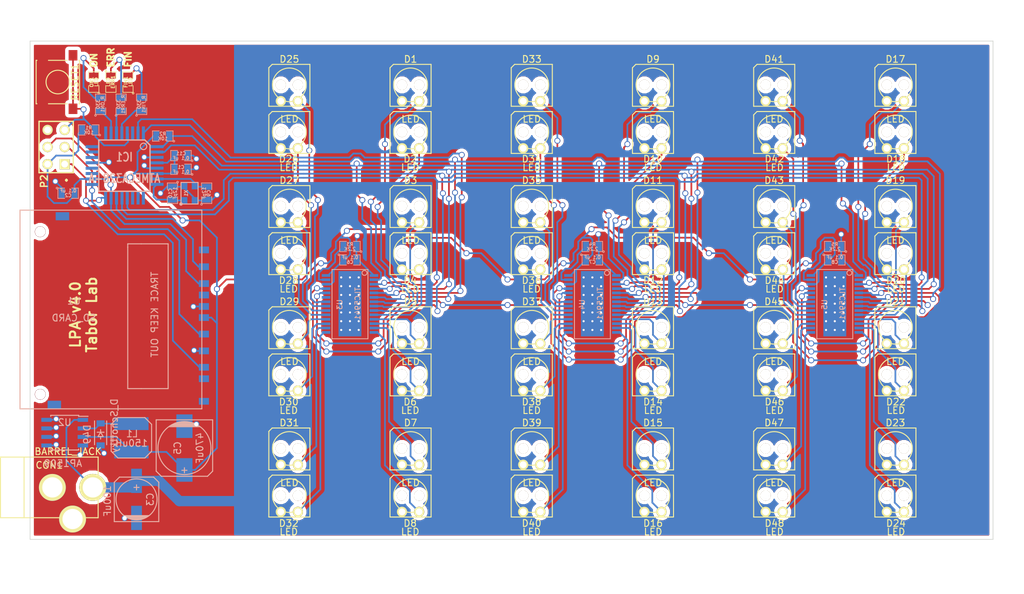
<source format=kicad_pcb>
(kicad_pcb (version 4) (host pcbnew 4.0.1-stable)
  (title_block (title "LPA-24 PCB") (date 2016-01-23) (rev 4) (company "Tabor Lab") (comment 1 "Evan Olson") (comment 2 "Sebastian Castillo-Hair"))
  (layers (0 F.Cu signal) (31 B.Cu signal) (34 B.Paste user) (35 F.Paste user) (36 B.SilkS user) (37 F.SilkS user) (38 B.Mask user) (39 F.Mask user) (44 Edge.Cuts user))
  (net 0 "")
  (net 1 /ERR)
  (net 2 /FIN)
  (net 3 /MISO)
  (net 4 /MOSI)
  (net 5 /ON)
  (net 6 /RST)
  (net 7 /SCK)
  (net 8 /SS)
  (net 9 /tlcs_1-3/BLANK)
  (net 10 /tlcs_1-3/GSCLK)
  (net 11 /tlcs_1-3/MODE)
  (net 12 /tlcs_1-3/SCLK)
  (net 13 /tlcs_1-3/SIN)
  (net 14 /tlcs_1-3/VCC)
  (net 15 /tlcs_1-3/VIN)
  (net 16 /tlcs_1-3/XLAT)
  (net 17 GND)
  (net 18 "Net-(C9-Pad2)")
  (net 19 "Net-(C10-Pad2)")
  (net 20 "Net-(D1-Pad2)")
  (net 21 "Net-(D2-Pad2)")
  (net 22 "Net-(D3-Pad2)")
  (net 23 "Net-(D4-Pad2)")
  (net 24 "Net-(D5-Pad2)")
  (net 25 "Net-(D6-Pad2)")
  (net 26 "Net-(D7-Pad2)")
  (net 27 "Net-(D8-Pad2)")
  (net 28 "Net-(D9-Pad2)")
  (net 29 "Net-(D10-Pad2)")
  (net 30 "Net-(D11-Pad2)")
  (net 31 "Net-(D12-Pad2)")
  (net 32 "Net-(D13-Pad2)")
  (net 33 "Net-(D14-Pad2)")
  (net 34 "Net-(D15-Pad2)")
  (net 35 "Net-(D16-Pad2)")
  (net 36 "Net-(D17-Pad2)")
  (net 37 "Net-(D18-Pad2)")
  (net 38 "Net-(D19-Pad2)")
  (net 39 "Net-(D20-Pad2)")
  (net 40 "Net-(D21-Pad2)")
  (net 41 "Net-(D22-Pad2)")
  (net 42 "Net-(D23-Pad2)")
  (net 43 "Net-(D24-Pad2)")
  (net 44 "Net-(D25-Pad2)")
  (net 45 "Net-(D26-Pad2)")
  (net 46 "Net-(D27-Pad2)")
  (net 47 "Net-(D28-Pad2)")
  (net 48 "Net-(D29-Pad2)")
  (net 49 "Net-(D30-Pad2)")
  (net 50 "Net-(D31-Pad2)")
  (net 51 "Net-(D32-Pad2)")
  (net 52 "Net-(D33-Pad2)")
  (net 53 "Net-(D34-Pad2)")
  (net 54 "Net-(D35-Pad2)")
  (net 55 "Net-(D36-Pad2)")
  (net 56 "Net-(D37-Pad2)")
  (net 57 "Net-(D38-Pad2)")
  (net 58 "Net-(D39-Pad2)")
  (net 59 "Net-(D40-Pad2)")
  (net 60 "Net-(D41-Pad2)")
  (net 61 "Net-(D42-Pad2)")
  (net 62 "Net-(D43-Pad2)")
  (net 63 "Net-(D44-Pad2)")
  (net 64 "Net-(D45-Pad2)")
  (net 65 "Net-(D46-Pad2)")
  (net 66 "Net-(D47-Pad2)")
  (net 67 "Net-(D48-Pad2)")
  (net 68 "Net-(IC1-Pad24)")
  (net 69 "Net-(IC1-Pad19)")
  (net 70 "Net-(IC1-Pad20)")
  (net 71 "Net-(IC1-Pad22)")
  (net 72 "Net-(IC1-Pad23)")
  (net 73 "Net-(IC1-Pad30)")
  (net 74 "Net-(IC1-Pad25)")
  (net 75 "Net-(IC1-Pad9)")
  (net 76 "Net-(IC1-Pad10)")
  (net 77 "Net-(IC1-Pad11)")
  (net 78 "Net-(R3-Pad2)")
  (net 79 "Net-(R4-Pad2)")
  (net 80 "Net-(R5-Pad2)")
  (net 81 "Net-(U3-Pad23)")
  (net 82 "Net-(U3-Pad24)")
  (net 83 "Net-(U4-Pad23)")
  (net 84 "Net-(U4-Pad24)")
  (net 85 "Net-(U5-Pad23)")
  (net 86 "Net-(U5-Pad24)")
  (net 87 "Net-(FIN1-Pad2)")
  (net 88 "Net-(ON1-Pad2)")
  (net 89 "Net-(ERR1-Pad1)")
  (net 90 "Net-(U1-Pad8)")
  (net 91 "Net-(U1-Pad9)")
  (net 92 "Net-(D49-Pad1)")
  (module LPA_parts:PCV220_LED_SOCKET (layer F.Cu) (at 175.976 135.838)
    (fp_text reference D48 (at 0.046 4.116) (layer F.SilkS))
    (fp_text value LED (at 0.046 5.386) (layer F.SilkS))
    (pad 1 thru_hole circle (at -1.27 2.41) (size 1.52 1.52) (drill 1.02) (layers *.Cu *.Mask F.SilkS) (net 15 /tlcs_1-3/VIN))
    (pad 2 thru_hole circle (at 1.27 2.41) (size 1.52 1.52) (drill 1.02) (layers *.Cu *.Mask F.SilkS) (net 67 "Net-(D48-Pad2)"))
    (pad "" thru_hole circle (at -1.27 0) (size 1.52 1.52) (drill 1.52) (layers *.Cu *.Mask F.SilkS))
    (pad "" thru_hole circle (at 1.27 0) (size 1.52 1.52) (drill 1.52) (layers *.Cu *.Mask F.SilkS))
  )
  (module LPA_parts:PCV220_LED_SOCKET (layer F.Cu) (at 139.976 74.838)
    (fp_text reference D33 (at 0 -3.81) (layer F.SilkS))
    (fp_text value LED (at 0 5.08) (layer F.SilkS))
    (pad 1 thru_hole circle (at -1.27 2.41) (size 1.52 1.52) (drill 1.02) (layers *.Cu *.Mask F.SilkS) (net 15 /tlcs_1-3/VIN))
    (pad 2 thru_hole circle (at 1.27 2.41) (size 1.52 1.52) (drill 1.02) (layers *.Cu *.Mask F.SilkS) (net 52 "Net-(D33-Pad2)"))
    (pad "" thru_hole circle (at -1.27 0) (size 1.52 1.52) (drill 1.52) (layers *.Cu *.Mask F.SilkS))
    (pad "" thru_hole circle (at 1.27 0) (size 1.52 1.52) (drill 1.52) (layers *.Cu *.Mask F.SilkS))
  )
  (module LPA_parts:PCV220_LED_SOCKET (layer F.Cu) (at 103.976 81.838)
    (fp_text reference D26 (at -0.09 4.014) (layer F.SilkS))
    (fp_text value LED (at -0.09 5.284) (layer F.SilkS))
    (pad 1 thru_hole circle (at -1.27 2.41) (size 1.52 1.52) (drill 1.02) (layers *.Cu *.Mask F.SilkS) (net 15 /tlcs_1-3/VIN))
    (pad 2 thru_hole circle (at 1.27 2.41) (size 1.52 1.52) (drill 1.02) (layers *.Cu *.Mask F.SilkS) (net 45 "Net-(D26-Pad2)"))
    (pad "" thru_hole circle (at -1.27 0) (size 1.52 1.52) (drill 1.52) (layers *.Cu *.Mask F.SilkS))
    (pad "" thru_hole circle (at 1.27 0) (size 1.52 1.52) (drill 1.52) (layers *.Cu *.Mask F.SilkS))
  )
  (module Buttons_Switches_SMD:SW_SPST_PTS645 (layer F.Cu) (at 69.596 74.422 270)
    (fp_text reference RESET1 (at 0 -2.54 270) (layer F.SilkS))
    (fp_text value SW_PUSH)
    (pad 2 smd rect (at -3.975 2.25 270) (size 1.55 1.3) (layers F.Cu F.Paste F.Mask) (net 17 GND))
    (pad 1 smd rect (at -3.975 -2.25 270) (size 1.55 1.3) (layers F.Cu F.Paste F.Mask) (net 6 /RST))
    (pad 1 smd rect (at 3.975 -2.25 270) (size 1.55 1.3) (layers F.Cu F.Paste F.Mask) (net 6 /RST))
    (pad 2 smd rect (at 3.975 2.25 270) (size 1.55 1.3) (layers F.Cu F.Paste F.Mask) (net 17 GND))
  )
  (module LPA_parts:SM0805 (layer B.Cu) (at 112.976 100.838)
    (fp_text reference C6 (at 0 0.3175) (layer B.SilkS) (effects (font (size 0.50038 0.50038) (thickness 0.10922)) (justify mirror)))
    (fp_text value "0.1 uF" (at 0 -0.381) (layer B.SilkS) (effects (font (size 0.50038 0.50038) (thickness 0.10922)) (justify mirror)))
    (pad 1 smd rect (at -0.9525 0) (size 0.889 1.397) (layers B.Cu B.Paste B.Mask) (net 14 /tlcs_1-3/VCC))
    (pad 2 smd rect (at 0.9525 0) (size 0.889 1.397) (layers B.Cu B.Paste B.Mask) (net 17 GND))
  )
  (module LPA_parts:SM0805 (layer B.Cu) (at 112.976 98.838 180)
    (fp_text reference R3 (at 0 0.3175 180) (layer B.SilkS) (effects (font (size 0.50038 0.50038) (thickness 0.10922)) (justify mirror)))
    (fp_text value 2.2K (at 0 -0.381 180) (layer B.SilkS) (effects (font (size 0.50038 0.50038) (thickness 0.10922)) (justify mirror)))
    (pad 1 smd rect (at -0.9525 0 180) (size 0.889 1.397) (layers B.Cu B.Paste B.Mask) (net 17 GND))
    (pad 2 smd rect (at 0.9525 0 180) (size 0.889 1.397) (layers B.Cu B.Paste B.Mask) (net 78 "Net-(R3-Pad2)"))
  )
  (module LPA_parts:SM0805 (layer B.Cu) (at 148.976 100.838)
    (fp_text reference C7 (at 0 0.3175) (layer B.SilkS) (effects (font (size 0.50038 0.50038) (thickness 0.10922)) (justify mirror)))
    (fp_text value "0.1 uF" (at 0 -0.381) (layer B.SilkS) (effects (font (size 0.50038 0.50038) (thickness 0.10922)) (justify mirror)))
    (pad 1 smd rect (at -0.9525 0) (size 0.889 1.397) (layers B.Cu B.Paste B.Mask) (net 14 /tlcs_1-3/VCC))
    (pad 2 smd rect (at 0.9525 0) (size 0.889 1.397) (layers B.Cu B.Paste B.Mask) (net 17 GND))
  )
  (module LPA_parts:SM0805 (layer B.Cu) (at 148.976 98.838 180)
    (fp_text reference R4 (at 0 0.3175 180) (layer B.SilkS) (effects (font (size 0.50038 0.50038) (thickness 0.10922)) (justify mirror)))
    (fp_text value 2.2K (at 0 -0.381 180) (layer B.SilkS) (effects (font (size 0.50038 0.50038) (thickness 0.10922)) (justify mirror)))
    (pad 1 smd rect (at -0.9525 0 180) (size 0.889 1.397) (layers B.Cu B.Paste B.Mask) (net 17 GND))
    (pad 2 smd rect (at 0.9525 0 180) (size 0.889 1.397) (layers B.Cu B.Paste B.Mask) (net 79 "Net-(R4-Pad2)"))
  )
  (module LPA_parts:SM0805 (layer B.Cu) (at 184.976 100.838)
    (fp_text reference C8 (at 0 0.3175) (layer B.SilkS) (effects (font (size 0.50038 0.50038) (thickness 0.10922)) (justify mirror)))
    (fp_text value "0.1 uF" (at 0 -0.381) (layer B.SilkS) (effects (font (size 0.50038 0.50038) (thickness 0.10922)) (justify mirror)))
    (pad 1 smd rect (at -0.9525 0) (size 0.889 1.397) (layers B.Cu B.Paste B.Mask) (net 14 /tlcs_1-3/VCC))
    (pad 2 smd rect (at 0.9525 0) (size 0.889 1.397) (layers B.Cu B.Paste B.Mask) (net 17 GND))
  )
  (module LPA_parts:SM0805 (layer B.Cu) (at 184.976 98.838 180)
    (fp_text reference R5 (at 0 0.3175 180) (layer B.SilkS) (effects (font (size 0.50038 0.50038) (thickness 0.10922)) (justify mirror)))
    (fp_text value 2.2K (at 0 -0.381 180) (layer B.SilkS) (effects (font (size 0.50038 0.50038) (thickness 0.10922)) (justify mirror)))
    (pad 1 smd rect (at -0.9525 0 180) (size 0.889 1.397) (layers B.Cu B.Paste B.Mask) (net 17 GND))
    (pad 2 smd rect (at 0.9525 0 180) (size 0.889 1.397) (layers B.Cu B.Paste B.Mask) (net 80 "Net-(R5-Pad2)"))
  )
  (module LPA_parts:SM0805 (layer B.Cu) (at 87.884 87.376 180)
    (fp_text reference C1 (at 0 0.3175 180) (layer B.SilkS) (effects (font (size 0.50038 0.50038) (thickness 0.10922)) (justify mirror)))
    (fp_text value "0.1 uF" (at 0 -0.381 180) (layer B.SilkS) (effects (font (size 0.50038 0.50038) (thickness 0.10922)) (justify mirror)))
    (pad 1 smd rect (at -0.9525 0 180) (size 0.889 1.397) (layers B.Cu B.Paste B.Mask) (net 17 GND))
    (pad 2 smd rect (at 0.9525 0 180) (size 0.889 1.397) (layers B.Cu B.Paste B.Mask) (net 14 /tlcs_1-3/VCC))
  )
  (module LPA_parts:SM0805 (layer B.Cu) (at 71.12 90.932)
    (fp_text reference C2 (at 0 0.3175) (layer B.SilkS) (effects (font (size 0.50038 0.50038) (thickness 0.10922)) (justify mirror)))
    (fp_text value "0.1 uF" (at 0 -0.381) (layer B.SilkS) (effects (font (size 0.50038 0.50038) (thickness 0.10922)) (justify mirror)))
    (pad 1 smd rect (at -0.9525 0) (size 0.889 1.397) (layers B.Cu B.Paste B.Mask) (net 17 GND))
    (pad 2 smd rect (at 0.9525 0) (size 0.889 1.397) (layers B.Cu B.Paste B.Mask) (net 14 /tlcs_1-3/VCC))
  )
  (module pin_array_3x2 (layer F.Cu) (at 69.342 84.074 90)
    (fp_text reference P2 (at -5.08 -1.778 90) (layer F.SilkS) (effects (font (size 1.016 1.016) (thickness 0.2032))))
    (fp_text value CONN_3X2 hide)
    (pad 1 thru_hole rect (at -2.54 1.27 90) (size 1.524 1.524) (drill 1.016) (layers *.Cu *.Mask F.SilkS) (net 3 /MISO))
    (pad 2 thru_hole circle (at -2.54 -1.27 90) (size 1.524 1.524) (drill 1.016) (layers *.Cu *.Mask F.SilkS) (net 14 /tlcs_1-3/VCC))
    (pad 3 thru_hole circle (at 0 1.27 90) (size 1.524 1.524) (drill 1.016) (layers *.Cu *.Mask F.SilkS) (net 7 /SCK))
    (pad 4 thru_hole circle (at 0 -1.27 90) (size 1.524 1.524) (drill 1.016) (layers *.Cu *.Mask F.SilkS) (net 4 /MOSI))
    (pad 5 thru_hole circle (at 2.54 1.27 90) (size 1.524 1.524) (drill 1.016) (layers *.Cu *.Mask F.SilkS) (net 6 /RST))
    (pad 6 thru_hole circle (at 2.54 -1.27 90) (size 1.524 1.524) (drill 1.016) (layers *.Cu *.Mask F.SilkS) (net 17 GND))
  )
  (module LPA_parts:SM0805 (layer B.Cu) (at 74.168 81.534 180)
    (fp_text reference R1 (at 0 0.3175 180) (layer B.SilkS) (effects (font (size 0.50038 0.50038) (thickness 0.10922)) (justify mirror)))
    (fp_text value 10K (at 0 -0.381 180) (layer B.SilkS) (effects (font (size 0.50038 0.50038) (thickness 0.10922)) (justify mirror)))
    (pad 1 smd rect (at -0.9525 0 180) (size 0.889 1.397) (layers B.Cu B.Paste B.Mask) (net 6 /RST))
    (pad 2 smd rect (at 0.9525 0 180) (size 0.889 1.397) (layers B.Cu B.Paste B.Mask) (net 14 /tlcs_1-3/VCC))
  )
  (module LPA_parts:SM0805 (layer B.Cu) (at 85.176 82.438 180)
    (fp_text reference R2 (at 0 0.3175 180) (layer B.SilkS) (effects (font (size 0.50038 0.50038) (thickness 0.10922)) (justify mirror)))
    (fp_text value 10K (at 0 -0.381 180) (layer B.SilkS) (effects (font (size 0.50038 0.50038) (thickness 0.10922)) (justify mirror)))
    (pad 1 smd rect (at -0.9525 0 180) (size 0.889 1.397) (layers B.Cu B.Paste B.Mask) (net 9 /tlcs_1-3/BLANK))
    (pad 2 smd rect (at 0.9525 0 180) (size 0.889 1.397) (layers B.Cu B.Paste B.Mask) (net 14 /tlcs_1-3/VCC))
  )
  (module LPA_parts:SM0805 (layer B.Cu) (at 82.042 77.724 90)
    (fp_text reference R_FIN1 (at 0 0.3175 90) (layer B.SilkS) (effects (font (size 0.50038 0.50038) (thickness 0.10922)) (justify mirror)))
    (fp_text value 330 (at 0 -0.381 90) (layer B.SilkS) (effects (font (size 0.50038 0.50038) (thickness 0.10922)) (justify mirror)))
    (pad 1 smd rect (at -0.9525 0 90) (size 0.889 1.397) (layers B.Cu B.Paste B.Mask) (net 2 /FIN))
    (pad 2 smd rect (at 0.9525 0 90) (size 0.889 1.397) (layers B.Cu B.Paste B.Mask) (net 87 "Net-(FIN1-Pad2)"))
  )
  (module LPA_parts:SM0805 (layer B.Cu) (at 78.994 77.724 90)
    (fp_text reference R_ERR1 (at 0 0.3175 90) (layer B.SilkS) (effects (font (size 0.50038 0.50038) (thickness 0.10922)) (justify mirror)))
    (fp_text value 330 (at 0 -0.381 90) (layer B.SilkS) (effects (font (size 0.50038 0.50038) (thickness 0.10922)) (justify mirror)))
    (pad 1 smd rect (at -0.9525 0 90) (size 0.889 1.397) (layers B.Cu B.Paste B.Mask) (net 1 /ERR))
    (pad 2 smd rect (at 0.9525 0 90) (size 0.889 1.397) (layers B.Cu B.Paste B.Mask) (net 89 "Net-(ERR1-Pad1)"))
  )
  (module LPA_parts:SM0805 (layer B.Cu) (at 75.946 77.724 90)
    (fp_text reference R_ON1 (at 0 0.3175 90) (layer B.SilkS) (effects (font (size 0.50038 0.50038) (thickness 0.10922)) (justify mirror)))
    (fp_text value 330 (at 0 -0.381 90) (layer B.SilkS) (effects (font (size 0.50038 0.50038) (thickness 0.10922)) (justify mirror)))
    (pad 1 smd rect (at -0.9525 0 90) (size 0.889 1.397) (layers B.Cu B.Paste B.Mask) (net 5 /ON))
    (pad 2 smd rect (at 0.9525 0 90) (size 0.889 1.397) (layers B.Cu B.Paste B.Mask) (net 88 "Net-(ON1-Pad2)"))
  )
  (module LPA_parts:SM0805 (layer F.Cu) (at 80.01 74.422 90)
    (fp_text reference FIN1 (at 0 -0.3175 90) (layer F.SilkS) (effects (font (size 0.50038 0.50038) (thickness 0.10922))))
    (fp_text value LED (at 0 0.381 90) (layer F.SilkS) (effects (font (size 0.50038 0.50038) (thickness 0.10922))))
    (pad 1 smd rect (at -0.9525 0 90) (size 0.889 1.397) (layers F.Cu F.Paste F.Mask) (net 17 GND))
    (pad 2 smd rect (at 0.9525 0 90) (size 0.889 1.397) (layers F.Cu F.Paste F.Mask) (net 87 "Net-(FIN1-Pad2)"))
  )
  (module LPA_parts:SM0805 (layer F.Cu) (at 77.47 74.422 270)
    (fp_text reference ERR1 (at 0 -0.3175 270) (layer F.SilkS) (effects (font (size 0.50038 0.50038) (thickness 0.10922))))
    (fp_text value LED (at 0 0.381 270) (layer F.SilkS) (effects (font (size 0.50038 0.50038) (thickness 0.10922))))
    (pad 1 smd rect (at -0.9525 0 270) (size 0.889 1.397) (layers F.Cu F.Paste F.Mask) (net 89 "Net-(ERR1-Pad1)"))
    (pad 2 smd rect (at 0.9525 0 270) (size 0.889 1.397) (layers F.Cu F.Paste F.Mask) (net 17 GND))
  )
  (module LPA_parts:SM0805 (layer F.Cu) (at 74.93 74.422 90)
    (fp_text reference ON1 (at 0 -0.3175 90) (layer F.SilkS) (effects (font (size 0.50038 0.50038) (thickness 0.10922))))
    (fp_text value LED (at 0 0.381 90) (layer F.SilkS) (effects (font (size 0.50038 0.50038) (thickness 0.10922))))
    (pad 1 smd rect (at -0.9525 0 90) (size 0.889 1.397) (layers F.Cu F.Paste F.Mask) (net 17 GND))
    (pad 2 smd rect (at 0.9525 0 90) (size 0.889 1.397) (layers F.Cu F.Paste F.Mask) (net 88 "Net-(ON1-Pad2)"))
  )
  (module LPA_parts:TLC5941 (layer B.Cu) (at 112.976 107.338 270)
    (fp_text reference U3 (at 0.127 1.524 270) (layer B.SilkS) (effects (font (size 0.762 0.762) (thickness 0.127)) (justify mirror)))
    (fp_text value TLC5941 (at 0 -1.143 270) (layer B.SilkS) (effects (font (size 0.762 0.762) (thickness 0.127)) (justify mirror)))
    (pad 1 smd rect (at -4.191 -3.556 270) (size 0.4064 1.27) (layers B.Cu B.Paste B.Mask) (net 17 GND))
    (pad 2 smd rect (at -3.556 -3.556 270) (size 0.4064 1.27) (layers B.Cu B.Paste B.Mask) (net 9 /tlcs_1-3/BLANK))
    (pad 3 smd rect (at -2.8956 -3.556 270) (size 0.4064 1.27) (layers B.Cu B.Paste B.Mask) (net 16 /tlcs_1-3/XLAT))
    (pad 4 smd rect (at -2.2352 -3.556 270) (size 0.4064 1.27) (layers B.Cu B.Paste B.Mask) (net 12 /tlcs_1-3/SCLK))
    (pad 5 smd rect (at -1.6002 -3.556 270) (size 0.4064 1.27) (layers B.Cu B.Paste B.Mask) (net 13 /tlcs_1-3/SIN))
    (pad 6 smd rect (at -0.9398 -3.556 270) (size 0.4064 1.27) (layers B.Cu B.Paste B.Mask) (net 11 /tlcs_1-3/MODE))
    (pad 7 smd rect (at -0.2794 -3.556 270) (size 0.4064 1.27) (layers B.Cu B.Paste B.Mask) (net 20 "Net-(D1-Pad2)"))
    (pad 8 smd rect (at 0.3556 -3.556 270) (size 0.4064 1.27) (layers B.Cu B.Paste B.Mask) (net 21 "Net-(D2-Pad2)"))
    (pad 9 smd rect (at 1.016 -3.556 270) (size 0.4064 1.27) (layers B.Cu B.Paste B.Mask) (net 22 "Net-(D3-Pad2)"))
    (pad 10 smd rect (at 1.651 -3.556 270) (size 0.4064 1.27) (layers B.Cu B.Paste B.Mask) (net 23 "Net-(D4-Pad2)"))
    (pad 11 smd rect (at 2.3114 -3.556 270) (size 0.4064 1.27) (layers B.Cu B.Paste B.Mask) (net 24 "Net-(D5-Pad2)"))
    (pad 12 smd rect (at 2.9718 -3.556 270) (size 0.4064 1.27) (layers B.Cu B.Paste B.Mask) (net 25 "Net-(D6-Pad2)"))
    (pad 13 smd rect (at 3.6068 -3.556 270) (size 0.4064 1.27) (layers B.Cu B.Paste B.Mask) (net 26 "Net-(D7-Pad2)"))
    (pad 14 smd rect (at 4.2672 -3.556 270) (size 0.4064 1.27) (layers B.Cu B.Paste B.Mask) (net 27 "Net-(D8-Pad2)"))
    (pad 15 smd rect (at 4.2672 3.556 270) (size 0.4064 1.27) (layers B.Cu B.Paste B.Mask) (net 51 "Net-(D32-Pad2)"))
    (pad 16 smd rect (at 3.6068 3.556 270) (size 0.4064 1.27) (layers B.Cu B.Paste B.Mask) (net 50 "Net-(D31-Pad2)"))
    (pad 17 smd rect (at 2.9972 3.556 270) (size 0.4064 1.27) (layers B.Cu B.Paste B.Mask) (net 49 "Net-(D30-Pad2)"))
    (pad 18 smd rect (at 2.3114 3.556 270) (size 0.4064 1.27) (layers B.Cu B.Paste B.Mask) (net 48 "Net-(D29-Pad2)"))
    (pad 19 smd rect (at 1.651 3.556 270) (size 0.4064 1.27) (layers B.Cu B.Paste B.Mask) (net 47 "Net-(D28-Pad2)"))
    (pad 20 smd rect (at 1.016 3.556 270) (size 0.4064 1.27) (layers B.Cu B.Paste B.Mask) (net 46 "Net-(D27-Pad2)"))
    (pad 21 smd rect (at 0.3556 3.556 270) (size 0.4064 1.27) (layers B.Cu B.Paste B.Mask) (net 45 "Net-(D26-Pad2)"))
    (pad 22 smd rect (at -0.2794 3.556 270) (size 0.4064 1.27) (layers B.Cu B.Paste B.Mask) (net 44 "Net-(D25-Pad2)"))
    (pad 23 smd rect (at -0.9398 3.556 270) (size 0.4064 1.27) (layers B.Cu B.Paste B.Mask) (net 81 "Net-(U3-Pad23)"))
    (pad 24 smd rect (at -1.6002 3.556 270) (size 0.4064 1.27) (layers B.Cu B.Paste B.Mask) (net 82 "Net-(U3-Pad24)"))
    (pad 25 smd rect (at -2.2352 3.556 270) (size 0.4064 1.27) (layers B.Cu B.Paste B.Mask) (net 10 /tlcs_1-3/GSCLK))
    (pad 26 smd rect (at -2.8956 3.556 270) (size 0.4064 1.27) (layers B.Cu B.Paste B.Mask) (net 14 /tlcs_1-3/VCC))
    (pad 27 smd rect (at -3.556 3.556 270) (size 0.4064 1.27) (layers B.Cu B.Paste B.Mask) (net 78 "Net-(R3-Pad2)"))
    (pad 28 smd rect (at -4.191 3.556 270) (size 0.4064 1.27) (layers B.Cu B.Paste B.Mask) (net 14 /tlcs_1-3/VCC))
    (pad 1 smd rect (at 0 0 270) (size 9.7 3.4) (layers B.Cu) (net 17 GND))
    (pad 1 thru_hole circle (at -3.9 0 270) (size 0.3 0.3) (drill 0.3) (layers *.Cu *.Mask B.SilkS) (net 17 GND))
    (pad 1 thru_hole circle (at -3.9 1.3 270) (size 0.3 0.3) (drill 0.3) (layers *.Cu *.Mask B.SilkS) (net 17 GND))
    (pad 1 thru_hole circle (at -2.6 1.3 270) (size 0.3 0.3) (drill 0.3) (layers *.Cu *.Mask B.SilkS) (net 17 GND))
    (pad 1 thru_hole circle (at -1.3 1.3 270) (size 0.3 0.3) (drill 0.3) (layers *.Cu *.Mask B.SilkS) (net 17 GND))
    (pad 1 thru_hole circle (at 0 1.3 270) (size 0.3 0.3) (drill 0.3) (layers *.Cu *.Mask B.SilkS) (net 17 GND))
    (pad 1 thru_hole circle (at 1.3 1.3 270) (size 0.3 0.3) (drill 0.3) (layers *.Cu *.Mask B.SilkS) (net 17 GND))
    (pad 1 thru_hole circle (at 2.6 1.3 270) (size 0.3 0.3) (drill 0.3) (layers *.Cu *.Mask B.SilkS) (net 17 GND))
    (pad 1 thru_hole circle (at 3.9 1.3 270) (size 0.3 0.3) (drill 0.3) (layers *.Cu *.Mask B.SilkS) (net 17 GND))
    (pad 1 thru_hole circle (at 3.9 0 270) (size 0.3 0.3) (drill 0.3) (layers *.Cu *.Mask B.SilkS) (net 17 GND))
    (pad 1 thru_hole circle (at 2.6 0 270) (size 0.3 0.3) (drill 0.3) (layers *.Cu *.Mask B.SilkS) (net 17 GND))
    (pad 1 thru_hole circle (at 1.3 0 270) (size 0.3 0.3) (drill 0.3) (layers *.Cu *.Mask B.SilkS) (net 17 GND))
    (pad 1 thru_hole circle (at 0 0 270) (size 0.3 0.3) (drill 0.3) (layers *.Cu *.Mask B.SilkS) (net 17 GND))
    (pad 1 thru_hole circle (at -1.3 0 270) (size 0.3 0.3) (drill 0.3) (layers *.Cu *.Mask B.SilkS) (net 17 GND))
    (pad 1 thru_hole circle (at -2.6 0 270) (size 0.3 0.3) (drill 0.3) (layers *.Cu *.Mask B.SilkS) (net 17 GND))
    (pad 1 thru_hole circle (at -3.9 -1.3 270) (size 0.3 0.3) (drill 0.3) (layers *.Cu *.Mask B.SilkS) (net 17 GND))
    (pad 1 thru_hole circle (at -2.6 -1.3 270) (size 0.3 0.3) (drill 0.3) (layers *.Cu *.Mask B.SilkS) (net 17 GND))
    (pad 1 thru_hole circle (at -1.3 -1.3 270) (size 0.3 0.3) (drill 0.3) (layers *.Cu *.Mask B.SilkS) (net 17 GND))
    (pad 1 thru_hole circle (at 0 -1.3 270) (size 0.3 0.3) (drill 0.3) (layers *.Cu *.Mask B.SilkS) (net 17 GND))
    (pad 1 thru_hole circle (at 1.3 -1.3 270) (size 0.3 0.3) (drill 0.3) (layers *.Cu *.Mask B.SilkS) (net 17 GND))
    (pad 1 thru_hole circle (at 2.6 -1.3 270) (size 0.3 0.3) (drill 0.3) (layers *.Cu *.Mask B.SilkS) (net 17 GND))
    (pad 1 thru_hole circle (at 3.9 -1.3 270) (size 0.3 0.3) (drill 0.3) (layers *.Cu *.Mask B.SilkS) (net 17 GND))
  )
  (module LPA_parts:TLC5941 (layer B.Cu) (at 148.976 107.338 270)
    (fp_text reference U4 (at 0.127 1.524 270) (layer B.SilkS) (effects (font (size 0.762 0.762) (thickness 0.127)) (justify mirror)))
    (fp_text value TLC5941 (at 0 -1.143 270) (layer B.SilkS) (effects (font (size 0.762 0.762) (thickness 0.127)) (justify mirror)))
    (pad 1 smd rect (at -4.191 -3.556 270) (size 0.4064 1.27) (layers B.Cu B.Paste B.Mask) (net 17 GND))
    (pad 2 smd rect (at -3.556 -3.556 270) (size 0.4064 1.27) (layers B.Cu B.Paste B.Mask) (net 9 /tlcs_1-3/BLANK))
    (pad 3 smd rect (at -2.8956 -3.556 270) (size 0.4064 1.27) (layers B.Cu B.Paste B.Mask) (net 16 /tlcs_1-3/XLAT))
    (pad 4 smd rect (at -2.2352 -3.556 270) (size 0.4064 1.27) (layers B.Cu B.Paste B.Mask) (net 12 /tlcs_1-3/SCLK))
    (pad 5 smd rect (at -1.6002 -3.556 270) (size 0.4064 1.27) (layers B.Cu B.Paste B.Mask) (net 82 "Net-(U3-Pad24)"))
    (pad 6 smd rect (at -0.9398 -3.556 270) (size 0.4064 1.27) (layers B.Cu B.Paste B.Mask) (net 11 /tlcs_1-3/MODE))
    (pad 7 smd rect (at -0.2794 -3.556 270) (size 0.4064 1.27) (layers B.Cu B.Paste B.Mask) (net 28 "Net-(D9-Pad2)"))
    (pad 8 smd rect (at 0.3556 -3.556 270) (size 0.4064 1.27) (layers B.Cu B.Paste B.Mask) (net 29 "Net-(D10-Pad2)"))
    (pad 9 smd rect (at 1.016 -3.556 270) (size 0.4064 1.27) (layers B.Cu B.Paste B.Mask) (net 30 "Net-(D11-Pad2)"))
    (pad 10 smd rect (at 1.651 -3.556 270) (size 0.4064 1.27) (layers B.Cu B.Paste B.Mask) (net 31 "Net-(D12-Pad2)"))
    (pad 11 smd rect (at 2.3114 -3.556 270) (size 0.4064 1.27) (layers B.Cu B.Paste B.Mask) (net 32 "Net-(D13-Pad2)"))
    (pad 12 smd rect (at 2.9718 -3.556 270) (size 0.4064 1.27) (layers B.Cu B.Paste B.Mask) (net 33 "Net-(D14-Pad2)"))
    (pad 13 smd rect (at 3.6068 -3.556 270) (size 0.4064 1.27) (layers B.Cu B.Paste B.Mask) (net 34 "Net-(D15-Pad2)"))
    (pad 14 smd rect (at 4.2672 -3.556 270) (size 0.4064 1.27) (layers B.Cu B.Paste B.Mask) (net 35 "Net-(D16-Pad2)"))
    (pad 15 smd rect (at 4.2672 3.556 270) (size 0.4064 1.27) (layers B.Cu B.Paste B.Mask) (net 59 "Net-(D40-Pad2)"))
    (pad 16 smd rect (at 3.6068 3.556 270) (size 0.4064 1.27) (layers B.Cu B.Paste B.Mask) (net 58 "Net-(D39-Pad2)"))
    (pad 17 smd rect (at 2.9972 3.556 270) (size 0.4064 1.27) (layers B.Cu B.Paste B.Mask) (net 57 "Net-(D38-Pad2)"))
    (pad 18 smd rect (at 2.3114 3.556 270) (size 0.4064 1.27) (layers B.Cu B.Paste B.Mask) (net 56 "Net-(D37-Pad2)"))
    (pad 19 smd rect (at 1.651 3.556 270) (size 0.4064 1.27) (layers B.Cu B.Paste B.Mask) (net 55 "Net-(D36-Pad2)"))
    (pad 20 smd rect (at 1.016 3.556 270) (size 0.4064 1.27) (layers B.Cu B.Paste B.Mask) (net 54 "Net-(D35-Pad2)"))
    (pad 21 smd rect (at 0.3556 3.556 270) (size 0.4064 1.27) (layers B.Cu B.Paste B.Mask) (net 53 "Net-(D34-Pad2)"))
    (pad 22 smd rect (at -0.2794 3.556 270) (size 0.4064 1.27) (layers B.Cu B.Paste B.Mask) (net 52 "Net-(D33-Pad2)"))
    (pad 23 smd rect (at -0.9398 3.556 270) (size 0.4064 1.27) (layers B.Cu B.Paste B.Mask) (net 83 "Net-(U4-Pad23)"))
    (pad 24 smd rect (at -1.6002 3.556 270) (size 0.4064 1.27) (layers B.Cu B.Paste B.Mask) (net 84 "Net-(U4-Pad24)"))
    (pad 25 smd rect (at -2.2352 3.556 270) (size 0.4064 1.27) (layers B.Cu B.Paste B.Mask) (net 10 /tlcs_1-3/GSCLK))
    (pad 26 smd rect (at -2.8956 3.556 270) (size 0.4064 1.27) (layers B.Cu B.Paste B.Mask) (net 14 /tlcs_1-3/VCC))
    (pad 27 smd rect (at -3.556 3.556 270) (size 0.4064 1.27) (layers B.Cu B.Paste B.Mask) (net 79 "Net-(R4-Pad2)"))
    (pad 28 smd rect (at -4.191 3.556 270) (size 0.4064 1.27) (layers B.Cu B.Paste B.Mask) (net 14 /tlcs_1-3/VCC))
    (pad 1 smd rect (at 0 0 270) (size 9.7 3.4) (layers B.Cu) (net 17 GND))
    (pad 1 thru_hole circle (at -3.9 0 270) (size 0.3 0.3) (drill 0.3) (layers *.Cu *.Mask B.SilkS) (net 17 GND))
    (pad 1 thru_hole circle (at -3.9 1.3 270) (size 0.3 0.3) (drill 0.3) (layers *.Cu *.Mask B.SilkS) (net 17 GND))
    (pad 1 thru_hole circle (at -2.6 1.3 270) (size 0.3 0.3) (drill 0.3) (layers *.Cu *.Mask B.SilkS) (net 17 GND))
    (pad 1 thru_hole circle (at -1.3 1.3 270) (size 0.3 0.3) (drill 0.3) (layers *.Cu *.Mask B.SilkS) (net 17 GND))
    (pad 1 thru_hole circle (at 0 1.3 270) (size 0.3 0.3) (drill 0.3) (layers *.Cu *.Mask B.SilkS) (net 17 GND))
    (pad 1 thru_hole circle (at 1.3 1.3 270) (size 0.3 0.3) (drill 0.3) (layers *.Cu *.Mask B.SilkS) (net 17 GND))
    (pad 1 thru_hole circle (at 2.6 1.3 270) (size 0.3 0.3) (drill 0.3) (layers *.Cu *.Mask B.SilkS) (net 17 GND))
    (pad 1 thru_hole circle (at 3.9 1.3 270) (size 0.3 0.3) (drill 0.3) (layers *.Cu *.Mask B.SilkS) (net 17 GND))
    (pad 1 thru_hole circle (at 3.9 0 270) (size 0.3 0.3) (drill 0.3) (layers *.Cu *.Mask B.SilkS) (net 17 GND))
    (pad 1 thru_hole circle (at 2.6 0 270) (size 0.3 0.3) (drill 0.3) (layers *.Cu *.Mask B.SilkS) (net 17 GND))
    (pad 1 thru_hole circle (at 1.3 0 270) (size 0.3 0.3) (drill 0.3) (layers *.Cu *.Mask B.SilkS) (net 17 GND))
    (pad 1 thru_hole circle (at 0 0 270) (size 0.3 0.3) (drill 0.3) (layers *.Cu *.Mask B.SilkS) (net 17 GND))
    (pad 1 thru_hole circle (at -1.3 0 270) (size 0.3 0.3) (drill 0.3) (layers *.Cu *.Mask B.SilkS) (net 17 GND))
    (pad 1 thru_hole circle (at -2.6 0 270) (size 0.3 0.3) (drill 0.3) (layers *.Cu *.Mask B.SilkS) (net 17 GND))
    (pad 1 thru_hole circle (at -3.9 -1.3 270) (size 0.3 0.3) (drill 0.3) (layers *.Cu *.Mask B.SilkS) (net 17 GND))
    (pad 1 thru_hole circle (at -2.6 -1.3 270) (size 0.3 0.3) (drill 0.3) (layers *.Cu *.Mask B.SilkS) (net 17 GND))
    (pad 1 thru_hole circle (at -1.3 -1.3 270) (size 0.3 0.3) (drill 0.3) (layers *.Cu *.Mask B.SilkS) (net 17 GND))
    (pad 1 thru_hole circle (at 0 -1.3 270) (size 0.3 0.3) (drill 0.3) (layers *.Cu *.Mask B.SilkS) (net 17 GND))
    (pad 1 thru_hole circle (at 1.3 -1.3 270) (size 0.3 0.3) (drill 0.3) (layers *.Cu *.Mask B.SilkS) (net 17 GND))
    (pad 1 thru_hole circle (at 2.6 -1.3 270) (size 0.3 0.3) (drill 0.3) (layers *.Cu *.Mask B.SilkS) (net 17 GND))
    (pad 1 thru_hole circle (at 3.9 -1.3 270) (size 0.3 0.3) (drill 0.3) (layers *.Cu *.Mask B.SilkS) (net 17 GND))
  )
  (module LPA_parts:TLC5941 (layer B.Cu) (at 184.976 107.338 270)
    (fp_text reference U5 (at 0.127 1.524 270) (layer B.SilkS) (effects (font (size 0.762 0.762) (thickness 0.127)) (justify mirror)))
    (fp_text value TLC5941 (at 0 -1.143 270) (layer B.SilkS) (effects (font (size 0.762 0.762) (thickness 0.127)) (justify mirror)))
    (pad 1 smd rect (at -4.191 -3.556 270) (size 0.4064 1.27) (layers B.Cu B.Paste B.Mask) (net 17 GND))
    (pad 2 smd rect (at -3.556 -3.556 270) (size 0.4064 1.27) (layers B.Cu B.Paste B.Mask) (net 9 /tlcs_1-3/BLANK))
    (pad 3 smd rect (at -2.8956 -3.556 270) (size 0.4064 1.27) (layers B.Cu B.Paste B.Mask) (net 16 /tlcs_1-3/XLAT))
    (pad 4 smd rect (at -2.2352 -3.556 270) (size 0.4064 1.27) (layers B.Cu B.Paste B.Mask) (net 12 /tlcs_1-3/SCLK))
    (pad 5 smd rect (at -1.6002 -3.556 270) (size 0.4064 1.27) (layers B.Cu B.Paste B.Mask) (net 84 "Net-(U4-Pad24)"))
    (pad 6 smd rect (at -0.9398 -3.556 270) (size 0.4064 1.27) (layers B.Cu B.Paste B.Mask) (net 11 /tlcs_1-3/MODE))
    (pad 7 smd rect (at -0.2794 -3.556 270) (size 0.4064 1.27) (layers B.Cu B.Paste B.Mask) (net 36 "Net-(D17-Pad2)"))
    (pad 8 smd rect (at 0.3556 -3.556 270) (size 0.4064 1.27) (layers B.Cu B.Paste B.Mask) (net 37 "Net-(D18-Pad2)"))
    (pad 9 smd rect (at 1.016 -3.556 270) (size 0.4064 1.27) (layers B.Cu B.Paste B.Mask) (net 38 "Net-(D19-Pad2)"))
    (pad 10 smd rect (at 1.651 -3.556 270) (size 0.4064 1.27) (layers B.Cu B.Paste B.Mask) (net 39 "Net-(D20-Pad2)"))
    (pad 11 smd rect (at 2.3114 -3.556 270) (size 0.4064 1.27) (layers B.Cu B.Paste B.Mask) (net 40 "Net-(D21-Pad2)"))
    (pad 12 smd rect (at 2.9718 -3.556 270) (size 0.4064 1.27) (layers B.Cu B.Paste B.Mask) (net 41 "Net-(D22-Pad2)"))
    (pad 13 smd rect (at 3.6068 -3.556 270) (size 0.4064 1.27) (layers B.Cu B.Paste B.Mask) (net 42 "Net-(D23-Pad2)"))
    (pad 14 smd rect (at 4.2672 -3.556 270) (size 0.4064 1.27) (layers B.Cu B.Paste B.Mask) (net 43 "Net-(D24-Pad2)"))
    (pad 15 smd rect (at 4.2672 3.556 270) (size 0.4064 1.27) (layers B.Cu B.Paste B.Mask) (net 67 "Net-(D48-Pad2)"))
    (pad 16 smd rect (at 3.6068 3.556 270) (size 0.4064 1.27) (layers B.Cu B.Paste B.Mask) (net 66 "Net-(D47-Pad2)"))
    (pad 17 smd rect (at 2.9972 3.556 270) (size 0.4064 1.27) (layers B.Cu B.Paste B.Mask) (net 65 "Net-(D46-Pad2)"))
    (pad 18 smd rect (at 2.3114 3.556 270) (size 0.4064 1.27) (layers B.Cu B.Paste B.Mask) (net 64 "Net-(D45-Pad2)"))
    (pad 19 smd rect (at 1.651 3.556 270) (size 0.4064 1.27) (layers B.Cu B.Paste B.Mask) (net 63 "Net-(D44-Pad2)"))
    (pad 20 smd rect (at 1.016 3.556 270) (size 0.4064 1.27) (layers B.Cu B.Paste B.Mask) (net 62 "Net-(D43-Pad2)"))
    (pad 21 smd rect (at 0.3556 3.556 270) (size 0.4064 1.27) (layers B.Cu B.Paste B.Mask) (net 61 "Net-(D42-Pad2)"))
    (pad 22 smd rect (at -0.2794 3.556 270) (size 0.4064 1.27) (layers B.Cu B.Paste B.Mask) (net 60 "Net-(D41-Pad2)"))
    (pad 23 smd rect (at -0.9398 3.556 270) (size 0.4064 1.27) (layers B.Cu B.Paste B.Mask) (net 85 "Net-(U5-Pad23)"))
    (pad 24 smd rect (at -1.6002 3.556 270) (size 0.4064 1.27) (layers B.Cu B.Paste B.Mask) (net 86 "Net-(U5-Pad24)"))
    (pad 25 smd rect (at -2.2352 3.556 270) (size 0.4064 1.27) (layers B.Cu B.Paste B.Mask) (net 10 /tlcs_1-3/GSCLK))
    (pad 26 smd rect (at -2.8956 3.556 270) (size 0.4064 1.27) (layers B.Cu B.Paste B.Mask) (net 14 /tlcs_1-3/VCC))
    (pad 27 smd rect (at -3.556 3.556 270) (size 0.4064 1.27) (layers B.Cu B.Paste B.Mask) (net 80 "Net-(R5-Pad2)"))
    (pad 28 smd rect (at -4.191 3.556 270) (size 0.4064 1.27) (layers B.Cu B.Paste B.Mask) (net 14 /tlcs_1-3/VCC))
    (pad 1 smd rect (at 0 0 270) (size 9.7 3.4) (layers B.Cu) (net 17 GND))
    (pad 1 thru_hole circle (at -3.9 0 270) (size 0.3 0.3) (drill 0.3) (layers *.Cu *.Mask B.SilkS) (net 17 GND))
    (pad 1 thru_hole circle (at -3.9 1.3 270) (size 0.3 0.3) (drill 0.3) (layers *.Cu *.Mask B.SilkS) (net 17 GND))
    (pad 1 thru_hole circle (at -2.6 1.3 270) (size 0.3 0.3) (drill 0.3) (layers *.Cu *.Mask B.SilkS) (net 17 GND))
    (pad 1 thru_hole circle (at -1.3 1.3 270) (size 0.3 0.3) (drill 0.3) (layers *.Cu *.Mask B.SilkS) (net 17 GND))
    (pad 1 thru_hole circle (at 0 1.3 270) (size 0.3 0.3) (drill 0.3) (layers *.Cu *.Mask B.SilkS) (net 17 GND))
    (pad 1 thru_hole circle (at 1.3 1.3 270) (size 0.3 0.3) (drill 0.3) (layers *.Cu *.Mask B.SilkS) (net 17 GND))
    (pad 1 thru_hole circle (at 2.6 1.3 270) (size 0.3 0.3) (drill 0.3) (layers *.Cu *.Mask B.SilkS) (net 17 GND))
    (pad 1 thru_hole circle (at 3.9 1.3 270) (size 0.3 0.3) (drill 0.3) (layers *.Cu *.Mask B.SilkS) (net 17 GND))
    (pad 1 thru_hole circle (at 3.9 0 270) (size 0.3 0.3) (drill 0.3) (layers *.Cu *.Mask B.SilkS) (net 17 GND))
    (pad 1 thru_hole circle (at 2.6 0 270) (size 0.3 0.3) (drill 0.3) (layers *.Cu *.Mask B.SilkS) (net 17 GND))
    (pad 1 thru_hole circle (at 1.3 0 270) (size 0.3 0.3) (drill 0.3) (layers *.Cu *.Mask B.SilkS) (net 17 GND))
    (pad 1 thru_hole circle (at 0 0 270) (size 0.3 0.3) (drill 0.3) (layers *.Cu *.Mask B.SilkS) (net 17 GND))
    (pad 1 thru_hole circle (at -1.3 0 270) (size 0.3 0.3) (drill 0.3) (layers *.Cu *.Mask B.SilkS) (net 17 GND))
    (pad 1 thru_hole circle (at -2.6 0 270) (size 0.3 0.3) (drill 0.3) (layers *.Cu *.Mask B.SilkS) (net 17 GND))
    (pad 1 thru_hole circle (at -3.9 -1.3 270) (size 0.3 0.3) (drill 0.3) (layers *.Cu *.Mask B.SilkS) (net 17 GND))
    (pad 1 thru_hole circle (at -2.6 -1.3 270) (size 0.3 0.3) (drill 0.3) (layers *.Cu *.Mask B.SilkS) (net 17 GND))
    (pad 1 thru_hole circle (at -1.3 -1.3 270) (size 0.3 0.3) (drill 0.3) (layers *.Cu *.Mask B.SilkS) (net 17 GND))
    (pad 1 thru_hole circle (at 0 -1.3 270) (size 0.3 0.3) (drill 0.3) (layers *.Cu *.Mask B.SilkS) (net 17 GND))
    (pad 1 thru_hole circle (at 1.3 -1.3 270) (size 0.3 0.3) (drill 0.3) (layers *.Cu *.Mask B.SilkS) (net 17 GND))
    (pad 1 thru_hole circle (at 2.6 -1.3 270) (size 0.3 0.3) (drill 0.3) (layers *.Cu *.Mask B.SilkS) (net 17 GND))
    (pad 1 thru_hole circle (at 3.9 -1.3 270) (size 0.3 0.3) (drill 0.3) (layers *.Cu *.Mask B.SilkS) (net 17 GND))
  )
  (module LPA_parts:PCV220_LED_SOCKET (layer F.Cu) (at 103.976 74.838)
    (fp_text reference D25 (at 0 -3.81) (layer F.SilkS))
    (fp_text value LED (at 0 5.08) (layer F.SilkS))
    (pad 1 thru_hole circle (at -1.27 2.41) (size 1.52 1.52) (drill 1.02) (layers *.Cu *.Mask F.SilkS) (net 15 /tlcs_1-3/VIN))
    (pad 2 thru_hole circle (at 1.27 2.41) (size 1.52 1.52) (drill 1.02) (layers *.Cu *.Mask F.SilkS) (net 44 "Net-(D25-Pad2)"))
    (pad "" thru_hole circle (at -1.27 0) (size 1.52 1.52) (drill 1.52) (layers *.Cu *.Mask F.SilkS))
    (pad "" thru_hole circle (at 1.27 0) (size 1.52 1.52) (drill 1.52) (layers *.Cu *.Mask F.SilkS))
  )
  (module LPA_parts:PCV220_LED_SOCKET (layer F.Cu) (at 139.976 92.838)
    (fp_text reference D35 (at 0 -3.81) (layer F.SilkS))
    (fp_text value LED (at 0 5.08) (layer F.SilkS))
    (pad 1 thru_hole circle (at -1.27 2.41) (size 1.52 1.52) (drill 1.02) (layers *.Cu *.Mask F.SilkS) (net 15 /tlcs_1-3/VIN))
    (pad 2 thru_hole circle (at 1.27 2.41) (size 1.52 1.52) (drill 1.02) (layers *.Cu *.Mask F.SilkS) (net 54 "Net-(D35-Pad2)"))
    (pad "" thru_hole circle (at -1.27 0) (size 1.52 1.52) (drill 1.52) (layers *.Cu *.Mask F.SilkS))
    (pad "" thru_hole circle (at 1.27 0) (size 1.52 1.52) (drill 1.52) (layers *.Cu *.Mask F.SilkS))
  )
  (module LPA_parts:PCV220_LED_SOCKET (layer F.Cu) (at 139.976 81.838)
    (fp_text reference D34 (at -0.022 4.014) (layer F.SilkS))
    (fp_text value LED (at -0.022 5.284) (layer F.SilkS))
    (pad 1 thru_hole circle (at -1.27 2.41) (size 1.52 1.52) (drill 1.02) (layers *.Cu *.Mask F.SilkS) (net 15 /tlcs_1-3/VIN))
    (pad 2 thru_hole circle (at 1.27 2.41) (size 1.52 1.52) (drill 1.02) (layers *.Cu *.Mask F.SilkS) (net 53 "Net-(D34-Pad2)"))
    (pad "" thru_hole circle (at -1.27 0) (size 1.52 1.52) (drill 1.52) (layers *.Cu *.Mask F.SilkS))
    (pad "" thru_hole circle (at 1.27 0) (size 1.52 1.52) (drill 1.52) (layers *.Cu *.Mask F.SilkS))
  )
  (module LPA_parts:PCV220_LED_SOCKET (layer F.Cu) (at 103.976 135.838)
    (fp_text reference D32 (at -0.09 4.116) (layer F.SilkS))
    (fp_text value LED (at -0.09 5.386) (layer F.SilkS))
    (pad 1 thru_hole circle (at -1.27 2.41) (size 1.52 1.52) (drill 1.02) (layers *.Cu *.Mask F.SilkS) (net 15 /tlcs_1-3/VIN))
    (pad 2 thru_hole circle (at 1.27 2.41) (size 1.52 1.52) (drill 1.02) (layers *.Cu *.Mask F.SilkS) (net 51 "Net-(D32-Pad2)"))
    (pad "" thru_hole circle (at -1.27 0) (size 1.52 1.52) (drill 1.52) (layers *.Cu *.Mask F.SilkS))
    (pad "" thru_hole circle (at 1.27 0) (size 1.52 1.52) (drill 1.52) (layers *.Cu *.Mask F.SilkS))
  )
  (module LPA_parts:PCV220_LED_SOCKET (layer F.Cu) (at 103.976 128.838)
    (fp_text reference D31 (at 0 -3.81) (layer F.SilkS))
    (fp_text value LED (at 0 5.08) (layer F.SilkS))
    (pad 1 thru_hole circle (at -1.27 2.41) (size 1.52 1.52) (drill 1.02) (layers *.Cu *.Mask F.SilkS) (net 15 /tlcs_1-3/VIN))
    (pad 2 thru_hole circle (at 1.27 2.41) (size 1.52 1.52) (drill 1.02) (layers *.Cu *.Mask F.SilkS) (net 50 "Net-(D31-Pad2)"))
    (pad "" thru_hole circle (at -1.27 0) (size 1.52 1.52) (drill 1.52) (layers *.Cu *.Mask F.SilkS))
    (pad "" thru_hole circle (at 1.27 0) (size 1.52 1.52) (drill 1.52) (layers *.Cu *.Mask F.SilkS))
  )
  (module LPA_parts:PCV220_LED_SOCKET (layer F.Cu) (at 103.976 117.838)
    (fp_text reference D30 (at -0.09 4.082) (layer F.SilkS))
    (fp_text value LED (at -0.09 5.352) (layer F.SilkS))
    (pad 1 thru_hole circle (at -1.27 2.41) (size 1.52 1.52) (drill 1.02) (layers *.Cu *.Mask F.SilkS) (net 15 /tlcs_1-3/VIN))
    (pad 2 thru_hole circle (at 1.27 2.41) (size 1.52 1.52) (drill 1.02) (layers *.Cu *.Mask F.SilkS) (net 49 "Net-(D30-Pad2)"))
    (pad "" thru_hole circle (at -1.27 0) (size 1.52 1.52) (drill 1.52) (layers *.Cu *.Mask F.SilkS))
    (pad "" thru_hole circle (at 1.27 0) (size 1.52 1.52) (drill 1.52) (layers *.Cu *.Mask F.SilkS))
  )
  (module LPA_parts:PCV220_LED_SOCKET (layer F.Cu) (at 103.976 110.838)
    (fp_text reference D29 (at 0 -3.81) (layer F.SilkS))
    (fp_text value LED (at 0 5.08) (layer F.SilkS))
    (pad 1 thru_hole circle (at -1.27 2.41) (size 1.52 1.52) (drill 1.02) (layers *.Cu *.Mask F.SilkS) (net 15 /tlcs_1-3/VIN))
    (pad 2 thru_hole circle (at 1.27 2.41) (size 1.52 1.52) (drill 1.02) (layers *.Cu *.Mask F.SilkS) (net 48 "Net-(D29-Pad2)"))
    (pad "" thru_hole circle (at -1.27 0) (size 1.52 1.52) (drill 1.52) (layers *.Cu *.Mask F.SilkS))
    (pad "" thru_hole circle (at 1.27 0) (size 1.52 1.52) (drill 1.52) (layers *.Cu *.Mask F.SilkS))
  )
  (module LPA_parts:PCV220_LED_SOCKET (layer F.Cu) (at 103.976 99.838)
    (fp_text reference D28 (at -0.09 4.048) (layer F.SilkS))
    (fp_text value LED (at -0.09 5.318) (layer F.SilkS))
    (pad 1 thru_hole circle (at -1.27 2.41) (size 1.52 1.52) (drill 1.02) (layers *.Cu *.Mask F.SilkS) (net 15 /tlcs_1-3/VIN))
    (pad 2 thru_hole circle (at 1.27 2.41) (size 1.52 1.52) (drill 1.02) (layers *.Cu *.Mask F.SilkS) (net 47 "Net-(D28-Pad2)"))
    (pad "" thru_hole circle (at -1.27 0) (size 1.52 1.52) (drill 1.52) (layers *.Cu *.Mask F.SilkS))
    (pad "" thru_hole circle (at 1.27 0) (size 1.52 1.52) (drill 1.52) (layers *.Cu *.Mask F.SilkS))
  )
  (module LPA_parts:PCV220_LED_SOCKET (layer F.Cu) (at 103.976 92.838)
    (fp_text reference D27 (at 0 -3.81) (layer F.SilkS))
    (fp_text value LED (at 0 5.08) (layer F.SilkS))
    (pad 1 thru_hole circle (at -1.27 2.41) (size 1.52 1.52) (drill 1.02) (layers *.Cu *.Mask F.SilkS) (net 15 /tlcs_1-3/VIN))
    (pad 2 thru_hole circle (at 1.27 2.41) (size 1.52 1.52) (drill 1.02) (layers *.Cu *.Mask F.SilkS) (net 46 "Net-(D27-Pad2)"))
    (pad "" thru_hole circle (at -1.27 0) (size 1.52 1.52) (drill 1.52) (layers *.Cu *.Mask F.SilkS))
    (pad "" thru_hole circle (at 1.27 0) (size 1.52 1.52) (drill 1.52) (layers *.Cu *.Mask F.SilkS))
  )
  (module LPA_parts:PCV220_LED_SOCKET (layer F.Cu) (at 175.976 74.838)
    (fp_text reference D41 (at 0 -3.81) (layer F.SilkS))
    (fp_text value LED (at 0 5.08) (layer F.SilkS))
    (pad 1 thru_hole circle (at -1.27 2.41) (size 1.52 1.52) (drill 1.02) (layers *.Cu *.Mask F.SilkS) (net 15 /tlcs_1-3/VIN))
    (pad 2 thru_hole circle (at 1.27 2.41) (size 1.52 1.52) (drill 1.02) (layers *.Cu *.Mask F.SilkS) (net 60 "Net-(D41-Pad2)"))
    (pad "" thru_hole circle (at -1.27 0) (size 1.52 1.52) (drill 1.52) (layers *.Cu *.Mask F.SilkS))
    (pad "" thru_hole circle (at 1.27 0) (size 1.52 1.52) (drill 1.52) (layers *.Cu *.Mask F.SilkS))
  )
  (module LPA_parts:PCV220_LED_SOCKET (layer F.Cu) (at 139.976 99.838)
    (fp_text reference D36 (at -0.022 4.048) (layer F.SilkS))
    (fp_text value LED (at -0.022 5.318) (layer F.SilkS))
    (pad 1 thru_hole circle (at -1.27 2.41) (size 1.52 1.52) (drill 1.02) (layers *.Cu *.Mask F.SilkS) (net 15 /tlcs_1-3/VIN))
    (pad 2 thru_hole circle (at 1.27 2.41) (size 1.52 1.52) (drill 1.02) (layers *.Cu *.Mask F.SilkS) (net 55 "Net-(D36-Pad2)"))
    (pad "" thru_hole circle (at -1.27 0) (size 1.52 1.52) (drill 1.52) (layers *.Cu *.Mask F.SilkS))
    (pad "" thru_hole circle (at 1.27 0) (size 1.52 1.52) (drill 1.52) (layers *.Cu *.Mask F.SilkS))
  )
  (module LPA_parts:PCV220_LED_SOCKET (layer F.Cu) (at 139.976 110.838)
    (fp_text reference D37 (at 0 -3.81) (layer F.SilkS))
    (fp_text value LED (at 0 5.08) (layer F.SilkS))
    (pad 1 thru_hole circle (at -1.27 2.41) (size 1.52 1.52) (drill 1.02) (layers *.Cu *.Mask F.SilkS) (net 15 /tlcs_1-3/VIN))
    (pad 2 thru_hole circle (at 1.27 2.41) (size 1.52 1.52) (drill 1.02) (layers *.Cu *.Mask F.SilkS) (net 56 "Net-(D37-Pad2)"))
    (pad "" thru_hole circle (at -1.27 0) (size 1.52 1.52) (drill 1.52) (layers *.Cu *.Mask F.SilkS))
    (pad "" thru_hole circle (at 1.27 0) (size 1.52 1.52) (drill 1.52) (layers *.Cu *.Mask F.SilkS))
  )
  (module LPA_parts:PCV220_LED_SOCKET (layer F.Cu) (at 139.976 117.838)
    (fp_text reference D38 (at -0.022 4.082) (layer F.SilkS))
    (fp_text value LED (at -0.022 5.352) (layer F.SilkS))
    (pad 1 thru_hole circle (at -1.27 2.41) (size 1.52 1.52) (drill 1.02) (layers *.Cu *.Mask F.SilkS) (net 15 /tlcs_1-3/VIN))
    (pad 2 thru_hole circle (at 1.27 2.41) (size 1.52 1.52) (drill 1.02) (layers *.Cu *.Mask F.SilkS) (net 57 "Net-(D38-Pad2)"))
    (pad "" thru_hole circle (at -1.27 0) (size 1.52 1.52) (drill 1.52) (layers *.Cu *.Mask F.SilkS))
    (pad "" thru_hole circle (at 1.27 0) (size 1.52 1.52) (drill 1.52) (layers *.Cu *.Mask F.SilkS))
  )
  (module LPA_parts:PCV220_LED_SOCKET (layer F.Cu) (at 139.976 128.838)
    (fp_text reference D39 (at 0 -3.81) (layer F.SilkS))
    (fp_text value LED (at 0 5.08) (layer F.SilkS))
    (pad 1 thru_hole circle (at -1.27 2.41) (size 1.52 1.52) (drill 1.02) (layers *.Cu *.Mask F.SilkS) (net 15 /tlcs_1-3/VIN))
    (pad 2 thru_hole circle (at 1.27 2.41) (size 1.52 1.52) (drill 1.02) (layers *.Cu *.Mask F.SilkS) (net 58 "Net-(D39-Pad2)"))
    (pad "" thru_hole circle (at -1.27 0) (size 1.52 1.52) (drill 1.52) (layers *.Cu *.Mask F.SilkS))
    (pad "" thru_hole circle (at 1.27 0) (size 1.52 1.52) (drill 1.52) (layers *.Cu *.Mask F.SilkS))
  )
  (module LPA_parts:PCV220_LED_SOCKET (layer F.Cu) (at 139.976 135.838)
    (fp_text reference D40 (at -0.022 4.116) (layer F.SilkS))
    (fp_text value LED (at -0.022 5.386) (layer F.SilkS))
    (pad 1 thru_hole circle (at -1.27 2.41) (size 1.52 1.52) (drill 1.02) (layers *.Cu *.Mask F.SilkS) (net 15 /tlcs_1-3/VIN))
    (pad 2 thru_hole circle (at 1.27 2.41) (size 1.52 1.52) (drill 1.02) (layers *.Cu *.Mask F.SilkS) (net 59 "Net-(D40-Pad2)"))
    (pad "" thru_hole circle (at -1.27 0) (size 1.52 1.52) (drill 1.52) (layers *.Cu *.Mask F.SilkS))
    (pad "" thru_hole circle (at 1.27 0) (size 1.52 1.52) (drill 1.52) (layers *.Cu *.Mask F.SilkS))
  )
  (module LPA_parts:PCV220_LED_SOCKET (layer F.Cu) (at 175.976 81.838)
    (fp_text reference D42 (at 0.046 4.014) (layer F.SilkS))
    (fp_text value LED (at 0.046 5.284) (layer F.SilkS))
    (pad 1 thru_hole circle (at -1.27 2.41) (size 1.52 1.52) (drill 1.02) (layers *.Cu *.Mask F.SilkS) (net 15 /tlcs_1-3/VIN))
    (pad 2 thru_hole circle (at 1.27 2.41) (size 1.52 1.52) (drill 1.02) (layers *.Cu *.Mask F.SilkS) (net 61 "Net-(D42-Pad2)"))
    (pad "" thru_hole circle (at -1.27 0) (size 1.52 1.52) (drill 1.52) (layers *.Cu *.Mask F.SilkS))
    (pad "" thru_hole circle (at 1.27 0) (size 1.52 1.52) (drill 1.52) (layers *.Cu *.Mask F.SilkS))
  )
  (module LPA_parts:PCV220_LED_SOCKET (layer F.Cu) (at 175.976 92.838)
    (fp_text reference D43 (at 0 -3.81) (layer F.SilkS))
    (fp_text value LED (at 0 5.08) (layer F.SilkS))
    (pad 1 thru_hole circle (at -1.27 2.41) (size 1.52 1.52) (drill 1.02) (layers *.Cu *.Mask F.SilkS) (net 15 /tlcs_1-3/VIN))
    (pad 2 thru_hole circle (at 1.27 2.41) (size 1.52 1.52) (drill 1.02) (layers *.Cu *.Mask F.SilkS) (net 62 "Net-(D43-Pad2)"))
    (pad "" thru_hole circle (at -1.27 0) (size 1.52 1.52) (drill 1.52) (layers *.Cu *.Mask F.SilkS))
    (pad "" thru_hole circle (at 1.27 0) (size 1.52 1.52) (drill 1.52) (layers *.Cu *.Mask F.SilkS))
  )
  (module LPA_parts:PCV220_LED_SOCKET (layer F.Cu) (at 175.976 99.838)
    (fp_text reference D44 (at 0.046 4.048) (layer F.SilkS))
    (fp_text value LED (at 0.046 5.318) (layer F.SilkS))
    (pad 1 thru_hole circle (at -1.27 2.41) (size 1.52 1.52) (drill 1.02) (layers *.Cu *.Mask F.SilkS) (net 15 /tlcs_1-3/VIN))
    (pad 2 thru_hole circle (at 1.27 2.41) (size 1.52 1.52) (drill 1.02) (layers *.Cu *.Mask F.SilkS) (net 63 "Net-(D44-Pad2)"))
    (pad "" thru_hole circle (at -1.27 0) (size 1.52 1.52) (drill 1.52) (layers *.Cu *.Mask F.SilkS))
    (pad "" thru_hole circle (at 1.27 0) (size 1.52 1.52) (drill 1.52) (layers *.Cu *.Mask F.SilkS))
  )
  (module LPA_parts:PCV220_LED_SOCKET (layer F.Cu) (at 175.976 110.838)
    (fp_text reference D45 (at 0 -3.81) (layer F.SilkS))
    (fp_text value LED (at 0 5.08) (layer F.SilkS))
    (pad 1 thru_hole circle (at -1.27 2.41) (size 1.52 1.52) (drill 1.02) (layers *.Cu *.Mask F.SilkS) (net 15 /tlcs_1-3/VIN))
    (pad 2 thru_hole circle (at 1.27 2.41) (size 1.52 1.52) (drill 1.02) (layers *.Cu *.Mask F.SilkS) (net 64 "Net-(D45-Pad2)"))
    (pad "" thru_hole circle (at -1.27 0) (size 1.52 1.52) (drill 1.52) (layers *.Cu *.Mask F.SilkS))
    (pad "" thru_hole circle (at 1.27 0) (size 1.52 1.52) (drill 1.52) (layers *.Cu *.Mask F.SilkS))
  )
  (module LPA_parts:PCV220_LED_SOCKET (layer F.Cu) (at 175.976 117.838)
    (fp_text reference D46 (at 0.046 4.082) (layer F.SilkS))
    (fp_text value LED (at 0.046 5.352) (layer F.SilkS))
    (pad 1 thru_hole circle (at -1.27 2.41) (size 1.52 1.52) (drill 1.02) (layers *.Cu *.Mask F.SilkS) (net 15 /tlcs_1-3/VIN))
    (pad 2 thru_hole circle (at 1.27 2.41) (size 1.52 1.52) (drill 1.02) (layers *.Cu *.Mask F.SilkS) (net 65 "Net-(D46-Pad2)"))
    (pad "" thru_hole circle (at -1.27 0) (size 1.52 1.52) (drill 1.52) (layers *.Cu *.Mask F.SilkS))
    (pad "" thru_hole circle (at 1.27 0) (size 1.52 1.52) (drill 1.52) (layers *.Cu *.Mask F.SilkS))
  )
  (module LPA_parts:PCV220_LED_SOCKET (layer F.Cu) (at 175.976 128.838)
    (fp_text reference D47 (at 0 -3.81) (layer F.SilkS))
    (fp_text value LED (at 0 5.08) (layer F.SilkS))
    (pad 1 thru_hole circle (at -1.27 2.41) (size 1.52 1.52) (drill 1.02) (layers *.Cu *.Mask F.SilkS) (net 15 /tlcs_1-3/VIN))
    (pad 2 thru_hole circle (at 1.27 2.41) (size 1.52 1.52) (drill 1.02) (layers *.Cu *.Mask F.SilkS) (net 66 "Net-(D47-Pad2)"))
    (pad "" thru_hole circle (at -1.27 0) (size 1.52 1.52) (drill 1.52) (layers *.Cu *.Mask F.SilkS))
    (pad "" thru_hole circle (at 1.27 0) (size 1.52 1.52) (drill 1.52) (layers *.Cu *.Mask F.SilkS))
  )
  (module LPA_parts:PCV220_LED_SOCKET (layer F.Cu) (at 157.976 99.838)
    (fp_text reference D12 (at 0.012 4.048) (layer F.SilkS))
    (fp_text value LED (at 0.012 5.318) (layer F.SilkS))
    (pad 1 thru_hole circle (at -1.27 2.41) (size 1.52 1.52) (drill 1.02) (layers *.Cu *.Mask F.SilkS) (net 15 /tlcs_1-3/VIN))
    (pad 2 thru_hole circle (at 1.27 2.41) (size 1.52 1.52) (drill 1.02) (layers *.Cu *.Mask F.SilkS) (net 31 "Net-(D12-Pad2)"))
    (pad "" thru_hole circle (at -1.27 0) (size 1.52 1.52) (drill 1.52) (layers *.Cu *.Mask F.SilkS))
    (pad "" thru_hole circle (at 1.27 0) (size 1.52 1.52) (drill 1.52) (layers *.Cu *.Mask F.SilkS))
  )
  (module LPA_parts:PCV220_LED_SOCKET (layer F.Cu) (at 121.976 74.838)
    (fp_text reference D1 (at 0 -3.81) (layer F.SilkS))
    (fp_text value LED (at 0 5.08) (layer F.SilkS))
    (pad 1 thru_hole circle (at -1.27 2.41) (size 1.52 1.52) (drill 1.02) (layers *.Cu *.Mask F.SilkS) (net 15 /tlcs_1-3/VIN))
    (pad 2 thru_hole circle (at 1.27 2.41) (size 1.52 1.52) (drill 1.02) (layers *.Cu *.Mask F.SilkS) (net 20 "Net-(D1-Pad2)"))
    (pad "" thru_hole circle (at -1.27 0) (size 1.52 1.52) (drill 1.52) (layers *.Cu *.Mask F.SilkS))
    (pad "" thru_hole circle (at 1.27 0) (size 1.52 1.52) (drill 1.52) (layers *.Cu *.Mask F.SilkS))
  )
  (module LPA_parts:PCV220_LED_SOCKET (layer F.Cu) (at 121.976 81.838)
    (fp_text reference D2 (at -0.056 4.014) (layer F.SilkS))
    (fp_text value LED (at -0.056 5.284) (layer F.SilkS))
    (pad 1 thru_hole circle (at -1.27 2.41) (size 1.52 1.52) (drill 1.02) (layers *.Cu *.Mask F.SilkS) (net 15 /tlcs_1-3/VIN))
    (pad 2 thru_hole circle (at 1.27 2.41) (size 1.52 1.52) (drill 1.02) (layers *.Cu *.Mask F.SilkS) (net 21 "Net-(D2-Pad2)"))
    (pad "" thru_hole circle (at -1.27 0) (size 1.52 1.52) (drill 1.52) (layers *.Cu *.Mask F.SilkS))
    (pad "" thru_hole circle (at 1.27 0) (size 1.52 1.52) (drill 1.52) (layers *.Cu *.Mask F.SilkS))
  )
  (module LPA_parts:PCV220_LED_SOCKET (layer F.Cu) (at 121.976 92.838)
    (fp_text reference D3 (at 0 -3.81) (layer F.SilkS))
    (fp_text value LED (at 0 5.08) (layer F.SilkS))
    (pad 1 thru_hole circle (at -1.27 2.41) (size 1.52 1.52) (drill 1.02) (layers *.Cu *.Mask F.SilkS) (net 15 /tlcs_1-3/VIN))
    (pad 2 thru_hole circle (at 1.27 2.41) (size 1.52 1.52) (drill 1.02) (layers *.Cu *.Mask F.SilkS) (net 22 "Net-(D3-Pad2)"))
    (pad "" thru_hole circle (at -1.27 0) (size 1.52 1.52) (drill 1.52) (layers *.Cu *.Mask F.SilkS))
    (pad "" thru_hole circle (at 1.27 0) (size 1.52 1.52) (drill 1.52) (layers *.Cu *.Mask F.SilkS))
  )
  (module LPA_parts:PCV220_LED_SOCKET (layer F.Cu) (at 121.976 99.838)
    (fp_text reference D4 (at -0.056 4.048) (layer F.SilkS))
    (fp_text value LED (at -0.056 5.318) (layer F.SilkS))
    (pad 1 thru_hole circle (at -1.27 2.41) (size 1.52 1.52) (drill 1.02) (layers *.Cu *.Mask F.SilkS) (net 15 /tlcs_1-3/VIN))
    (pad 2 thru_hole circle (at 1.27 2.41) (size 1.52 1.52) (drill 1.02) (layers *.Cu *.Mask F.SilkS) (net 23 "Net-(D4-Pad2)"))
    (pad "" thru_hole circle (at -1.27 0) (size 1.52 1.52) (drill 1.52) (layers *.Cu *.Mask F.SilkS))
    (pad "" thru_hole circle (at 1.27 0) (size 1.52 1.52) (drill 1.52) (layers *.Cu *.Mask F.SilkS))
  )
  (module LPA_parts:PCV220_LED_SOCKET (layer F.Cu) (at 121.976 110.838)
    (fp_text reference D5 (at 0 -3.81) (layer F.SilkS))
    (fp_text value LED (at 0 5.08) (layer F.SilkS))
    (pad 1 thru_hole circle (at -1.27 2.41) (size 1.52 1.52) (drill 1.02) (layers *.Cu *.Mask F.SilkS) (net 15 /tlcs_1-3/VIN))
    (pad 2 thru_hole circle (at 1.27 2.41) (size 1.52 1.52) (drill 1.02) (layers *.Cu *.Mask F.SilkS) (net 24 "Net-(D5-Pad2)"))
    (pad "" thru_hole circle (at -1.27 0) (size 1.52 1.52) (drill 1.52) (layers *.Cu *.Mask F.SilkS))
    (pad "" thru_hole circle (at 1.27 0) (size 1.52 1.52) (drill 1.52) (layers *.Cu *.Mask F.SilkS))
  )
  (module LPA_parts:PCV220_LED_SOCKET (layer F.Cu) (at 121.976 117.838)
    (fp_text reference D6 (at -0.056 4.082) (layer F.SilkS))
    (fp_text value LED (at -0.056 5.352) (layer F.SilkS))
    (pad 1 thru_hole circle (at -1.27 2.41) (size 1.52 1.52) (drill 1.02) (layers *.Cu *.Mask F.SilkS) (net 15 /tlcs_1-3/VIN))
    (pad 2 thru_hole circle (at 1.27 2.41) (size 1.52 1.52) (drill 1.02) (layers *.Cu *.Mask F.SilkS) (net 25 "Net-(D6-Pad2)"))
    (pad "" thru_hole circle (at -1.27 0) (size 1.52 1.52) (drill 1.52) (layers *.Cu *.Mask F.SilkS))
    (pad "" thru_hole circle (at 1.27 0) (size 1.52 1.52) (drill 1.52) (layers *.Cu *.Mask F.SilkS))
  )
  (module LPA_parts:PCV220_LED_SOCKET (layer F.Cu) (at 121.976 128.838)
    (fp_text reference D7 (at 0 -3.81) (layer F.SilkS))
    (fp_text value LED (at 0 5.08) (layer F.SilkS))
    (pad 1 thru_hole circle (at -1.27 2.41) (size 1.52 1.52) (drill 1.02) (layers *.Cu *.Mask F.SilkS) (net 15 /tlcs_1-3/VIN))
    (pad 2 thru_hole circle (at 1.27 2.41) (size 1.52 1.52) (drill 1.02) (layers *.Cu *.Mask F.SilkS) (net 26 "Net-(D7-Pad2)"))
    (pad "" thru_hole circle (at -1.27 0) (size 1.52 1.52) (drill 1.52) (layers *.Cu *.Mask F.SilkS))
    (pad "" thru_hole circle (at 1.27 0) (size 1.52 1.52) (drill 1.52) (layers *.Cu *.Mask F.SilkS))
  )
  (module LPA_parts:PCV220_LED_SOCKET (layer F.Cu) (at 121.976 135.838)
    (fp_text reference D8 (at -0.056 4.116) (layer F.SilkS))
    (fp_text value LED (at -0.056 5.386) (layer F.SilkS))
    (pad 1 thru_hole circle (at -1.27 2.41) (size 1.52 1.52) (drill 1.02) (layers *.Cu *.Mask F.SilkS) (net 15 /tlcs_1-3/VIN))
    (pad 2 thru_hole circle (at 1.27 2.41) (size 1.52 1.52) (drill 1.02) (layers *.Cu *.Mask F.SilkS) (net 27 "Net-(D8-Pad2)"))
    (pad "" thru_hole circle (at -1.27 0) (size 1.52 1.52) (drill 1.52) (layers *.Cu *.Mask F.SilkS))
    (pad "" thru_hole circle (at 1.27 0) (size 1.52 1.52) (drill 1.52) (layers *.Cu *.Mask F.SilkS))
  )
  (module LPA_parts:PCV220_LED_SOCKET (layer F.Cu) (at 157.976 74.838)
    (fp_text reference D9 (at 0 -3.81) (layer F.SilkS))
    (fp_text value LED (at 0 5.08) (layer F.SilkS))
    (pad 1 thru_hole circle (at -1.27 2.41) (size 1.52 1.52) (drill 1.02) (layers *.Cu *.Mask F.SilkS) (net 15 /tlcs_1-3/VIN))
    (pad 2 thru_hole circle (at 1.27 2.41) (size 1.52 1.52) (drill 1.02) (layers *.Cu *.Mask F.SilkS) (net 28 "Net-(D9-Pad2)"))
    (pad "" thru_hole circle (at -1.27 0) (size 1.52 1.52) (drill 1.52) (layers *.Cu *.Mask F.SilkS))
    (pad "" thru_hole circle (at 1.27 0) (size 1.52 1.52) (drill 1.52) (layers *.Cu *.Mask F.SilkS))
  )
  (module LPA_parts:PCV220_LED_SOCKET (layer F.Cu) (at 157.976 81.838)
    (fp_text reference D10 (at 0.012 4.014) (layer F.SilkS))
    (fp_text value LED (at 0.012 5.284) (layer F.SilkS))
    (pad 1 thru_hole circle (at -1.27 2.41) (size 1.52 1.52) (drill 1.02) (layers *.Cu *.Mask F.SilkS) (net 15 /tlcs_1-3/VIN))
    (pad 2 thru_hole circle (at 1.27 2.41) (size 1.52 1.52) (drill 1.02) (layers *.Cu *.Mask F.SilkS) (net 29 "Net-(D10-Pad2)"))
    (pad "" thru_hole circle (at -1.27 0) (size 1.52 1.52) (drill 1.52) (layers *.Cu *.Mask F.SilkS))
    (pad "" thru_hole circle (at 1.27 0) (size 1.52 1.52) (drill 1.52) (layers *.Cu *.Mask F.SilkS))
  )
  (module LPA_parts:PCV220_LED_SOCKET (layer F.Cu) (at 157.976 92.838)
    (fp_text reference D11 (at 0 -3.81) (layer F.SilkS))
    (fp_text value LED (at 0 5.08) (layer F.SilkS))
    (pad 1 thru_hole circle (at -1.27 2.41) (size 1.52 1.52) (drill 1.02) (layers *.Cu *.Mask F.SilkS) (net 15 /tlcs_1-3/VIN))
    (pad 2 thru_hole circle (at 1.27 2.41) (size 1.52 1.52) (drill 1.02) (layers *.Cu *.Mask F.SilkS) (net 30 "Net-(D11-Pad2)"))
    (pad "" thru_hole circle (at -1.27 0) (size 1.52 1.52) (drill 1.52) (layers *.Cu *.Mask F.SilkS))
    (pad "" thru_hole circle (at 1.27 0) (size 1.52 1.52) (drill 1.52) (layers *.Cu *.Mask F.SilkS))
  )
  (module LPA_parts:PCV220_LED_SOCKET (layer F.Cu) (at 193.976 135.838)
    (fp_text reference D24 (at 0.08 4.116) (layer F.SilkS))
    (fp_text value LED (at 0.08 5.386) (layer F.SilkS))
    (pad 1 thru_hole circle (at -1.27 2.41) (size 1.52 1.52) (drill 1.02) (layers *.Cu *.Mask F.SilkS) (net 15 /tlcs_1-3/VIN))
    (pad 2 thru_hole circle (at 1.27 2.41) (size 1.52 1.52) (drill 1.02) (layers *.Cu *.Mask F.SilkS) (net 43 "Net-(D24-Pad2)"))
    (pad "" thru_hole circle (at -1.27 0) (size 1.52 1.52) (drill 1.52) (layers *.Cu *.Mask F.SilkS))
    (pad "" thru_hole circle (at 1.27 0) (size 1.52 1.52) (drill 1.52) (layers *.Cu *.Mask F.SilkS))
  )
  (module LPA_parts:PCV220_LED_SOCKET (layer F.Cu) (at 157.976 110.838)
    (fp_text reference D13 (at 0 -3.81) (layer F.SilkS))
    (fp_text value LED (at 0 5.08) (layer F.SilkS))
    (pad 1 thru_hole circle (at -1.27 2.41) (size 1.52 1.52) (drill 1.02) (layers *.Cu *.Mask F.SilkS) (net 15 /tlcs_1-3/VIN))
    (pad 2 thru_hole circle (at 1.27 2.41) (size 1.52 1.52) (drill 1.02) (layers *.Cu *.Mask F.SilkS) (net 32 "Net-(D13-Pad2)"))
    (pad "" thru_hole circle (at -1.27 0) (size 1.52 1.52) (drill 1.52) (layers *.Cu *.Mask F.SilkS))
    (pad "" thru_hole circle (at 1.27 0) (size 1.52 1.52) (drill 1.52) (layers *.Cu *.Mask F.SilkS))
  )
  (module LPA_parts:PCV220_LED_SOCKET (layer F.Cu) (at 157.976 117.838)
    (fp_text reference D14 (at 0.012 4.082) (layer F.SilkS))
    (fp_text value LED (at 0.012 5.352) (layer F.SilkS))
    (pad 1 thru_hole circle (at -1.27 2.41) (size 1.52 1.52) (drill 1.02) (layers *.Cu *.Mask F.SilkS) (net 15 /tlcs_1-3/VIN))
    (pad 2 thru_hole circle (at 1.27 2.41) (size 1.52 1.52) (drill 1.02) (layers *.Cu *.Mask F.SilkS) (net 33 "Net-(D14-Pad2)"))
    (pad "" thru_hole circle (at -1.27 0) (size 1.52 1.52) (drill 1.52) (layers *.Cu *.Mask F.SilkS))
    (pad "" thru_hole circle (at 1.27 0) (size 1.52 1.52) (drill 1.52) (layers *.Cu *.Mask F.SilkS))
  )
  (module LPA_parts:PCV220_LED_SOCKET (layer F.Cu) (at 157.976 128.838)
    (fp_text reference D15 (at 0 -3.81) (layer F.SilkS))
    (fp_text value LED (at 0 5.08) (layer F.SilkS))
    (pad 1 thru_hole circle (at -1.27 2.41) (size 1.52 1.52) (drill 1.02) (layers *.Cu *.Mask F.SilkS) (net 15 /tlcs_1-3/VIN))
    (pad 2 thru_hole circle (at 1.27 2.41) (size 1.52 1.52) (drill 1.02) (layers *.Cu *.Mask F.SilkS) (net 34 "Net-(D15-Pad2)"))
    (pad "" thru_hole circle (at -1.27 0) (size 1.52 1.52) (drill 1.52) (layers *.Cu *.Mask F.SilkS))
    (pad "" thru_hole circle (at 1.27 0) (size 1.52 1.52) (drill 1.52) (layers *.Cu *.Mask F.SilkS))
  )
  (module LPA_parts:PCV220_LED_SOCKET (layer F.Cu) (at 157.976 135.838)
    (fp_text reference D16 (at 0.012 4.116) (layer F.SilkS))
    (fp_text value LED (at 0.012 5.386) (layer F.SilkS))
    (pad 1 thru_hole circle (at -1.27 2.41) (size 1.52 1.52) (drill 1.02) (layers *.Cu *.Mask F.SilkS) (net 15 /tlcs_1-3/VIN))
    (pad 2 thru_hole circle (at 1.27 2.41) (size 1.52 1.52) (drill 1.02) (layers *.Cu *.Mask F.SilkS) (net 35 "Net-(D16-Pad2)"))
    (pad "" thru_hole circle (at -1.27 0) (size 1.52 1.52) (drill 1.52) (layers *.Cu *.Mask F.SilkS))
    (pad "" thru_hole circle (at 1.27 0) (size 1.52 1.52) (drill 1.52) (layers *.Cu *.Mask F.SilkS))
  )
  (module LPA_parts:PCV220_LED_SOCKET (layer F.Cu) (at 193.976 74.838)
    (fp_text reference D17 (at 0 -3.81) (layer F.SilkS))
    (fp_text value LED (at 0 5.08) (layer F.SilkS))
    (pad 1 thru_hole circle (at -1.27 2.41) (size 1.52 1.52) (drill 1.02) (layers *.Cu *.Mask F.SilkS) (net 15 /tlcs_1-3/VIN))
    (pad 2 thru_hole circle (at 1.27 2.41) (size 1.52 1.52) (drill 1.02) (layers *.Cu *.Mask F.SilkS) (net 36 "Net-(D17-Pad2)"))
    (pad "" thru_hole circle (at -1.27 0) (size 1.52 1.52) (drill 1.52) (layers *.Cu *.Mask F.SilkS))
    (pad "" thru_hole circle (at 1.27 0) (size 1.52 1.52) (drill 1.52) (layers *.Cu *.Mask F.SilkS))
  )
  (module LPA_parts:PCV220_LED_SOCKET (layer F.Cu) (at 193.976 81.838)
    (fp_text reference D18 (at 0.08 4.014) (layer F.SilkS))
    (fp_text value LED (at 0.08 5.284) (layer F.SilkS))
    (pad 1 thru_hole circle (at -1.27 2.41) (size 1.52 1.52) (drill 1.02) (layers *.Cu *.Mask F.SilkS) (net 15 /tlcs_1-3/VIN))
    (pad 2 thru_hole circle (at 1.27 2.41) (size 1.52 1.52) (drill 1.02) (layers *.Cu *.Mask F.SilkS) (net 37 "Net-(D18-Pad2)"))
    (pad "" thru_hole circle (at -1.27 0) (size 1.52 1.52) (drill 1.52) (layers *.Cu *.Mask F.SilkS))
    (pad "" thru_hole circle (at 1.27 0) (size 1.52 1.52) (drill 1.52) (layers *.Cu *.Mask F.SilkS))
  )
  (module LPA_parts:PCV220_LED_SOCKET (layer F.Cu) (at 193.976 92.838)
    (fp_text reference D19 (at 0 -3.81) (layer F.SilkS))
    (fp_text value LED (at 0 5.08) (layer F.SilkS))
    (pad 1 thru_hole circle (at -1.27 2.41) (size 1.52 1.52) (drill 1.02) (layers *.Cu *.Mask F.SilkS) (net 15 /tlcs_1-3/VIN))
    (pad 2 thru_hole circle (at 1.27 2.41) (size 1.52 1.52) (drill 1.02) (layers *.Cu *.Mask F.SilkS) (net 38 "Net-(D19-Pad2)"))
    (pad "" thru_hole circle (at -1.27 0) (size 1.52 1.52) (drill 1.52) (layers *.Cu *.Mask F.SilkS))
    (pad "" thru_hole circle (at 1.27 0) (size 1.52 1.52) (drill 1.52) (layers *.Cu *.Mask F.SilkS))
  )
  (module LPA_parts:PCV220_LED_SOCKET (layer F.Cu) (at 193.976 99.838)
    (fp_text reference D20 (at 0.08 4.048) (layer F.SilkS))
    (fp_text value LED (at 0.08 5.318) (layer F.SilkS))
    (pad 1 thru_hole circle (at -1.27 2.41) (size 1.52 1.52) (drill 1.02) (layers *.Cu *.Mask F.SilkS) (net 15 /tlcs_1-3/VIN))
    (pad 2 thru_hole circle (at 1.27 2.41) (size 1.52 1.52) (drill 1.02) (layers *.Cu *.Mask F.SilkS) (net 39 "Net-(D20-Pad2)"))
    (pad "" thru_hole circle (at -1.27 0) (size 1.52 1.52) (drill 1.52) (layers *.Cu *.Mask F.SilkS))
    (pad "" thru_hole circle (at 1.27 0) (size 1.52 1.52) (drill 1.52) (layers *.Cu *.Mask F.SilkS))
  )
  (module LPA_parts:PCV220_LED_SOCKET (layer F.Cu) (at 193.976 110.838)
    (fp_text reference D21 (at 0 -3.81) (layer F.SilkS))
    (fp_text value LED (at 0 5.08) (layer F.SilkS))
    (pad 1 thru_hole circle (at -1.27 2.41) (size 1.52 1.52) (drill 1.02) (layers *.Cu *.Mask F.SilkS) (net 15 /tlcs_1-3/VIN))
    (pad 2 thru_hole circle (at 1.27 2.41) (size 1.52 1.52) (drill 1.02) (layers *.Cu *.Mask F.SilkS) (net 40 "Net-(D21-Pad2)"))
    (pad "" thru_hole circle (at -1.27 0) (size 1.52 1.52) (drill 1.52) (layers *.Cu *.Mask F.SilkS))
    (pad "" thru_hole circle (at 1.27 0) (size 1.52 1.52) (drill 1.52) (layers *.Cu *.Mask F.SilkS))
  )
  (module LPA_parts:PCV220_LED_SOCKET (layer F.Cu) (at 193.976 117.838)
    (fp_text reference D22 (at 0.08 4.082) (layer F.SilkS))
    (fp_text value LED (at 0.08 5.352) (layer F.SilkS))
    (pad 1 thru_hole circle (at -1.27 2.41) (size 1.52 1.52) (drill 1.02) (layers *.Cu *.Mask F.SilkS) (net 15 /tlcs_1-3/VIN))
    (pad 2 thru_hole circle (at 1.27 2.41) (size 1.52 1.52) (drill 1.02) (layers *.Cu *.Mask F.SilkS) (net 41 "Net-(D22-Pad2)"))
    (pad "" thru_hole circle (at -1.27 0) (size 1.52 1.52) (drill 1.52) (layers *.Cu *.Mask F.SilkS))
    (pad "" thru_hole circle (at 1.27 0) (size 1.52 1.52) (drill 1.52) (layers *.Cu *.Mask F.SilkS))
  )
  (module LPA_parts:PCV220_LED_SOCKET (layer F.Cu) (at 193.976 128.838)
    (fp_text reference D23 (at 0 -3.81) (layer F.SilkS))
    (fp_text value LED (at 0 5.08) (layer F.SilkS))
    (pad 1 thru_hole circle (at -1.27 2.41) (size 1.52 1.52) (drill 1.02) (layers *.Cu *.Mask F.SilkS) (net 15 /tlcs_1-3/VIN))
    (pad 2 thru_hole circle (at 1.27 2.41) (size 1.52 1.52) (drill 1.02) (layers *.Cu *.Mask F.SilkS) (net 42 "Net-(D23-Pad2)"))
    (pad "" thru_hole circle (at -1.27 0) (size 1.52 1.52) (drill 1.52) (layers *.Cu *.Mask F.SilkS))
    (pad "" thru_hole circle (at 1.27 0) (size 1.52 1.52) (drill 1.52) (layers *.Cu *.Mask F.SilkS))
  )
  (module LPA_parts:ATMEGA328 (layer B.Cu) (at 79.476 86.838 180)
    (fp_text reference IC1 (at 0 1.27 180) (layer B.SilkS) (effects (font (size 1.27 1.016) (thickness 0.2032)) (justify mirror)))
    (fp_text value ATMEGA328-A (at 0 -1.905 180) (layer B.SilkS) (effects (font (size 1.27 1.016) (thickness 0.2032)) (justify mirror)))
    (pad 8 smd rect (at -4.81584 -2.77622 180) (size 1.99898 0.44958) (layers B.Cu B.Paste B.Mask) (net 19 "Net-(C10-Pad2)"))
    (pad 7 smd rect (at -4.81584 -1.97612 180) (size 1.99898 0.44958) (layers B.Cu B.Paste B.Mask) (net 18 "Net-(C9-Pad2)"))
    (pad 6 smd rect (at -4.81584 -1.17602 180) (size 1.99898 0.44958) (layers B.Cu B.Paste B.Mask) (net 14 /tlcs_1-3/VCC))
    (pad 5 smd rect (at -4.81584 -0.37592 180) (size 1.99898 0.44958) (layers B.Cu B.Paste B.Mask) (net 17 GND))
    (pad 4 smd rect (at -4.81584 0.42418 180) (size 1.99898 0.44958) (layers B.Cu B.Paste B.Mask) (net 14 /tlcs_1-3/VCC))
    (pad 3 smd rect (at -4.81584 1.22428 180) (size 1.99898 0.44958) (layers B.Cu B.Paste B.Mask) (net 17 GND))
    (pad 2 smd rect (at -4.81584 2.02438 180) (size 1.99898 0.44958) (layers B.Cu B.Paste B.Mask) (net 12 /tlcs_1-3/SCLK))
    (pad 1 smd rect (at -4.81584 2.82448 180) (size 1.99898 0.44958) (layers B.Cu B.Paste B.Mask) (net 9 /tlcs_1-3/BLANK))
    (pad 24 smd rect (at 4.7498 2.8194 180) (size 1.99898 0.44958) (layers B.Cu B.Paste B.Mask) (net 68 "Net-(IC1-Pad24)"))
    (pad 17 smd rect (at 4.7498 -2.794 180) (size 1.99898 0.44958) (layers B.Cu B.Paste B.Mask) (net 7 /SCK))
    (pad 18 smd rect (at 4.7498 -1.9812 180) (size 1.99898 0.44958) (layers B.Cu B.Paste B.Mask) (net 14 /tlcs_1-3/VCC))
    (pad 19 smd rect (at 4.7498 -1.1684 180) (size 1.99898 0.44958) (layers B.Cu B.Paste B.Mask) (net 69 "Net-(IC1-Pad19)"))
    (pad 20 smd rect (at 4.7498 -0.381 180) (size 1.99898 0.44958) (layers B.Cu B.Paste B.Mask) (net 70 "Net-(IC1-Pad20)"))
    (pad 21 smd rect (at 4.7498 0.4318 180) (size 1.99898 0.44958) (layers B.Cu B.Paste B.Mask) (net 17 GND))
    (pad 22 smd rect (at 4.7498 1.2192 180) (size 1.99898 0.44958) (layers B.Cu B.Paste B.Mask) (net 71 "Net-(IC1-Pad22)"))
    (pad 23 smd rect (at 4.7498 2.032 180) (size 1.99898 0.44958) (layers B.Cu B.Paste B.Mask) (net 72 "Net-(IC1-Pad23)"))
    (pad 32 smd rect (at -2.82448 4.826 180) (size 0.44958 1.99898) (layers B.Cu B.Paste B.Mask) (net 11 /tlcs_1-3/MODE))
    (pad 31 smd rect (at -2.02692 4.826 180) (size 0.44958 1.99898) (layers B.Cu B.Paste B.Mask) (net 13 /tlcs_1-3/SIN))
    (pad 30 smd rect (at -1.22428 4.826 180) (size 0.44958 1.99898) (layers B.Cu B.Paste B.Mask) (net 73 "Net-(IC1-Pad30)"))
    (pad 29 smd rect (at -0.42672 4.826 180) (size 0.44958 1.99898) (layers B.Cu B.Paste B.Mask) (net 6 /RST))
    (pad 28 smd rect (at 0.37592 4.826 180) (size 0.44958 1.99898) (layers B.Cu B.Paste B.Mask) (net 2 /FIN))
    (pad 27 smd rect (at 1.17348 4.826 180) (size 0.44958 1.99898) (layers B.Cu B.Paste B.Mask) (net 1 /ERR))
    (pad 26 smd rect (at 1.97612 4.826 180) (size 0.44958 1.99898) (layers B.Cu B.Paste B.Mask) (net 5 /ON))
    (pad 25 smd rect (at 2.77368 4.826 180) (size 0.44958 1.99898) (layers B.Cu B.Paste B.Mask) (net 74 "Net-(IC1-Pad25)"))
    (pad 9 smd rect (at -2.8194 -4.7752 180) (size 0.44958 1.99898) (layers B.Cu B.Paste B.Mask) (net 75 "Net-(IC1-Pad9)"))
    (pad 10 smd rect (at -2.032 -4.7752 180) (size 0.44958 1.99898) (layers B.Cu B.Paste B.Mask) (net 76 "Net-(IC1-Pad10)"))
    (pad 11 smd rect (at -1.2192 -4.7752 180) (size 0.44958 1.99898) (layers B.Cu B.Paste B.Mask) (net 77 "Net-(IC1-Pad11)"))
    (pad 12 smd rect (at -0.4318 -4.7752 180) (size 0.44958 1.99898) (layers B.Cu B.Paste B.Mask) (net 10 /tlcs_1-3/GSCLK))
    (pad 13 smd rect (at 0.3556 -4.7752 180) (size 0.44958 1.99898) (layers B.Cu B.Paste B.Mask) (net 16 /tlcs_1-3/XLAT))
    (pad 14 smd rect (at 1.1684 -4.7752 180) (size 0.44958 1.99898) (layers B.Cu B.Paste B.Mask) (net 8 /SS))
    (pad 15 smd rect (at 1.9812 -4.7752 180) (size 0.44958 1.99898) (layers B.Cu B.Paste B.Mask) (net 4 /MOSI))
    (pad 16 smd rect (at 2.794 -4.7752 180) (size 0.44958 1.99898) (layers B.Cu B.Paste B.Mask) (net 3 /MISO))
  )
  (module LPA_parts:SM0805 (layer B.Cu) (at 91.694 90.932 90)
    (fp_text reference C9 (at 0 0.3175 90) (layer B.SilkS) (effects (font (size 0.50038 0.50038) (thickness 0.10922)) (justify mirror)))
    (fp_text value 12pF (at 0 -0.381 90) (layer B.SilkS) (effects (font (size 0.50038 0.50038) (thickness 0.10922)) (justify mirror)))
    (pad 1 smd rect (at -0.9525 0 90) (size 0.889 1.397) (layers B.Cu B.Paste B.Mask) (net 17 GND))
    (pad 2 smd rect (at 0.9525 0 90) (size 0.889 1.397) (layers B.Cu B.Paste B.Mask) (net 18 "Net-(C9-Pad2)"))
  )
  (module LPA_parts:SM0805 (layer B.Cu) (at 86.614 90.932 270)
    (fp_text reference C10 (at 0 0.3175 270) (layer B.SilkS) (effects (font (size 0.50038 0.50038) (thickness 0.10922)) (justify mirror)))
    (fp_text value 12pF (at 0 -0.381 270) (layer B.SilkS) (effects (font (size 0.50038 0.50038) (thickness 0.10922)) (justify mirror)))
    (pad 1 smd rect (at -0.9525 0 270) (size 0.889 1.397) (layers B.Cu B.Paste B.Mask) (net 17 GND))
    (pad 2 smd rect (at 0.9525 0 270) (size 0.889 1.397) (layers B.Cu B.Paste B.Mask) (net 19 "Net-(C10-Pad2)"))
  )
  (module LPA_parts:CRYSTAL_SMD_3.2_2.5_4pins (layer B.Cu) (at 89.154 90.932 90)
    (fp_text reference X1 (at 0 -0.508 90) (layer B.SilkS) (effects (font (size 0.5 0.5) (thickness 0.125)) (justify mirror)))
    (fp_text value CRYSTAL_SMD hide)
    (pad 3 smd rect (at -1.075 0.775 90) (size 1 0.9) (layers B.Cu B.Paste B.Mask) (net 17 GND))
    (pad 2 smd rect (at 1.075 0.775 90) (size 1 0.9) (layers B.Cu B.Paste B.Mask) (net 18 "Net-(C9-Pad2)"))
    (pad 1 smd rect (at -1.075 -0.775 90) (size 1 0.9) (layers B.Cu B.Paste B.Mask) (net 19 "Net-(C10-Pad2)"))
    (pad 3 smd rect (at 1.075 -0.775 90) (size 1 0.9) (layers B.Cu B.Paste B.Mask) (net 17 GND))
  )
  (module LPA_parts:SD_CARD_SOCKET (layer B.Cu) (at 66.976 107.95 180)
    (fp_text reference U1 (at -5 1 180) (layer B.SilkS) (effects (justify mirror)))
    (fp_text value SD_CARD (at -5 -1.5 180) (layer B.SilkS) (effects (justify mirror)))
    (fp_text user "TRACE KEEP OUT" (at -17 -1 450) (layer B.SilkS) (effects (justify mirror)))
    (pad 1 smd rect (at -24.31 6.1 180) (size 1.5 1) (layers B.Cu B.Paste B.Mask) (net 8 /SS))
    (pad 2 smd rect (at -24.31 3.6 180) (size 1.5 1) (layers B.Cu B.Paste B.Mask) (net 4 /MOSI))
    (pad 3 smd rect (at -24.31 0.2 180) (size 1.5 1) (layers B.Cu B.Paste B.Mask) (net 17 GND))
    (pad 4 smd rect (at -24.31 -1.45 180) (size 1.5 1) (layers B.Cu B.Paste B.Mask) (net 14 /tlcs_1-3/VCC))
    (pad 5 smd rect (at -24.31 -3.9 180) (size 1.5 1) (layers B.Cu B.Paste B.Mask) (net 7 /SCK))
    (pad 6 smd rect (at -24.31 -6.4 180) (size 1.5 1) (layers B.Cu B.Paste B.Mask) (net 17 GND))
    (pad 7 smd rect (at -24.31 -8.83 180) (size 1.5 1) (layers B.Cu B.Paste B.Mask) (net 3 /MISO))
    (pad 8 smd rect (at -24.31 -10.53 180) (size 1.5 1) (layers B.Cu B.Paste B.Mask) (net 90 "Net-(U1-Pad8)"))
    (pad 9 smd rect (at -24.31 8.6 180) (size 1.5 1) (layers B.Cu B.Paste B.Mask) (net 91 "Net-(U1-Pad9)"))
    (pad WP smd rect (at -24.31 -13.88 180) (size 1.5 1) (layers B.Cu B.Paste B.Mask))
    (pad GND smd rect (at -2.1 -14.4 180) (size 2 1.2) (layers B.Cu B.Paste B.Mask))
    (pad GND smd rect (at -3.3 13.6 180) (size 2 1.2) (layers B.Cu B.Paste B.Mask))
    (pad CD smd rect (at -24.31 1.9 180) (size 1.5 1) (layers B.Cu B.Paste B.Mask))
    (pad H thru_hole circle (at 0 11.3 180) (size 1.6 1.6) (drill 1.5) (layers *.Cu *.Mask B.SilkS))
    (pad H thru_hole circle (at 0 -12.85 180) (size 1.6 1.6) (drill 1.5) (layers *.Cu *.Mask B.SilkS))
  )
  (module LPA_parts:SM0805 (layer B.Cu) (at 87.884 85.344 180)
    (fp_text reference C11 (at 0 0.3175 180) (layer B.SilkS) (effects (font (size 0.50038 0.50038) (thickness 0.10922)) (justify mirror)))
    (fp_text value "0.1 uF" (at 0 -0.381 180) (layer B.SilkS) (effects (font (size 0.50038 0.50038) (thickness 0.10922)) (justify mirror)))
    (pad 1 smd rect (at -0.9525 0 180) (size 0.889 1.397) (layers B.Cu B.Paste B.Mask) (net 17 GND))
    (pad 2 smd rect (at 0.9525 0 180) (size 0.889 1.397) (layers B.Cu B.Paste B.Mask) (net 14 /tlcs_1-3/VCC))
  )
  (module Capacitors_SMD:c_elec_6.3x7.7 (layer B.Cu) (at 81.28 136.398 90)
    (fp_text reference C3 (at 0 2.032 90) (layer B.SilkS) (effects (justify mirror)))
    (fp_text value 100uF (at -0.254 -4.318 90) (layer B.SilkS) (effects (justify mirror)))
    (pad 1 smd rect (at 2.75082 0 90) (size 3.59918 1.6002) (layers B.Cu B.Paste B.Mask) (net 15 /tlcs_1-3/VIN))
    (pad 2 smd rect (at -2.75082 0 90) (size 3.59918 1.6002) (layers B.Cu B.Paste B.Mask) (net 17 GND))
  )
  (module Capacitors_SMD:c_elec_8x10 (layer B.Cu) (at 88.392 128.778 270)
    (fp_text reference C5 (at 0 1.016 270) (layer B.SilkS) (effects (justify mirror)))
    (fp_text value 470uF (at 0 -2.286 270) (layer B.SilkS) (effects (justify mirror)))
    (pad 1 smd rect (at 3.2512 0 270) (size 3.50012 2.4003) (layers B.Cu B.Paste B.Mask) (net 14 /tlcs_1-3/VCC))
    (pad 2 smd rect (at -3.2512 0 270) (size 3.50012 2.4003) (layers B.Cu B.Paste B.Mask) (net 17 GND))
  )
  (module Diodes_SMD:SOD-123 (layer B.Cu) (at 75.946 126.746 270)
    (fp_text reference D49 (at 0 2 270) (layer B.SilkS) (effects (justify mirror)))
    (fp_text value D_Schottky (at -1.27 -2.032 270) (layer B.SilkS) (effects (justify mirror)))
    (pad 1 smd rect (at -1.635 0 270) (size 0.91 1.22) (layers B.Cu B.Paste B.Mask) (net 92 "Net-(D49-Pad1)"))
    (pad 2 smd rect (at 1.635 0 270) (size 0.91 1.22) (layers B.Cu B.Paste B.Mask) (net 17 GND))
  )
  (module Housings_SOIC:SOIC-8_3.9x4.9mm_Pitch1.27mm (layer B.Cu) (at 70.612 126.492 180)
    (fp_text reference U2 (at 0 1.524 180) (layer B.SilkS) (effects (justify mirror)))
    (fp_text value AP1509 (at 0.254 -4.572 180) (layer B.SilkS) (effects (justify mirror)))
    (pad 1 smd rect (at -2.7 1.905 180) (size 1.55 0.6) (layers B.Cu B.Paste B.Mask) (net 15 /tlcs_1-3/VIN))
    (pad 2 smd rect (at -2.7 0.635 180) (size 1.55 0.6) (layers B.Cu B.Paste B.Mask) (net 92 "Net-(D49-Pad1)"))
    (pad 3 smd rect (at -2.7 -0.635 180) (size 1.55 0.6) (layers B.Cu B.Paste B.Mask) (net 14 /tlcs_1-3/VCC))
    (pad 4 smd rect (at -2.7 -1.905 180) (size 1.55 0.6) (layers B.Cu B.Paste B.Mask) (net 17 GND))
    (pad 5 smd rect (at 2.7 -1.905 180) (size 1.55 0.6) (layers B.Cu B.Paste B.Mask) (net 17 GND))
    (pad 6 smd rect (at 2.7 -0.635 180) (size 1.55 0.6) (layers B.Cu B.Paste B.Mask) (net 17 GND))
    (pad 7 smd rect (at 2.7 0.635 180) (size 1.55 0.6) (layers B.Cu B.Paste B.Mask) (net 17 GND))
    (pad 8 smd rect (at 2.7 1.905 180) (size 1.55 0.6) (layers B.Cu B.Paste B.Mask) (net 17 GND))
  )
  (module LPA_parts:Inductor (layer B.Cu) (at 80.518 127.254 270)
    (fp_text reference L1 (at -0.59944 -0.09906 540) (layer B.SilkS) (effects (justify mirror)))
    (fp_text value 150uH (at 0.8001 0 360) (layer B.SilkS) (effects (justify mirror)))
    (pad 1 smd rect (at -2.1 0 270) (size 1.9 5.1) (layers B.Cu B.Paste B.Mask) (net 92 "Net-(D49-Pad1)"))
    (pad 2 smd rect (at 2.1 0 270) (size 1.9 5.1) (layers B.Cu B.Paste B.Mask) (net 14 /tlcs_1-3/VCC))
  )
  (module LPA_parts:BARREL_JACK_CIRCULAR_PADS (layer F.Cu) (at 68.58 134.62)
    (fp_text reference CON1 (at -0.254 -3.302 180) (layer F.SilkS))
    (fp_text value BARREL_JACK (at 2.54 -5.334) (layer F.SilkS))
    (pad 1 thru_hole circle (at 6.20014 0) (size 4 4) (drill 3) (layers *.Cu *.Mask F.SilkS) (net 15 /tlcs_1-3/VIN))
    (pad 2 thru_hole circle (at 0.20066 0) (size 4 4) (drill 3) (layers *.Cu *.Mask F.SilkS) (net 17 GND))
    (pad 3 thru_hole circle (at 3.2004 4.699) (size 4 4) (drill 2.99974) (layers *.Cu *.Mask F.SilkS) (net 17 GND))
  )
  (gr_text "LPA v4.0\nTabor Lab" (at 73.406 108.966 90) (layer F.SilkS) (effects (font (size 1.5 1.5) (thickness 0.3))))
  (gr_text . (at 70.866 88.392) (layer F.SilkS) (effects (font (size 1.5 1.5) (thickness 0.3))))
  (gr_text ON (at 74.93 72.39 90) (layer F.SilkS) (effects (font (size 1 1) (thickness 0.25)) (justify left)))
  (gr_text ERR (at 77.47 72.39 90) (layer F.SilkS) (effects (font (size 1 1) (thickness 0.25)) (justify left)))
  (gr_text FIN (at 80.01 72.39 90) (layer F.SilkS) (effects (font (size 1 1) (thickness 0.25)) (justify left)))
  (gr_line (start 65.476 142.338) (end 65.476 68.338) (angle 90) (layer Edge.Cuts) (width 0.1))
  (gr_line (start 208.476 142.338) (end 65.476 142.338) (angle 90) (layer Edge.Cuts) (width 0.1))
  (gr_line (start 208.476 68.338) (end 208.476 142.338) (angle 90) (layer Edge.Cuts) (width 0.1))
  (gr_line (start 65.476 68.338) (end 208.476 68.338) (angle 90) (layer Edge.Cuts) (width 0.1))
  (segment (start 78.30252 82.012) (end 78.30252 79.36798) (width 0.254) (layer B.Cu) (net 1))
  (segment (start 78.30252 79.36798) (end 78.994 78.6765) (width 0.254) (layer B.Cu) (net 1))
  (segment (start 79.10008 82.012) (end 79.10008 80.66592) (width 0.254) (layer B.Cu) (net 2))
  (segment (start 81.0895 78.6765) (end 82.042 78.6765) (width 0.254) (layer B.Cu) (net 2))
  (segment (start 79.10008 80.66592) (end 81.0895 78.6765) (width 0.254) (layer B.Cu) (net 2))
  (segment (start 91.286 116.78) (end 90.63 116.78) (width 0.254) (layer B.Cu) (net 3))
  (segment (start 90.63 116.78) (end 86.672 112.822) (width 0.254) (layer B.Cu) (net 3))
  (segment (start 70.612 86.614) (end 71.628 86.614) (width 0.254) (layer F.Cu) (net 3))
  (segment (start 73.776 88.762) (end 73.776 92.038) (width 0.254) (layer F.Cu) (net 3))
  (segment (start 71.628 86.614) (end 73.776 88.762) (width 0.254) (layer F.Cu) (net 3))
  (segment (start 78.486 97.028) (end 85.378 97.028) (width 0.254) (layer B.Cu) (net 3))
  (segment (start 86.672 112.822) (end 86.672 98.322) (width 0.254) (layer B.Cu) (net 3))
  (segment (start 86.672 98.322) (end 85.378 97.028) (width 0.254) (layer B.Cu) (net 3))
  (segment (start 73.776 92.038) (end 73.776 92.318) (width 0.254) (layer B.Cu) (net 3))
  (segment (start 73.776 92.318) (end 78.486 97.028) (width 0.254) (layer B.Cu) (net 3))
  (via (at 73.776 92.038) (size 0.889) (layers F.Cu B.Cu) (net 3))
  (segment (start 76.682 91.6132) (end 76.0268 91.6132) (width 0.254) (layer B.Cu) (net 3))
  (segment (start 74.976 92.038) (end 73.776 92.038) (width 0.254) (layer F.Cu) (net 3))
  (segment (start 75.602 92.038) (end 74.976 92.038) (width 0.254) (layer F.Cu) (net 3))
  (segment (start 75.692 91.948) (end 75.602 92.038) (width 0.254) (layer F.Cu) (net 3))
  (via (at 75.692 91.948) (size 0.889) (drill 0.635) (layers F.Cu B.Cu) (net 3))
  (segment (start 76.0268 91.6132) (end 75.692 91.948) (width 0.254) (layer B.Cu) (net 3))
  (segment (start 91.286 104.35) (end 90.5 104.35) (width 0.254) (layer B.Cu) (net 4))
  (segment (start 77.459 88.635) (end 77.459 89.635) (width 0.254) (layer F.Cu) (net 4))
  (segment (start 77.4948 89.7448) (end 77.4948 91.6132) (width 0.254) (layer B.Cu) (net 4))
  (segment (start 77.422 89.672) (end 77.4948 89.7448) (width 0.254) (layer B.Cu) (net 4))
  (via (at 77.422 89.672) (size 0.889) (drill 0.635) (layers F.Cu B.Cu) (net 4))
  (segment (start 77.459 89.635) (end 77.422 89.672) (width 0.254) (layer F.Cu) (net 4))
  (segment (start 88.646 97.846) (end 88.646 102.496) (width 0.254) (layer B.Cu) (net 4))
  (segment (start 86.304 95.504) (end 88.646 97.846) (width 0.254) (layer B.Cu) (net 4))
  (segment (start 79.502 95.504) (end 77.4948 93.4968) (width 0.254) (layer B.Cu) (net 4))
  (segment (start 77.4948 91.6132) (end 77.4948 93.4968) (width 0.254) (layer B.Cu) (net 4))
  (segment (start 79.502 95.504) (end 86.304 95.504) (width 0.254) (layer B.Cu) (net 4))
  (segment (start 90.5 104.35) (end 88.646 102.496) (width 0.254) (layer B.Cu) (net 4))
  (segment (start 68.072 84.074) (end 69.342 82.804) (width 0.254) (layer F.Cu) (net 4))
  (segment (start 71.628 82.804) (end 77.459 88.635) (width 0.254) (layer F.Cu) (net 4))
  (segment (start 77.459 88.635) (end 77.47 88.646) (width 0.254) (layer F.Cu) (net 4))
  (segment (start 69.342 82.804) (end 71.628 82.804) (width 0.254) (layer F.Cu) (net 4))
  (segment (start 77.49988 82.012) (end 77.49988 80.23038) (width 0.254) (layer B.Cu) (net 5))
  (segment (start 77.49988 80.23038) (end 75.946 78.6765) (width 0.254) (layer B.Cu) (net 5))
  (segment (start 76.3905 78.6765) (end 75.946 78.6765) (width 0.254) (layer B.Cu) (net 5))
  (segment (start 77.476 81.98812) (end 77.49988 82.012) (width 0.254) (layer B.Cu) (net 5))
  (segment (start 70.612 81.534) (end 72.136 80.01) (width 0.254) (layer B.Cu) (net 6))
  (segment (start 72.136 80.01) (end 73.5965 80.01) (width 0.254) (layer B.Cu) (net 6))
  (segment (start 71.846 78.397) (end 71.846 70.447) (width 0.254) (layer F.Cu) (net 6))
  (segment (start 76.454 83.82) (end 75.184 82.55) (width 0.254) (layer B.Cu) (net 6))
  (segment (start 79.502 83.82) (end 80.01 83.312) (width 0.254) (layer B.Cu) (net 6))
  (segment (start 80.01 82.11928) (end 80.01 83.312) (width 0.254) (layer B.Cu) (net 6))
  (segment (start 76.454 83.82) (end 79.502 83.82) (width 0.254) (layer B.Cu) (net 6))
  (segment (start 75.184 82.55) (end 75.184 81.5975) (width 0.254) (layer B.Cu) (net 6))
  (segment (start 75.184 81.5975) (end 73.66 80.0735) (width 0.254) (layer B.Cu) (net 6))
  (segment (start 73.66 80.0735) (end 73.406 79.8195) (width 0.254) (layer B.Cu) (net 6))
  (segment (start 73.317 78.397) (end 71.846 78.397) (width 0.254) (layer F.Cu) (net 6))
  (segment (start 73.406 78.486) (end 73.317 78.397) (width 0.254) (layer F.Cu) (net 6))
  (via (at 73.406 78.486) (size 0.889) (drill 0.635) (layers F.Cu B.Cu) (net 6))
  (segment (start 73.406 79.8195) (end 73.406 78.486) (width 0.254) (layer B.Cu) (net 6))
  (segment (start 71.846 70.648) (end 71.846 70.447) (width 0.254) (layer F.Cu) (net 6))
  (segment (start 71.503 78.74) (end 71.846 78.397) (width 0.254) (layer F.Cu) (net 6))
  (segment (start 80.01 82.11928) (end 79.90272 82.012) (width 0.254) (layer B.Cu) (net 6))
  (segment (start 91.286 111.85) (end 90.6 111.85) (width 0.254) (layer B.Cu) (net 7))
  (segment (start 90.6 111.85) (end 87.63 108.88) (width 0.254) (layer B.Cu) (net 7))
  (segment (start 70.612 84.074) (end 71.12 84.074) (width 0.254) (layer F.Cu) (net 7))
  (segment (start 74.676 87.63) (end 74.676 90.538) (width 0.254) (layer F.Cu) (net 7))
  (segment (start 71.12 84.074) (end 74.676 87.63) (width 0.254) (layer F.Cu) (net 7))
  (segment (start 78.74 96.266) (end 85.924 96.266) (width 0.254) (layer B.Cu) (net 7))
  (segment (start 87.63 108.88) (end 87.63 97.972) (width 0.254) (layer B.Cu) (net 7))
  (segment (start 87.63 97.972) (end 85.924 96.266) (width 0.254) (layer B.Cu) (net 7))
  (segment (start 74.676 90.538) (end 74.676 92.202) (width 0.254) (layer B.Cu) (net 7))
  (segment (start 74.676 92.202) (end 78.74 96.266) (width 0.254) (layer B.Cu) (net 7))
  (segment (start 74.676 90.538) (end 74.676 89.738) (width 0.254) (layer F.Cu) (net 7))
  (via (at 74.676 90.538) (size 0.889) (layers F.Cu B.Cu) (net 7))
  (segment (start 74.7262 90.4878) (end 74.7262 89.632) (width 0.254) (layer B.Cu) (net 7))
  (segment (start 74.676 90.538) (end 74.7262 90.4878) (width 0.254) (layer B.Cu) (net 7))
  (segment (start 91.286 101.85) (end 90.5 101.85) (width 0.254) (layer B.Cu) (net 8))
  (segment (start 90.5 101.85) (end 89.662 101.012) (width 0.254) (layer B.Cu) (net 8))
  (segment (start 79.756 94.742) (end 86.642 94.742) (width 0.254) (layer B.Cu) (net 8))
  (segment (start 78.3076 93.2936) (end 79.756 94.742) (width 0.254) (layer B.Cu) (net 8))
  (segment (start 78.3076 93.2936) (end 78.3076 91.6132) (width 0.254) (layer B.Cu) (net 8))
  (segment (start 86.642 94.742) (end 89.662 97.762) (width 0.254) (layer B.Cu) (net 8))
  (segment (start 89.662 97.762) (end 89.662 101.012) (width 0.254) (layer B.Cu) (net 8))
  (segment (start 86.576 82.438) (end 89.542 82.438) (width 0.254) (layer B.Cu) (net 9))
  (segment (start 89.542 82.438) (end 93.942 86.838) (width 0.254) (layer B.Cu) (net 9))
  (segment (start 86.1285 83.0855) (end 85.20048 84.01352) (width 0.254) (layer B.Cu) (net 9))
  (segment (start 86.1285 82.438) (end 86.576 82.438) (width 0.254) (layer B.Cu) (net 9))
  (segment (start 153.576 102.738) (end 153.538 102.738) (width 0.254) (layer B.Cu) (net 9))
  (segment (start 153.576 103.538) (end 153.576 102.738) (width 0.254) (layer B.Cu) (net 9))
  (segment (start 152.532 103.782) (end 153.332 103.782) (width 0.254) (layer B.Cu) (net 9))
  (segment (start 153.332 103.782) (end 153.576 103.538) (width 0.254) (layer B.Cu) (net 9))
  (segment (start 149.976 92.826) (end 149.976 86.538) (width 0.254) (layer F.Cu) (net 9))
  (segment (start 151.384 94.234) (end 149.976 92.826) (width 0.254) (layer F.Cu) (net 9))
  (via (at 151.384 94.234) (size 0.889) (drill 0.635) (layers F.Cu B.Cu) (net 9))
  (segment (start 151.384 100.584) (end 151.384 94.234) (width 0.254) (layer B.Cu) (net 9))
  (segment (start 153.538 102.738) (end 151.384 100.584) (width 0.254) (layer B.Cu) (net 9))
  (segment (start 116.114 101.276) (end 116.114 96.048) (width 0.254) (layer B.Cu) (net 9))
  (segment (start 116.532 103.782) (end 117.332 103.782) (width 0.254) (layer B.Cu) (net 9))
  (segment (start 117.576 102.738) (end 116.114 101.276) (width 0.254) (layer B.Cu) (net 9))
  (segment (start 117.576 103.538) (end 117.576 102.738) (width 0.254) (layer B.Cu) (net 9))
  (segment (start 117.332 103.782) (end 117.576 103.538) (width 0.254) (layer B.Cu) (net 9))
  (segment (start 113.976 91.116) (end 113.976 86.538) (width 0.254) (layer F.Cu) (net 9))
  (segment (start 114.808 91.948) (end 113.976 91.116) (width 0.254) (layer F.Cu) (net 9))
  (via (at 114.808 91.948) (size 0.889) (drill 0.635) (layers F.Cu B.Cu) (net 9))
  (segment (start 114.808 94.742) (end 114.808 91.948) (width 0.254) (layer B.Cu) (net 9))
  (segment (start 116.114 96.048) (end 114.808 94.742) (width 0.254) (layer B.Cu) (net 9))
  (segment (start 189.576 102.738) (end 189.576 102.708) (width 0.254) (layer B.Cu) (net 9))
  (segment (start 185.976 92.25) (end 186.182 92.456) (width 0.254) (layer F.Cu) (net 9))
  (via (at 186.182 92.456) (size 0.889) (drill 0.635) (layers F.Cu B.Cu) (net 9))
  (segment (start 186.182 92.456) (end 187.706 93.98) (width 0.254) (layer B.Cu) (net 9))
  (segment (start 187.706 93.98) (end 187.706 100.868) (width 0.254) (layer B.Cu) (net 9))
  (segment (start 189.332 103.782) (end 189.576 103.538) (width 0.254) (layer B.Cu) (net 9))
  (segment (start 189.576 103.538) (end 189.576 102.738) (width 0.254) (layer B.Cu) (net 9))
  (segment (start 188.532 103.782) (end 189.332 103.782) (width 0.254) (layer B.Cu) (net 9))
  (segment (start 185.976 92.25) (end 185.976 86.538) (width 0.254) (layer F.Cu) (net 9))
  (segment (start 187.706 101.092) (end 187.706 100.868) (width 0.254) (layer B.Cu) (net 9))
  (segment (start 188.850288 102.236288) (end 187.706 101.092) (width 0.254) (layer B.Cu) (net 9))
  (segment (start 189.104288 102.236288) (end 188.850288 102.236288) (width 0.254) (layer B.Cu) (net 9))
  (segment (start 189.576 102.708) (end 189.104288 102.236288) (width 0.254) (layer B.Cu) (net 9))
  (segment (start 166.176 86.838) (end 178.076 86.838) (width 0.254) (layer B.Cu) (net 9))
  (segment (start 150.376 86.838) (end 164.576 86.838) (width 0.254) (layer B.Cu) (net 9))
  (segment (start 150.076 86.538) (end 150.376 86.838) (width 0.254) (layer B.Cu) (net 9))
  (segment (start 166.176 86.838) (end 164.576 86.838) (width 0.254) (layer B.Cu) (net 9))
  (segment (start 149.976 86.538) (end 150.076 86.538) (width 0.254) (layer B.Cu) (net 9))
  (segment (start 185.676 86.838) (end 185.976 86.538) (width 0.254) (layer B.Cu) (net 9))
  (via (at 185.976 86.538) (size 0.889) (layers F.Cu B.Cu) (net 9))
  (segment (start 185.976 86.538) (end 186.076 86.638) (width 0.254) (layer F.Cu) (net 9))
  (segment (start 178.076 86.838) (end 183.676 86.838) (width 0.254) (layer B.Cu) (net 9))
  (segment (start 183.676 86.838) (end 185.676 86.838) (width 0.254) (layer B.Cu) (net 9))
  (segment (start 130.176 86.838) (end 142.076 86.838) (width 0.254) (layer B.Cu) (net 9))
  (segment (start 113.976 86.538) (end 114.076 86.538) (width 0.254) (layer B.Cu) (net 9))
  (segment (start 114.376 86.838) (end 128.576 86.838) (width 0.254) (layer B.Cu) (net 9))
  (segment (start 114.076 86.538) (end 114.376 86.838) (width 0.254) (layer B.Cu) (net 9))
  (segment (start 130.176 86.838) (end 128.576 86.838) (width 0.254) (layer B.Cu) (net 9))
  (segment (start 147.676 86.838) (end 149.676 86.838) (width 0.254) (layer B.Cu) (net 9))
  (segment (start 142.076 86.838) (end 147.676 86.838) (width 0.254) (layer B.Cu) (net 9))
  (segment (start 149.676 86.838) (end 149.976 86.538) (width 0.254) (layer B.Cu) (net 9))
  (segment (start 149.976 86.538) (end 150.076 86.638) (width 0.254) (layer F.Cu) (net 9))
  (via (at 149.976 86.538) (size 0.889) (layers F.Cu B.Cu) (net 9))
  (segment (start 111.676 86.838) (end 113.676 86.838) (width 0.254) (layer B.Cu) (net 9))
  (segment (start 113.676 86.838) (end 113.976 86.538) (width 0.254) (layer B.Cu) (net 9))
  (segment (start 106.076 86.838) (end 111.676 86.838) (width 0.254) (layer B.Cu) (net 9))
  (segment (start 93.942 86.838) (end 106.076 86.838) (width 0.254) (layer B.Cu) (net 9))
  (segment (start 113.976 86.538) (end 114.076 86.638) (width 0.254) (layer F.Cu) (net 9))
  (via (at 113.976 86.538) (size 0.889) (layers F.Cu B.Cu) (net 9))
  (segment (start 86.1285 82.438) (end 86.1285 83.0855) (width 0.254) (layer B.Cu) (net 9))
  (segment (start 85.20048 84.01352) (end 84.29184 84.01352) (width 0.254) (layer B.Cu) (net 9))
  (segment (start 79.9078 93.0698) (end 80.247 93.409) (width 0.254) (layer B.Cu) (net 10))
  (segment (start 126.676 88.338) (end 126.376 88.038) (width 0.254) (layer B.Cu) (net 10))
  (segment (start 126.376 88.038) (end 125.676 88.038) (width 0.254) (layer B.Cu) (net 10))
  (segment (start 106.076 88.038) (end 125.676 88.038) (width 0.254) (layer B.Cu) (net 10))
  (segment (start 94.234 91.768) (end 94.234 89.012) (width 0.254) (layer B.Cu) (net 10))
  (segment (start 95.208 88.038) (end 106.076 88.038) (width 0.254) (layer B.Cu) (net 10))
  (segment (start 92.593 93.409) (end 94.234 91.768) (width 0.254) (layer B.Cu) (net 10))
  (segment (start 79.9078 93.0698) (end 79.9078 91.6132) (width 0.254) (layer B.Cu) (net 10))
  (segment (start 94.234 89.012) (end 95.208 88.038) (width 0.254) (layer B.Cu) (net 10))
  (segment (start 92.593 93.409) (end 80.247 93.409) (width 0.254) (layer B.Cu) (net 10))
  (segment (start 198.776 88.9) (end 198.776 88.794) (width 0.254) (layer B.Cu) (net 10))
  (segment (start 198.02 88.038) (end 197.966 88.038) (width 0.254) (layer B.Cu) (net 10))
  (segment (start 198.776 88.794) (end 198.02 88.038) (width 0.254) (layer B.Cu) (net 10))
  (segment (start 166.076 88.038) (end 178.076 88.038) (width 0.254) (layer B.Cu) (net 10))
  (segment (start 178.076 88.038) (end 197.676 88.038) (width 0.254) (layer B.Cu) (net 10))
  (segment (start 197.866 88.038) (end 197.676 88.038) (width 0.254) (layer B.Cu) (net 10))
  (segment (start 162.776 88.338) (end 163.076 88.638) (width 0.254) (layer B.Cu) (net 10))
  (segment (start 162.676 88.338) (end 162.776 88.338) (width 0.254) (layer B.Cu) (net 10))
  (segment (start 164.576 88.038) (end 166.076 88.038) (width 0.254) (layer B.Cu) (net 10))
  (segment (start 163.976 88.638) (end 164.576 88.038) (width 0.254) (layer B.Cu) (net 10))
  (segment (start 163.076 88.638) (end 163.976 88.638) (width 0.254) (layer B.Cu) (net 10))
  (segment (start 198.776 88.9) (end 198.776 90.938) (width 0.254) (layer B.Cu) (net 10))
  (segment (start 197.976 108.138) (end 197.876 108.038) (width 0.254) (layer B.Cu) (net 10))
  (segment (start 197.876 108.038) (end 197.876 104.838) (width 0.254) (layer B.Cu) (net 10))
  (segment (start 197.876 104.838) (end 198.776 103.938) (width 0.254) (layer B.Cu) (net 10))
  (segment (start 197.476 107.538) (end 197.976 108.038) (width 0.254) (layer F.Cu) (net 10))
  (segment (start 179.976 105.038) (end 179.176 105.838) (width 0.254) (layer F.Cu) (net 10))
  (segment (start 179.176 105.838) (end 179.176 106.638) (width 0.254) (layer F.Cu) (net 10))
  (segment (start 179.176 106.638) (end 179.476 106.938) (width 0.254) (layer F.Cu) (net 10))
  (segment (start 179.476 106.938) (end 179.476 112.138) (width 0.254) (layer F.Cu) (net 10))
  (segment (start 179.476 112.138) (end 180.576 113.238) (width 0.254) (layer F.Cu) (net 10))
  (segment (start 180.576 113.238) (end 180.576 113.638) (width 0.254) (layer F.Cu) (net 10))
  (segment (start 180.576 113.638) (end 181.376 114.438) (width 0.254) (layer F.Cu) (net 10))
  (segment (start 181.376 114.438) (end 181.476 114.438) (width 0.254) (layer F.Cu) (net 10))
  (via (at 181.476 114.438) (size 0.889) (layers F.Cu B.Cu) (net 10))
  (segment (start 181.476 114.438) (end 189.176 114.438) (width 0.254) (layer B.Cu) (net 10))
  (via (at 189.176 114.438) (size 0.889) (layers F.Cu B.Cu) (net 10))
  (segment (start 189.176 114.438) (end 190.576 113.038) (width 0.254) (layer F.Cu) (net 10))
  (segment (start 190.576 113.038) (end 190.576 109.938) (width 0.254) (layer F.Cu) (net 10))
  (segment (start 190.576 109.938) (end 192.676 107.838) (width 0.254) (layer F.Cu) (net 10))
  (segment (start 192.676 107.838) (end 193.876 107.838) (width 0.254) (layer F.Cu) (net 10))
  (segment (start 193.876 107.838) (end 194.176 107.538) (width 0.254) (layer F.Cu) (net 10))
  (segment (start 194.176 107.538) (end 197.476 107.538) (width 0.254) (layer F.Cu) (net 10))
  (via (at 180.076 105.038) (size 0.889) (layers F.Cu B.Cu) (net 10))
  (segment (start 179.976 105.038) (end 180.076 105.038) (width 0.254) (layer F.Cu) (net 10))
  (via (at 197.976 108.438) (size 0.889) (layers F.Cu B.Cu) (net 10))
  (segment (start 197.976 108.038) (end 197.976 108.438) (width 0.254) (layer F.Cu) (net 10))
  (segment (start 197.976 108.438) (end 197.976 108.138) (width 0.254) (layer B.Cu) (net 10))
  (segment (start 198.776 103.938) (end 198.776 90.938) (width 0.254) (layer B.Cu) (net 10))
  (segment (start 130.076 88.038) (end 142.076 88.038) (width 0.254) (layer B.Cu) (net 10))
  (segment (start 126.776 88.338) (end 127.076 88.638) (width 0.254) (layer B.Cu) (net 10))
  (segment (start 127.076 88.638) (end 127.976 88.638) (width 0.254) (layer B.Cu) (net 10))
  (segment (start 127.976 88.638) (end 128.576 88.038) (width 0.254) (layer B.Cu) (net 10))
  (segment (start 128.576 88.038) (end 130.076 88.038) (width 0.254) (layer B.Cu) (net 10))
  (segment (start 126.676 88.338) (end 126.776 88.338) (width 0.254) (layer B.Cu) (net 10))
  (segment (start 142.076 88.038) (end 161.676 88.038) (width 0.254) (layer B.Cu) (net 10))
  (segment (start 162.376 88.038) (end 161.676 88.038) (width 0.254) (layer B.Cu) (net 10))
  (segment (start 162.376 88.038) (end 162.676 88.338) (width 0.254) (layer B.Cu) (net 10))
  (segment (start 109.42 105.1028) (end 108.1408 105.1028) (width 0.254) (layer B.Cu) (net 10))
  (segment (start 108.1408 105.1028) (end 108.076 105.038) (width 0.254) (layer B.Cu) (net 10))
  (segment (start 181.42 105.1028) (end 180.1408 105.1028) (width 0.254) (layer B.Cu) (net 10))
  (segment (start 180.1408 105.1028) (end 180.076 105.038) (width 0.254) (layer B.Cu) (net 10))
  (segment (start 180.1408 105.1028) (end 180.076 105.038) (width 0.254) (layer B.Cu) (net 10))
  (via (at 162.776 90.938) (size 0.889) (layers F.Cu B.Cu) (net 10))
  (segment (start 162.776 103.938) (end 162.776 90.938) (width 0.254) (layer B.Cu) (net 10))
  (segment (start 161.976 108.138) (end 161.876 108.038) (width 0.254) (layer B.Cu) (net 10))
  (segment (start 161.876 108.038) (end 161.876 104.838) (width 0.254) (layer B.Cu) (net 10))
  (segment (start 161.876 104.838) (end 162.776 103.938) (width 0.254) (layer B.Cu) (net 10))
  (segment (start 161.476 107.538) (end 161.976 108.038) (width 0.254) (layer F.Cu) (net 10))
  (segment (start 143.976 105.038) (end 143.176 105.838) (width 0.254) (layer F.Cu) (net 10))
  (segment (start 143.176 105.838) (end 143.176 106.638) (width 0.254) (layer F.Cu) (net 10))
  (segment (start 143.176 106.638) (end 143.476 106.938) (width 0.254) (layer F.Cu) (net 10))
  (segment (start 143.476 106.938) (end 143.476 112.138) (width 0.254) (layer F.Cu) (net 10))
  (segment (start 143.476 112.138) (end 144.576 113.238) (width 0.254) (layer F.Cu) (net 10))
  (segment (start 144.576 113.238) (end 144.576 113.638) (width 0.254) (layer F.Cu) (net 10))
  (segment (start 144.576 113.638) (end 145.376 114.438) (width 0.254) (layer F.Cu) (net 10))
  (segment (start 145.376 114.438) (end 145.476 114.438) (width 0.254) (layer F.Cu) (net 10))
  (via (at 145.476 114.438) (size 0.889) (layers F.Cu B.Cu) (net 10))
  (segment (start 145.476 114.438) (end 153.176 114.438) (width 0.254) (layer B.Cu) (net 10))
  (via (at 153.176 114.438) (size 0.889) (layers F.Cu B.Cu) (net 10))
  (segment (start 153.176 114.438) (end 154.576 113.038) (width 0.254) (layer F.Cu) (net 10))
  (segment (start 154.576 113.038) (end 154.576 109.938) (width 0.254) (layer F.Cu) (net 10))
  (segment (start 154.576 109.938) (end 156.676 107.838) (width 0.254) (layer F.Cu) (net 10))
  (segment (start 156.676 107.838) (end 157.876 107.838) (width 0.254) (layer F.Cu) (net 10))
  (segment (start 157.876 107.838) (end 158.176 107.538) (width 0.254) (layer F.Cu) (net 10))
  (segment (start 158.176 107.538) (end 161.476 107.538) (width 0.254) (layer F.Cu) (net 10))
  (segment (start 144.1408 105.1028) (end 144.076 105.038) (width 0.254) (layer B.Cu) (net 10))
  (via (at 144.076 105.038) (size 0.889) (layers F.Cu B.Cu) (net 10))
  (segment (start 144.1408 105.1028) (end 145.42 105.1028) (width 0.254) (layer B.Cu) (net 10))
  (segment (start 144.076 105.038) (end 143.976 105.038) (width 0.254) (layer F.Cu) (net 10))
  (via (at 161.976 108.438) (size 0.889) (layers F.Cu B.Cu) (net 10))
  (segment (start 161.976 108.038) (end 161.976 108.438) (width 0.254) (layer F.Cu) (net 10))
  (segment (start 161.976 108.438) (end 161.976 108.138) (width 0.254) (layer B.Cu) (net 10))
  (via (at 162.676 88.338) (size 0.889) (layers F.Cu B.Cu) (net 10))
  (segment (start 162.676 90.838) (end 162.676 88.338) (width 0.254) (layer F.Cu) (net 10))
  (segment (start 162.776 90.938) (end 162.676 90.838) (width 0.254) (layer F.Cu) (net 10))
  (segment (start 126.776 103.938) (end 126.776 90.938) (width 0.254) (layer B.Cu) (net 10))
  (segment (start 125.976 108.138) (end 125.876 108.038) (width 0.254) (layer B.Cu) (net 10))
  (segment (start 125.876 108.038) (end 125.876 104.838) (width 0.254) (layer B.Cu) (net 10))
  (segment (start 125.876 104.838) (end 126.776 103.938) (width 0.254) (layer B.Cu) (net 10))
  (segment (start 125.476 107.538) (end 125.976 108.038) (width 0.254) (layer F.Cu) (net 10))
  (segment (start 107.976 105.038) (end 107.176 105.838) (width 0.254) (layer F.Cu) (net 10))
  (segment (start 107.176 105.838) (end 107.176 106.638) (width 0.254) (layer F.Cu) (net 10))
  (segment (start 107.176 106.638) (end 107.476 106.938) (width 0.254) (layer F.Cu) (net 10))
  (segment (start 107.476 106.938) (end 107.476 112.138) (width 0.254) (layer F.Cu) (net 10))
  (segment (start 107.476 112.138) (end 108.576 113.238) (width 0.254) (layer F.Cu) (net 10))
  (segment (start 108.576 113.238) (end 108.576 113.638) (width 0.254) (layer F.Cu) (net 10))
  (segment (start 108.576 113.638) (end 109.376 114.438) (width 0.254) (layer F.Cu) (net 10))
  (segment (start 109.376 114.438) (end 109.476 114.438) (width 0.254) (layer F.Cu) (net 10))
  (via (at 109.476 114.438) (size 0.889) (layers F.Cu B.Cu) (net 10))
  (segment (start 109.476 114.438) (end 117.176 114.438) (width 0.254) (layer B.Cu) (net 10))
  (via (at 117.176 114.438) (size 0.889) (layers F.Cu B.Cu) (net 10))
  (segment (start 117.176 114.438) (end 118.576 113.038) (width 0.254) (layer F.Cu) (net 10))
  (segment (start 118.576 113.038) (end 118.576 109.938) (width 0.254) (layer F.Cu) (net 10))
  (segment (start 118.576 109.938) (end 120.676 107.838) (width 0.254) (layer F.Cu) (net 10))
  (segment (start 120.676 107.838) (end 121.876 107.838) (width 0.254) (layer F.Cu) (net 10))
  (segment (start 121.876 107.838) (end 122.176 107.538) (width 0.254) (layer F.Cu) (net 10))
  (segment (start 122.176 107.538) (end 125.476 107.538) (width 0.254) (layer F.Cu) (net 10))
  (segment (start 108.1408 105.1028) (end 108.076 105.038) (width 0.254) (layer B.Cu) (net 10))
  (via (at 108.076 105.038) (size 0.889) (layers F.Cu B.Cu) (net 10))
  (segment (start 108.076 105.038) (end 107.976 105.038) (width 0.254) (layer F.Cu) (net 10))
  (via (at 125.976 108.438) (size 0.889) (layers F.Cu B.Cu) (net 10))
  (segment (start 125.976 108.038) (end 125.976 108.438) (width 0.254) (layer F.Cu) (net 10))
  (segment (start 125.976 108.438) (end 125.976 108.138) (width 0.254) (layer B.Cu) (net 10))
  (via (at 126.676 88.338) (size 0.889) (layers F.Cu B.Cu) (net 10))
  (segment (start 126.676 90.838) (end 126.676 88.338) (width 0.254) (layer F.Cu) (net 10))
  (segment (start 126.776 90.938) (end 126.676 90.838) (width 0.254) (layer F.Cu) (net 10))
  (via (at 126.776 90.938) (size 0.889) (layers F.Cu B.Cu) (net 10))
  (segment (start 83.476 80.83648) (end 89.19448 80.83648) (width 0.254) (layer B.Cu) (net 11))
  (segment (start 89.19448 80.83648) (end 94.596 86.238) (width 0.254) (layer B.Cu) (net 11))
  (segment (start 82.30048 82.012) (end 83.476 80.83648) (width 0.254) (layer B.Cu) (net 11))
  (segment (start 186.844 86.206) (end 198.728 86.206) (width 0.254) (layer B.Cu) (net 11))
  (segment (start 198.728 86.206) (end 198.882 86.36) (width 0.254) (layer B.Cu) (net 11))
  (segment (start 198.76 86.238) (end 198.882 86.36) (width 0.254) (layer B.Cu) (net 11))
  (segment (start 198.882 86.36) (end 200.576 88.054) (width 0.254) (layer B.Cu) (net 11))
  (segment (start 199.576 106.638) (end 199.576 105.838) (width 0.254) (layer B.Cu) (net 11))
  (segment (start 199.276 106.338) (end 199.576 106.638) (width 0.254) (layer F.Cu) (net 11))
  (via (at 199.576 106.638) (size 0.889) (layers F.Cu B.Cu) (net 11))
  (segment (start 197.476 106.338) (end 192.876 106.338) (width 0.254) (layer F.Cu) (net 11))
  (segment (start 190.1362 106.3982) (end 188.532 106.3982) (width 0.254) (layer B.Cu) (net 11))
  (via (at 192.876 106.338) (size 0.889) (layers F.Cu B.Cu) (net 11))
  (segment (start 192.576 106.638) (end 192.876 106.338) (width 0.254) (layer B.Cu) (net 11))
  (segment (start 190.376 106.638) (end 192.576 106.638) (width 0.254) (layer B.Cu) (net 11))
  (segment (start 190.1362 106.3982) (end 190.376 106.638) (width 0.254) (layer B.Cu) (net 11))
  (segment (start 197.476 106.338) (end 199.276 106.338) (width 0.254) (layer F.Cu) (net 11))
  (segment (start 200.576 104.838) (end 200.576 90.838) (width 0.254) (layer B.Cu) (net 11))
  (segment (start 199.576 105.838) (end 200.576 104.838) (width 0.254) (layer B.Cu) (net 11))
  (segment (start 200.576 88.054) (end 200.576 90.838) (width 0.254) (layer B.Cu) (net 11))
  (segment (start 166.176 86.238) (end 178.076 86.238) (width 0.254) (layer B.Cu) (net 11))
  (segment (start 164.976 86.238) (end 166.176 86.238) (width 0.254) (layer B.Cu) (net 11))
  (segment (start 164.576 85.938) (end 164.676 85.938) (width 0.254) (layer B.Cu) (net 11))
  (segment (start 164.676 85.938) (end 164.976 86.238) (width 0.254) (layer B.Cu) (net 11))
  (segment (start 186.576 85.938) (end 186.376 85.738) (width 0.254) (layer B.Cu) (net 11))
  (segment (start 186.376 85.738) (end 186.276 85.638) (width 0.254) (layer B.Cu) (net 11))
  (segment (start 186.276 85.638) (end 185.676 85.638) (width 0.254) (layer B.Cu) (net 11))
  (segment (start 185.676 85.638) (end 185.076 86.238) (width 0.254) (layer B.Cu) (net 11))
  (segment (start 185.076 86.238) (end 181.276 86.238) (width 0.254) (layer B.Cu) (net 11))
  (segment (start 178.076 86.238) (end 181.276 86.238) (width 0.254) (layer B.Cu) (net 11))
  (segment (start 186.876 86.238) (end 186.844 86.206) (width 0.254) (layer B.Cu) (net 11))
  (segment (start 186.844 86.206) (end 186.576 85.938) (width 0.254) (layer B.Cu) (net 11))
  (segment (start 130.176 86.238) (end 142.076 86.238) (width 0.254) (layer B.Cu) (net 11))
  (segment (start 128.676 85.938) (end 128.976 86.238) (width 0.254) (layer B.Cu) (net 11))
  (segment (start 128.976 86.238) (end 130.176 86.238) (width 0.254) (layer B.Cu) (net 11))
  (segment (start 128.576 85.938) (end 128.676 85.938) (width 0.254) (layer B.Cu) (net 11))
  (segment (start 150.576 85.938) (end 150.376 85.738) (width 0.254) (layer B.Cu) (net 11))
  (segment (start 150.376 85.738) (end 150.276 85.638) (width 0.254) (layer B.Cu) (net 11))
  (segment (start 150.276 85.638) (end 149.676 85.638) (width 0.254) (layer B.Cu) (net 11))
  (segment (start 149.676 85.638) (end 149.076 86.238) (width 0.254) (layer B.Cu) (net 11))
  (segment (start 149.076 86.238) (end 145.276 86.238) (width 0.254) (layer B.Cu) (net 11))
  (segment (start 142.076 86.238) (end 145.276 86.238) (width 0.254) (layer B.Cu) (net 11))
  (segment (start 150.876 86.238) (end 150.576 85.938) (width 0.254) (layer B.Cu) (net 11))
  (segment (start 164.276 86.238) (end 150.876 86.238) (width 0.254) (layer B.Cu) (net 11))
  (segment (start 164.276 86.238) (end 164.576 85.938) (width 0.254) (layer B.Cu) (net 11))
  (via (at 164.576 85.938) (size 0.889) (layers F.Cu B.Cu) (net 11))
  (segment (start 164.576 90.838) (end 164.576 85.938) (width 0.254) (layer F.Cu) (net 11))
  (segment (start 163.576 105.838) (end 164.576 104.838) (width 0.254) (layer B.Cu) (net 11))
  (segment (start 164.576 104.838) (end 164.576 90.838) (width 0.254) (layer B.Cu) (net 11))
  (via (at 164.576 90.838) (size 0.889) (layers F.Cu B.Cu) (net 11))
  (segment (start 161.476 106.338) (end 163.276 106.338) (width 0.254) (layer F.Cu) (net 11))
  (segment (start 154.1362 106.3982) (end 154.376 106.638) (width 0.254) (layer B.Cu) (net 11))
  (segment (start 154.376 106.638) (end 156.576 106.638) (width 0.254) (layer B.Cu) (net 11))
  (segment (start 156.576 106.638) (end 156.876 106.338) (width 0.254) (layer B.Cu) (net 11))
  (via (at 156.876 106.338) (size 0.889) (layers F.Cu B.Cu) (net 11))
  (segment (start 154.1362 106.3982) (end 152.532 106.3982) (width 0.254) (layer B.Cu) (net 11))
  (segment (start 161.476 106.338) (end 156.876 106.338) (width 0.254) (layer F.Cu) (net 11))
  (via (at 163.576 106.638) (size 0.889) (layers F.Cu B.Cu) (net 11))
  (segment (start 163.276 106.338) (end 163.576 106.638) (width 0.254) (layer F.Cu) (net 11))
  (segment (start 163.576 106.638) (end 163.576 105.838) (width 0.254) (layer B.Cu) (net 11))
  (segment (start 128.576 90.838) (end 128.576 85.938) (width 0.254) (layer F.Cu) (net 11))
  (segment (start 114.576 85.938) (end 114.376 85.738) (width 0.254) (layer B.Cu) (net 11))
  (segment (start 114.376 85.738) (end 114.276 85.638) (width 0.254) (layer B.Cu) (net 11))
  (segment (start 114.276 85.638) (end 113.676 85.638) (width 0.254) (layer B.Cu) (net 11))
  (segment (start 113.676 85.638) (end 113.076 86.238) (width 0.254) (layer B.Cu) (net 11))
  (segment (start 113.076 86.238) (end 109.276 86.238) (width 0.254) (layer B.Cu) (net 11))
  (segment (start 106.076 86.238) (end 109.276 86.238) (width 0.254) (layer B.Cu) (net 11))
  (segment (start 94.596 86.238) (end 106.076 86.238) (width 0.254) (layer B.Cu) (net 11))
  (segment (start 114.876 86.238) (end 114.576 85.938) (width 0.254) (layer B.Cu) (net 11))
  (segment (start 127.576 105.838) (end 128.576 104.838) (width 0.254) (layer B.Cu) (net 11))
  (segment (start 128.576 104.838) (end 128.576 90.838) (width 0.254) (layer B.Cu) (net 11))
  (via (at 128.576 90.838) (size 0.889) (layers F.Cu B.Cu) (net 11))
  (segment (start 125.476 106.338) (end 127.276 106.338) (width 0.254) (layer F.Cu) (net 11))
  (segment (start 118.1362 106.3982) (end 118.376 106.638) (width 0.254) (layer B.Cu) (net 11))
  (segment (start 118.376 106.638) (end 120.576 106.638) (width 0.254) (layer B.Cu) (net 11))
  (segment (start 120.576 106.638) (end 120.876 106.338) (width 0.254) (layer B.Cu) (net 11))
  (via (at 120.876 106.338) (size 0.889) (layers F.Cu B.Cu) (net 11))
  (segment (start 118.1362 106.3982) (end 116.532 106.3982) (width 0.254) (layer B.Cu) (net 11))
  (segment (start 125.476 106.338) (end 120.876 106.338) (width 0.254) (layer F.Cu) (net 11))
  (via (at 127.576 106.638) (size 0.889) (layers F.Cu B.Cu) (net 11))
  (segment (start 127.276 106.338) (end 127.576 106.638) (width 0.254) (layer F.Cu) (net 11))
  (segment (start 127.576 106.638) (end 127.576 105.838) (width 0.254) (layer B.Cu) (net 11))
  (segment (start 128.276 86.238) (end 114.876 86.238) (width 0.254) (layer B.Cu) (net 11))
  (segment (start 128.576 85.938) (end 128.276 86.238) (width 0.254) (layer B.Cu) (net 11))
  (via (at 128.576 85.938) (size 0.889) (layers F.Cu B.Cu) (net 11))
  (segment (start 89.93 83.822) (end 93.546 87.438) (width 0.254) (layer B.Cu) (net 12))
  (segment (start 84.29184 84.81362) (end 85.43038 84.81362) (width 0.254) (layer B.Cu) (net 12))
  (segment (start 85.43038 84.81362) (end 86.422 83.822) (width 0.254) (layer B.Cu) (net 12))
  (segment (start 86.422 83.822) (end 89.93 83.822) (width 0.254) (layer B.Cu) (net 12))
  (segment (start 93.546 87.438) (end 94.708 87.438) (width 0.254) (layer B.Cu) (net 12))
  (segment (start 199.676 88.424) (end 198.69 87.438) (width 0.254) (layer B.Cu) (net 12))
  (segment (start 127.676 87.738) (end 127.376 87.438) (width 0.254) (layer B.Cu) (net 12))
  (segment (start 127.376 87.438) (end 126.676 87.438) (width 0.254) (layer B.Cu) (net 12))
  (segment (start 125.876 87.438) (end 126.676 87.438) (width 0.254) (layer B.Cu) (net 12))
  (segment (start 106.076 87.438) (end 125.876 87.438) (width 0.254) (layer B.Cu) (net 12))
  (segment (start 94.708 87.438) (end 106.076 87.438) (width 0.254) (layer B.Cu) (net 12))
  (segment (start 166.176 87.438) (end 178.076 87.438) (width 0.254) (layer B.Cu) (net 12))
  (segment (start 164.076 87.438) (end 166.176 87.438) (width 0.254) (layer B.Cu) (net 12))
  (segment (start 163.676 87.738) (end 163.776 87.738) (width 0.254) (layer B.Cu) (net 12))
  (segment (start 163.776 87.738) (end 164.076 87.438) (width 0.254) (layer B.Cu) (net 12))
  (segment (start 199.676 104.438) (end 199.676 91.738) (width 0.254) (layer B.Cu) (net 12))
  (segment (start 178.076 87.438) (end 197.876 87.438) (width 0.254) (layer B.Cu) (net 12))
  (segment (start 197.876 87.438) (end 198.676 87.438) (width 0.254) (layer B.Cu) (net 12))
  (segment (start 198.076 105.138) (end 198.976 105.138) (width 0.254) (layer F.Cu) (net 12))
  (via (at 199.676 104.438) (size 0.889) (layers F.Cu B.Cu) (net 12))
  (segment (start 191.276 104.738) (end 190.876 105.138) (width 0.254) (layer F.Cu) (net 12))
  (via (at 190.876 105.138) (size 0.889) (layers F.Cu B.Cu) (net 12))
  (segment (start 193.776 105.138) (end 197.476 105.138) (width 0.254) (layer F.Cu) (net 12))
  (segment (start 193.376 104.738) (end 193.776 105.138) (width 0.254) (layer F.Cu) (net 12))
  (segment (start 191.276 104.738) (end 193.376 104.738) (width 0.254) (layer F.Cu) (net 12))
  (segment (start 197.476 105.138) (end 198.076 105.138) (width 0.254) (layer F.Cu) (net 12))
  (segment (start 198.976 105.138) (end 199.676 104.438) (width 0.254) (layer F.Cu) (net 12))
  (segment (start 198.69 87.438) (end 198.676 87.438) (width 0.254) (layer B.Cu) (net 12))
  (segment (start 199.676 88.424) (end 199.676 91.738) (width 0.254) (layer B.Cu) (net 12))
  (segment (start 130.176 87.438) (end 142.076 87.438) (width 0.254) (layer B.Cu) (net 12))
  (segment (start 127.776 87.738) (end 128.076 87.438) (width 0.254) (layer B.Cu) (net 12))
  (segment (start 128.076 87.438) (end 130.176 87.438) (width 0.254) (layer B.Cu) (net 12))
  (segment (start 127.676 87.738) (end 127.776 87.738) (width 0.254) (layer B.Cu) (net 12))
  (segment (start 142.076 87.438) (end 161.876 87.438) (width 0.254) (layer B.Cu) (net 12))
  (segment (start 161.876 87.438) (end 162.676 87.438) (width 0.254) (layer B.Cu) (net 12))
  (segment (start 163.376 87.438) (end 162.676 87.438) (width 0.254) (layer B.Cu) (net 12))
  (segment (start 163.376 87.438) (end 163.676 87.738) (width 0.254) (layer B.Cu) (net 12))
  (segment (start 188.532 105.1028) (end 190.8408 105.1028) (width 0.254) (layer B.Cu) (net 12))
  (segment (start 190.8408 105.1028) (end 190.876 105.138) (width 0.254) (layer B.Cu) (net 12))
  (segment (start 190.8408 105.1028) (end 190.876 105.138) (width 0.254) (layer B.Cu) (net 12))
  (via (at 163.676 91.738) (size 0.889) (layers F.Cu B.Cu) (net 12))
  (segment (start 163.676 104.438) (end 163.676 91.738) (width 0.254) (layer B.Cu) (net 12))
  (segment (start 162.076 105.138) (end 162.976 105.138) (width 0.254) (layer F.Cu) (net 12))
  (via (at 163.676 104.438) (size 0.889) (layers F.Cu B.Cu) (net 12))
  (segment (start 154.876 105.138) (end 155.276 104.738) (width 0.254) (layer F.Cu) (net 12))
  (segment (start 154.8408 105.1028) (end 152.532 105.1028) (width 0.254) (layer B.Cu) (net 12))
  (via (at 154.876 105.138) (size 0.889) (layers F.Cu B.Cu) (net 12))
  (segment (start 154.8408 105.1028) (end 154.876 105.138) (width 0.254) (layer B.Cu) (net 12))
  (segment (start 157.776 105.138) (end 161.476 105.138) (width 0.254) (layer F.Cu) (net 12))
  (segment (start 157.376 104.738) (end 157.776 105.138) (width 0.254) (layer F.Cu) (net 12))
  (segment (start 155.276 104.738) (end 157.376 104.738) (width 0.254) (layer F.Cu) (net 12))
  (segment (start 161.476 105.138) (end 162.076 105.138) (width 0.254) (layer F.Cu) (net 12))
  (segment (start 162.976 105.138) (end 163.676 104.438) (width 0.254) (layer F.Cu) (net 12))
  (via (at 163.676 87.738) (size 0.889) (layers F.Cu B.Cu) (net 12))
  (segment (start 163.676 91.738) (end 163.676 87.738) (width 0.254) (layer F.Cu) (net 12))
  (segment (start 127.676 104.438) (end 127.676 91.738) (width 0.254) (layer B.Cu) (net 12))
  (segment (start 126.076 105.138) (end 126.976 105.138) (width 0.254) (layer F.Cu) (net 12))
  (via (at 127.676 104.438) (size 0.889) (layers F.Cu B.Cu) (net 12))
  (segment (start 118.876 105.138) (end 119.276 104.738) (width 0.254) (layer F.Cu) (net 12))
  (segment (start 118.8408 105.1028) (end 116.532 105.1028) (width 0.254) (layer B.Cu) (net 12))
  (via (at 118.876 105.138) (size 0.889) (layers F.Cu B.Cu) (net 12))
  (segment (start 118.8408 105.1028) (end 118.876 105.138) (width 0.254) (layer B.Cu) (net 12))
  (segment (start 121.776 105.138) (end 125.476 105.138) (width 0.254) (layer F.Cu) (net 12))
  (segment (start 121.376 104.738) (end 121.776 105.138) (width 0.254) (layer F.Cu) (net 12))
  (segment (start 119.276 104.738) (end 121.376 104.738) (width 0.254) (layer F.Cu) (net 12))
  (segment (start 125.476 105.138) (end 126.076 105.138) (width 0.254) (layer F.Cu) (net 12))
  (segment (start 126.976 105.138) (end 127.676 104.438) (width 0.254) (layer F.Cu) (net 12))
  (via (at 127.676 87.738) (size 0.889) (layers F.Cu B.Cu) (net 12))
  (segment (start 127.676 91.738) (end 127.676 87.738) (width 0.254) (layer F.Cu) (net 12))
  (via (at 127.676 91.738) (size 0.889) (layers F.Cu B.Cu) (net 12))
  (segment (start 81.973 79.941) (end 89.549 79.941) (width 0.254) (layer B.Cu) (net 13))
  (segment (start 95.246 85.638) (end 89.549 79.941) (width 0.254) (layer B.Cu) (net 13))
  (segment (start 112.876 85.638) (end 95.246 85.638) (width 0.254) (layer B.Cu) (net 13))
  (segment (start 129.376 85.038) (end 129.576 85.238) (width 0.254) (layer B.Cu) (net 13))
  (via (at 129.576 85.238) (size 0.889) (layers F.Cu B.Cu) (net 13))
  (segment (start 129.576 85.238) (end 129.576 91.538) (width 0.254) (layer F.Cu) (net 13))
  (via (at 129.576 91.538) (size 0.889) (layers F.Cu B.Cu) (net 13))
  (segment (start 129.576 91.538) (end 129.376 91.738) (width 0.254) (layer B.Cu) (net 13))
  (segment (start 129.376 91.738) (end 129.376 105.438) (width 0.254) (layer B.Cu) (net 13))
  (segment (start 115.176 85.638) (end 127.676 85.638) (width 0.254) (layer B.Cu) (net 13))
  (segment (start 112.876 85.638) (end 113.476 85.038) (width 0.254) (layer B.Cu) (net 13))
  (segment (start 113.476 85.038) (end 114.576 85.038) (width 0.254) (layer B.Cu) (net 13))
  (segment (start 114.576 85.038) (end 115.176 85.638) (width 0.254) (layer B.Cu) (net 13))
  (segment (start 128.276 85.038) (end 128.876 85.038) (width 0.254) (layer B.Cu) (net 13))
  (segment (start 127.676 85.638) (end 128.276 85.038) (width 0.254) (layer B.Cu) (net 13))
  (segment (start 125.476 105.738) (end 129.076 105.738) (width 0.254) (layer F.Cu) (net 13))
  (segment (start 120.176 105.738) (end 120.476 105.438) (width 0.254) (layer F.Cu) (net 13))
  (segment (start 120.476 105.438) (end 121.276 105.438) (width 0.254) (layer F.Cu) (net 13))
  (segment (start 121.276 105.438) (end 121.576 105.738) (width 0.254) (layer F.Cu) (net 13))
  (segment (start 121.576 105.738) (end 125.476 105.738) (width 0.254) (layer F.Cu) (net 13))
  (segment (start 118.2758 105.7378) (end 118.576 106.038) (width 0.254) (layer B.Cu) (net 13))
  (segment (start 118.576 106.038) (end 119.576 106.038) (width 0.254) (layer B.Cu) (net 13))
  (segment (start 119.576 106.038) (end 119.876 105.738) (width 0.254) (layer B.Cu) (net 13))
  (via (at 119.876 105.738) (size 0.889) (layers F.Cu B.Cu) (net 13))
  (segment (start 116.532 105.7378) (end 118.2758 105.7378) (width 0.254) (layer B.Cu) (net 13))
  (segment (start 119.876 105.738) (end 120.176 105.738) (width 0.254) (layer F.Cu) (net 13))
  (via (at 129.376 105.438) (size 0.889) (layers F.Cu B.Cu) (net 13))
  (segment (start 129.076 105.738) (end 129.376 105.438) (width 0.254) (layer F.Cu) (net 13))
  (segment (start 128.876 85.038) (end 129.376 85.038) (width 0.254) (layer B.Cu) (net 13))
  (segment (start 81.973 79.941) (end 81.50292 80.41108) (width 0.254) (layer B.Cu) (net 13))
  (segment (start 81.50292 80.41108) (end 81.50292 82.012) (width 0.254) (layer B.Cu) (net 13))
  (segment (start 81.976 79.938) (end 81.973 79.941) (width 0.254) (layer B.Cu) (net 13))
  (segment (start 73.312 127.127) (end 78.291 127.127) (width 0.254) (layer B.Cu) (net 14))
  (segment (start 78.291 127.127) (end 80.518 129.354) (width 0.254) (layer B.Cu) (net 14))
  (segment (start 88.122 94.972) (end 90.654 94.972) (width 0.254) (layer B.Cu) (net 14))
  (segment (start 93.218 105.156) (end 93.218 97.536) (width 0.254) (layer B.Cu) (net 14))
  (segment (start 93.218 97.536) (end 90.654 94.972) (width 0.254) (layer B.Cu) (net 14))
  (via (at 80.322 88.572) (size 0.889) (drill 0.635) (layers F.Cu B.Cu) (net 14))
  (segment (start 84.722 92.972) (end 80.322 88.572) (width 0.254) (layer F.Cu) (net 14))
  (segment (start 86.122 92.972) (end 84.722 92.972) (width 0.254) (layer F.Cu) (net 14))
  (segment (start 88.122 94.972) (end 86.122 92.972) (width 0.254) (layer F.Cu) (net 14))
  (via (at 88.122 94.972) (size 0.889) (drill 0.635) (layers F.Cu B.Cu) (net 14))
  (segment (start 91.286 109.4) (end 92.382 109.4) (width 0.254) (layer B.Cu) (net 14))
  (segment (start 92.382 109.4) (end 93.218 110.236) (width 0.254) (layer B.Cu) (net 14))
  (segment (start 93.218 105.156) (end 94.636 103.738) (width 0.254) (layer F.Cu) (net 14))
  (segment (start 110.876 98.138) (end 111.476 97.538) (width 0.254) (layer B.Cu) (net 14))
  (segment (start 108.676 101.338) (end 108.276 101.338) (width 0.254) (layer F.Cu) (net 14))
  (segment (start 110.876 98.138) (end 110.876 99.138) (width 0.254) (layer B.Cu) (net 14))
  (segment (start 110.876 99.138) (end 110.176 99.838) (width 0.254) (layer B.Cu) (net 14))
  (segment (start 110.176 99.838) (end 110.176 100.838) (width 0.254) (layer B.Cu) (net 14))
  (segment (start 110.176 100.838) (end 109.676 101.338) (width 0.254) (layer B.Cu) (net 14))
  (segment (start 109.676 101.338) (end 108.676 101.338) (width 0.254) (layer B.Cu) (net 14))
  (via (at 108.676 101.338) (size 0.889) (layers F.Cu B.Cu) (net 14))
  (segment (start 108.276 101.338) (end 105.876 103.738) (width 0.254) (layer F.Cu) (net 14))
  (segment (start 105.876 103.738) (end 94.636 103.738) (width 0.254) (layer F.Cu) (net 14))
  (via (at 93.218 105.156) (size 0.889) (drill 0.635) (layers F.Cu B.Cu) (net 14))
  (segment (start 89.916 132.0292) (end 89.9668 132.0292) (width 0.254) (layer B.Cu) (net 14))
  (segment (start 89.9668 132.0292) (end 93.218 128.778) (width 0.254) (layer B.Cu) (net 14))
  (segment (start 93.218 128.778) (end 93.218 110.236) (width 0.254) (layer B.Cu) (net 14))
  (segment (start 93.218 110.236) (end 93.218 108.458) (width 0.254) (layer B.Cu) (net 14))
  (segment (start 93.218 108.458) (end 93.218 105.156) (width 0.254) (layer B.Cu) (net 14))
  (segment (start 89.916 132.0292) (end 88.9 132.0292) (width 0.254) (layer B.Cu) (net 14))
  (segment (start 80.518 129.354) (end 85.7168 129.354) (width 0.254) (layer B.Cu) (net 14))
  (segment (start 85.7168 129.354) (end 88.392 132.0292) (width 0.254) (layer B.Cu) (net 14))
  (segment (start 81.422 84.822) (end 81.422 87.472) (width 0.254) (layer B.Cu) (net 14))
  (segment (start 83.806 82.438) (end 81.422 84.822) (width 0.254) (layer B.Cu) (net 14))
  (segment (start 81.422 87.472) (end 80.87998 88.01402) (width 0.254) (layer B.Cu) (net 14))
  (segment (start 80.322 88.572) (end 76.922 88.572) (width 0.254) (layer B.Cu) (net 14))
  (segment (start 76.922 88.572) (end 76.6748 88.8192) (width 0.254) (layer B.Cu) (net 14))
  (segment (start 76.6748 88.8192) (end 74.7262 88.8192) (width 0.254) (layer B.Cu) (net 14))
  (segment (start 80.87998 88.01402) (end 82.11402 88.01402) (width 0.254) (layer B.Cu) (net 14))
  (segment (start 84.29184 88.01402) (end 82.11402 88.01402) (width 0.254) (layer B.Cu) (net 14))
  (segment (start 80.322 88.572) (end 80.87998 88.01402) (width 0.254) (layer B.Cu) (net 14))
  (segment (start 72.0725 90.932) (end 72.0725 91.2495) (width 0.254) (layer B.Cu) (net 14))
  (segment (start 72.0725 91.2495) (end 70.9295 92.3925) (width 0.254) (layer B.Cu) (net 14))
  (segment (start 69.0245 92.3925) (end 68.072 91.44) (width 0.254) (layer B.Cu) (net 14))
  (segment (start 68.072 91.44) (end 68.072 86.614) (width 0.254) (layer B.Cu) (net 14))
  (segment (start 70.9295 92.3925) (end 69.0245 92.3925) (width 0.254) (layer B.Cu) (net 14))
  (segment (start 86.29348 88.01402) (end 86.9315 87.376) (width 0.254) (layer B.Cu) (net 14))
  (segment (start 86.9315 87.376) (end 86.9315 85.344) (width 0.254) (layer B.Cu) (net 14))
  (segment (start 85.86168 86.41382) (end 86.9315 85.344) (width 0.254) (layer B.Cu) (net 14))
  (segment (start 85.344 86.41382) (end 85.86168 86.41382) (width 0.254) (layer B.Cu) (net 14))
  (segment (start 84.29184 88.01402) (end 86.29348 88.01402) (width 0.254) (layer B.Cu) (net 14))
  (segment (start 83.806 82.438) (end 84.2235 82.438) (width 0.254) (layer B.Cu) (net 14))
  (segment (start 152.654 97.536) (end 163.974 97.536) (width 0.254) (layer F.Cu) (net 14))
  (via (at 166.276 99.838) (size 0.889) (layers F.Cu B.Cu) (net 14))
  (segment (start 166.276 99.838) (end 163.976 97.538) (width 0.254) (layer F.Cu) (net 14))
  (segment (start 180.676 101.338) (end 180.276 101.338) (width 0.254) (layer F.Cu) (net 14))
  (segment (start 184.176 100.838) (end 184.976 100.038) (width 0.254) (layer B.Cu) (net 14))
  (segment (start 184.976 100.038) (end 184.976 97.838) (width 0.254) (layer B.Cu) (net 14))
  (segment (start 184.976 97.838) (end 184.676 97.538) (width 0.254) (layer B.Cu) (net 14))
  (segment (start 184.676 97.538) (end 183.476 97.538) (width 0.254) (layer B.Cu) (net 14))
  (segment (start 183.476 97.538) (end 182.876 98.138) (width 0.254) (layer B.Cu) (net 14))
  (segment (start 182.876 98.138) (end 182.876 99.138) (width 0.254) (layer B.Cu) (net 14))
  (segment (start 182.876 99.138) (end 182.176 99.838) (width 0.254) (layer B.Cu) (net 14))
  (segment (start 182.176 99.838) (end 182.176 100.838) (width 0.254) (layer B.Cu) (net 14))
  (segment (start 182.176 100.838) (end 181.676 101.338) (width 0.254) (layer B.Cu) (net 14))
  (segment (start 181.676 101.338) (end 180.676 101.338) (width 0.254) (layer B.Cu) (net 14))
  (via (at 180.676 101.338) (size 0.889) (layers F.Cu B.Cu) (net 14))
  (segment (start 172.376 103.738) (end 168.476 99.838) (width 0.254) (layer B.Cu) (net 14))
  (via (at 172.376 103.738) (size 0.889) (layers F.Cu B.Cu) (net 14))
  (segment (start 177.876 103.738) (end 172.376 103.738) (width 0.254) (layer F.Cu) (net 14))
  (segment (start 180.276 101.338) (end 177.876 103.738) (width 0.254) (layer F.Cu) (net 14))
  (segment (start 168.476 99.838) (end 166.276 99.838) (width 0.254) (layer B.Cu) (net 14))
  (segment (start 147.574 97.536) (end 148.844 96.266) (width 0.254) (layer B.Cu) (net 14))
  (via (at 148.844 96.266) (size 0.889) (drill 0.635) (layers F.Cu B.Cu) (net 14))
  (segment (start 148.844 96.266) (end 149.098 96.012) (width 0.254) (layer F.Cu) (net 14))
  (segment (start 149.098 96.012) (end 151.13 96.012) (width 0.254) (layer F.Cu) (net 14))
  (segment (start 151.13 96.012) (end 152.654 97.536) (width 0.254) (layer F.Cu) (net 14))
  (segment (start 147.574 97.536) (end 147.574 97.538) (width 0.254) (layer B.Cu) (net 14))
  (segment (start 163.974 97.536) (end 163.976 97.538) (width 0.254) (layer F.Cu) (net 14))
  (segment (start 111.476 97.538) (end 111.504 97.538) (width 0.254) (layer B.Cu) (net 14))
  (segment (start 111.504 97.538) (end 112.522 96.52) (width 0.254) (layer B.Cu) (net 14))
  (via (at 112.522 96.52) (size 0.889) (drill 0.635) (layers F.Cu B.Cu) (net 14))
  (segment (start 112.522 96.52) (end 112.776 96.266) (width 0.254) (layer F.Cu) (net 14))
  (segment (start 112.776 96.266) (end 119.38 96.266) (width 0.254) (layer F.Cu) (net 14))
  (segment (start 119.38 96.266) (end 120.671 97.557) (width 0.254) (layer F.Cu) (net 14))
  (segment (start 120.671 97.557) (end 127.995 97.557) (width 0.254) (layer F.Cu) (net 14))
  (segment (start 112.676 97.538) (end 111.476 97.538) (width 0.254) (layer B.Cu) (net 14))
  (segment (start 112.976 100.038) (end 112.976 97.838) (width 0.254) (layer B.Cu) (net 14))
  (segment (start 112.176 100.838) (end 112.976 100.038) (width 0.254) (layer B.Cu) (net 14))
  (segment (start 112.976 97.838) (end 112.676 97.538) (width 0.254) (layer B.Cu) (net 14))
  (segment (start 84.29184 86.41382) (end 85.344 86.41382) (width 0.254) (layer B.Cu) (net 14))
  (segment (start 85.344 86.41382) (end 85.35368 86.41382) (width 0.254) (layer B.Cu) (net 14))
  (segment (start 72.0725 90.932) (end 72.0725 89.7255) (width 0.254) (layer B.Cu) (net 14))
  (segment (start 72.9788 88.8192) (end 74.7262 88.8192) (width 0.254) (layer B.Cu) (net 14))
  (segment (start 72.0725 89.7255) (end 72.9788 88.8192) (width 0.254) (layer B.Cu) (net 14))
  (segment (start 69.342 85.344) (end 71.882 85.344) (width 0.254) (layer B.Cu) (net 14))
  (segment (start 68.072 86.614) (end 69.342 85.344) (width 0.254) (layer B.Cu) (net 14))
  (segment (start 72.644 84.582) (end 72.644 82.1055) (width 0.254) (layer B.Cu) (net 14))
  (segment (start 71.882 85.344) (end 72.644 84.582) (width 0.254) (layer B.Cu) (net 14))
  (segment (start 72.644 82.1055) (end 73.2155 81.534) (width 0.254) (layer B.Cu) (net 14))
  (segment (start 72.898 81.8515) (end 73.2155 81.534) (width 0.254) (layer B.Cu) (net 14))
  (segment (start 68.072 86.614) (end 68.072 87.122) (width 0.254) (layer B.Cu) (net 14))
  (segment (start 184.0235 100.838) (end 184.176 100.838) (width 0.254) (layer B.Cu) (net 14))
  (segment (start 132.476 99.838) (end 130.276 99.838) (width 0.254) (layer B.Cu) (net 14))
  (via (at 130.276 99.838) (size 0.889) (layers F.Cu B.Cu) (net 14))
  (segment (start 130.276 99.838) (end 127.995 97.557) (width 0.254) (layer F.Cu) (net 14))
  (segment (start 144.276 101.338) (end 141.876 103.738) (width 0.254) (layer F.Cu) (net 14))
  (segment (start 141.876 103.738) (end 136.376 103.738) (width 0.254) (layer F.Cu) (net 14))
  (via (at 136.376 103.738) (size 0.889) (layers F.Cu B.Cu) (net 14))
  (segment (start 136.376 103.738) (end 132.476 99.838) (width 0.254) (layer B.Cu) (net 14))
  (via (at 144.676 101.338) (size 0.889) (layers F.Cu B.Cu) (net 14))
  (segment (start 145.676 101.338) (end 144.676 101.338) (width 0.254) (layer B.Cu) (net 14))
  (segment (start 146.176 100.838) (end 145.676 101.338) (width 0.254) (layer B.Cu) (net 14))
  (segment (start 146.176 99.838) (end 146.176 100.838) (width 0.254) (layer B.Cu) (net 14))
  (segment (start 146.876 99.138) (end 146.176 99.838) (width 0.254) (layer B.Cu) (net 14))
  (segment (start 146.876 98.138) (end 146.876 99.138) (width 0.254) (layer B.Cu) (net 14))
  (segment (start 147.476 97.538) (end 146.876 98.138) (width 0.254) (layer B.Cu) (net 14))
  (segment (start 147.574 97.538) (end 147.476 97.538) (width 0.254) (layer B.Cu) (net 14))
  (segment (start 144.676 101.338) (end 144.276 101.338) (width 0.254) (layer F.Cu) (net 14))
  (segment (start 148.676 97.538) (end 147.574 97.538) (width 0.254) (layer B.Cu) (net 14))
  (segment (start 148.976 100.038) (end 148.976 97.838) (width 0.254) (layer B.Cu) (net 14))
  (segment (start 148.976 97.838) (end 148.676 97.538) (width 0.254) (layer B.Cu) (net 14))
  (segment (start 148.176 100.838) (end 148.976 100.038) (width 0.254) (layer B.Cu) (net 14))
  (segment (start 127.995 97.557) (end 127.976 97.538) (width 0.254) (layer F.Cu) (net 14))
  (segment (start 148.0235 100.838) (end 148.176 100.838) (width 0.254) (layer B.Cu) (net 14))
  (segment (start 181.42 104.4424) (end 182.1716 104.4424) (width 0.254) (layer B.Cu) (net 14))
  (segment (start 182.576 104.038) (end 182.576 102.2855) (width 0.254) (layer B.Cu) (net 14))
  (segment (start 182.1716 104.4424) (end 182.576 104.038) (width 0.254) (layer B.Cu) (net 14))
  (segment (start 181.42 103.147) (end 181.7145 103.147) (width 0.254) (layer B.Cu) (net 14))
  (segment (start 181.7145 103.147) (end 182.576 102.2855) (width 0.254) (layer B.Cu) (net 14))
  (segment (start 182.576 102.2855) (end 184.0235 100.838) (width 0.254) (layer B.Cu) (net 14))
  (segment (start 146.576 102.2855) (end 148.0235 100.838) (width 0.254) (layer B.Cu) (net 14))
  (segment (start 145.7145 103.147) (end 146.576 102.2855) (width 0.254) (layer B.Cu) (net 14))
  (segment (start 145.42 103.147) (end 145.7145 103.147) (width 0.254) (layer B.Cu) (net 14))
  (segment (start 146.1716 104.4424) (end 146.576 104.038) (width 0.254) (layer B.Cu) (net 14))
  (segment (start 146.576 104.038) (end 146.576 102.2855) (width 0.254) (layer B.Cu) (net 14))
  (segment (start 145.42 104.4424) (end 146.1716 104.4424) (width 0.254) (layer B.Cu) (net 14))
  (segment (start 112.0235 100.838) (end 112.176 100.838) (width 0.254) (layer B.Cu) (net 14))
  (segment (start 109.42 104.4424) (end 110.1716 104.4424) (width 0.254) (layer B.Cu) (net 14))
  (segment (start 110.576 104.038) (end 110.576 102.2855) (width 0.254) (layer B.Cu) (net 14))
  (segment (start 110.1716 104.4424) (end 110.576 104.038) (width 0.254) (layer B.Cu) (net 14))
  (segment (start 109.42 103.147) (end 109.7145 103.147) (width 0.254) (layer B.Cu) (net 14))
  (segment (start 109.7145 103.147) (end 110.576 102.2855) (width 0.254) (layer B.Cu) (net 14))
  (segment (start 110.576 102.2855) (end 112.0235 100.838) (width 0.254) (layer B.Cu) (net 14))
  (segment (start 84.2235 82.438) (end 83.876 82.438) (width 0.254) (layer B.Cu) (net 14))
  (segment (start 73.312 124.587) (end 72.009 124.587) (width 0.254) (layer B.Cu) (net 15))
  (segment (start 70.866 130.70586) (end 74.78014 134.62) (width 0.254) (layer B.Cu) (net 15))
  (segment (start 70.866 125.73) (end 70.866 130.70586) (width 0.254) (layer B.Cu) (net 15))
  (segment (start 72.009 124.587) (end 70.866 125.73) (width 0.254) (layer B.Cu) (net 15))
  (segment (start 74.78014 134.62) (end 74.78014 134.21614) (width 0.254) (layer B.Cu) (net 15))
  (segment (start 74.78014 134.62) (end 80.30718 134.62) (width 1.524) (layer B.Cu) (net 15))
  (segment (start 80.30718 134.62) (end 81.28 133.64718) (width 1.524) (layer B.Cu) (net 15))
  (segment (start 81.28 133.64718) (end 84.62518 133.64718) (width 1.524) (layer B.Cu) (net 15))
  (segment (start 84.62518 133.64718) (end 87.63 136.652) (width 1.524) (layer B.Cu) (net 15))
  (segment (start 87.63 136.652) (end 96.52 136.652) (width 1.524) (layer B.Cu) (net 15))
  (segment (start 192.706 84.248) (end 192.766 84.248) (width 0.254) (layer B.Cu) (net 15))
  (segment (start 192.706 77.248) (end 192.766 77.248) (width 0.254) (layer B.Cu) (net 15))
  (segment (start 120.706 113.248) (end 120.706 113.368) (width 0.254) (layer B.Cu) (net 15))
  (segment (start 120.706 120.248) (end 120.706 120.568) (width 0.254) (layer B.Cu) (net 15))
  (segment (start 79.914 94.076) (end 92.946 94.076) (width 0.254) (layer B.Cu) (net 16))
  (segment (start 92.946 94.076) (end 92.964 94.058) (width 0.254) (layer B.Cu) (net 16))
  (segment (start 94.996 89.25) (end 95.608 88.638) (width 0.254) (layer B.Cu) (net 16))
  (segment (start 92.964 94.058) (end 94.996 92.026) (width 0.254) (layer B.Cu) (net 16))
  (segment (start 125.076 88.638) (end 125.476 88.638) (width 0.254) (layer B.Cu) (net 16))
  (segment (start 95.608 88.638) (end 106.076 88.638) (width 0.254) (layer B.Cu) (net 16))
  (segment (start 94.996 92.026) (end 94.996 89.25) (width 0.254) (layer B.Cu) (net 16))
  (segment (start 106.076 88.638) (end 125.076 88.638) (width 0.254) (layer B.Cu) (net 16))
  (segment (start 125.476 88.638) (end 125.876 89.038) (width 0.254) (layer B.Cu) (net 16))
  (segment (start 79.1204 93.2824) (end 79.1204 91.6132) (width 0.254) (layer B.Cu) (net 16))
  (segment (start 79.914 94.076) (end 79.1204 93.2824) (width 0.254) (layer B.Cu) (net 16))
  (segment (start 166.076 88.638) (end 178.076 88.638) (width 0.254) (layer B.Cu) (net 16))
  (segment (start 164.176 89.238) (end 164.776 88.638) (width 0.254) (layer B.Cu) (net 16))
  (segment (start 164.776 88.638) (end 166.076 88.638) (width 0.254) (layer B.Cu) (net 16))
  (segment (start 161.876 89.038) (end 162.076 89.238) (width 0.254) (layer B.Cu) (net 16))
  (segment (start 162.076 89.238) (end 164.176 89.238) (width 0.254) (layer B.Cu) (net 16))
  (segment (start 197.476 88.638) (end 197.876 89.038) (width 0.254) (layer B.Cu) (net 16))
  (segment (start 197.876 89.038) (end 197.876 90.738) (width 0.254) (layer B.Cu) (net 16))
  (segment (start 178.076 88.638) (end 197.076 88.638) (width 0.254) (layer B.Cu) (net 16))
  (segment (start 197.876 103.438) (end 197.876 90.738) (width 0.254) (layer B.Cu) (net 16))
  (segment (start 197.876 104.138) (end 197.876 103.438) (width 0.254) (layer F.Cu) (net 16))
  (via (at 197.876 103.438) (size 0.889) (layers F.Cu B.Cu) (net 16))
  (segment (start 191.076 104.238) (end 190.076 104.238) (width 0.254) (layer F.Cu) (net 16))
  (via (at 190.076 104.238) (size 0.889) (layers F.Cu B.Cu) (net 16))
  (segment (start 193.976 104.538) (end 197.476 104.538) (width 0.254) (layer F.Cu) (net 16))
  (segment (start 193.576 104.138) (end 193.976 104.538) (width 0.254) (layer F.Cu) (net 16))
  (segment (start 191.176 104.138) (end 193.576 104.138) (width 0.254) (layer F.Cu) (net 16))
  (segment (start 191.076 104.238) (end 191.176 104.138) (width 0.254) (layer F.Cu) (net 16))
  (segment (start 197.476 104.538) (end 197.876 104.138) (width 0.254) (layer F.Cu) (net 16))
  (segment (start 197.076 88.638) (end 197.476 88.638) (width 0.254) (layer B.Cu) (net 16))
  (segment (start 130.076 88.638) (end 142.076 88.638) (width 0.254) (layer B.Cu) (net 16))
  (segment (start 161.476 88.638) (end 161.876 89.038) (width 0.254) (layer B.Cu) (net 16))
  (segment (start 142.076 88.638) (end 161.076 88.638) (width 0.254) (layer B.Cu) (net 16))
  (segment (start 161.076 88.638) (end 161.476 88.638) (width 0.254) (layer B.Cu) (net 16))
  (segment (start 125.876 89.038) (end 126.076 89.238) (width 0.254) (layer B.Cu) (net 16))
  (segment (start 128.776 88.638) (end 130.076 88.638) (width 0.254) (layer B.Cu) (net 16))
  (segment (start 128.176 89.238) (end 128.776 88.638) (width 0.254) (layer B.Cu) (net 16))
  (segment (start 126.076 89.238) (end 128.176 89.238) (width 0.254) (layer B.Cu) (net 16))
  (segment (start 188.532 104.4424) (end 189.8716 104.4424) (width 0.254) (layer B.Cu) (net 16))
  (segment (start 189.8716 104.4424) (end 190.076 104.238) (width 0.254) (layer B.Cu) (net 16))
  (segment (start 189.8716 104.4424) (end 190.076 104.238) (width 0.254) (layer B.Cu) (net 16))
  (segment (start 189.8716 104.4424) (end 190.076 104.238) (width 0.254) (layer B.Cu) (net 16))
  (segment (start 161.876 89.038) (end 161.876 90.738) (width 0.254) (layer B.Cu) (net 16))
  (segment (start 161.476 104.538) (end 161.876 104.138) (width 0.254) (layer F.Cu) (net 16))
  (segment (start 155.076 104.238) (end 155.176 104.138) (width 0.254) (layer F.Cu) (net 16))
  (segment (start 155.176 104.138) (end 157.576 104.138) (width 0.254) (layer F.Cu) (net 16))
  (segment (start 157.576 104.138) (end 157.976 104.538) (width 0.254) (layer F.Cu) (net 16))
  (segment (start 157.976 104.538) (end 161.476 104.538) (width 0.254) (layer F.Cu) (net 16))
  (segment (start 153.8716 104.4424) (end 154.076 104.238) (width 0.254) (layer B.Cu) (net 16))
  (via (at 154.076 104.238) (size 0.889) (layers F.Cu B.Cu) (net 16))
  (segment (start 152.532 104.4424) (end 153.8716 104.4424) (width 0.254) (layer B.Cu) (net 16))
  (segment (start 154.076 104.238) (end 155.076 104.238) (width 0.254) (layer F.Cu) (net 16))
  (via (at 161.876 103.438) (size 0.889) (layers F.Cu B.Cu) (net 16))
  (segment (start 161.876 104.138) (end 161.876 103.438) (width 0.254) (layer F.Cu) (net 16))
  (segment (start 161.876 103.438) (end 161.876 90.738) (width 0.254) (layer B.Cu) (net 16))
  (segment (start 125.476 104.538) (end 125.876 104.138) (width 0.254) (layer F.Cu) (net 16))
  (segment (start 125.876 89.038) (end 125.876 90.738) (width 0.254) (layer B.Cu) (net 16))
  (segment (start 125.876 103.438) (end 125.876 90.738) (width 0.254) (layer B.Cu) (net 16))
  (segment (start 125.876 104.138) (end 125.876 103.438) (width 0.254) (layer F.Cu) (net 16))
  (via (at 125.876 103.438) (size 0.889) (layers F.Cu B.Cu) (net 16))
  (segment (start 118.076 104.238) (end 119.076 104.238) (width 0.254) (layer F.Cu) (net 16))
  (segment (start 116.532 104.4424) (end 117.8716 104.4424) (width 0.254) (layer B.Cu) (net 16))
  (via (at 118.076 104.238) (size 0.889) (layers F.Cu B.Cu) (net 16))
  (segment (start 117.8716 104.4424) (end 118.076 104.238) (width 0.254) (layer B.Cu) (net 16))
  (segment (start 121.976 104.538) (end 125.476 104.538) (width 0.254) (layer F.Cu) (net 16))
  (segment (start 121.576 104.138) (end 121.976 104.538) (width 0.254) (layer F.Cu) (net 16))
  (segment (start 119.176 104.138) (end 121.576 104.138) (width 0.254) (layer F.Cu) (net 16))
  (segment (start 119.076 104.238) (end 119.176 104.138) (width 0.254) (layer F.Cu) (net 16))
  (segment (start 75.946 128.381) (end 75.946 129.032) (width 0.254) (layer B.Cu) (net 17))
  (via (at 76.454 129.54) (size 0.889) (drill 0.635) (layers F.Cu B.Cu) (net 17))
  (segment (start 75.946 129.032) (end 76.454 129.54) (width 0.254) (layer B.Cu) (net 17))
  (segment (start 91.286 107.75) (end 89.744 107.75) (width 0.254) (layer B.Cu) (net 17))
  (via (at 89.722 107.772) (size 0.889) (drill 0.635) (layers F.Cu B.Cu) (net 17))
  (segment (start 89.744 107.75) (end 89.722 107.772) (width 0.254) (layer B.Cu) (net 17))
  (segment (start 91.286 114.35) (end 89.9 114.35) (width 0.254) (layer B.Cu) (net 17))
  (via (at 89.822 114.272) (size 0.889) (drill 0.635) (layers F.Cu B.Cu) (net 17))
  (segment (start 89.9 114.35) (end 89.822 114.272) (width 0.254) (layer B.Cu) (net 17))
  (via (at 90.17 125.222) (size 0.889) (drill 0.635) (layers F.Cu B.Cu) (net 17))
  (segment (start 89.8652 125.5268) (end 90.17 125.222) (width 0.254) (layer B.Cu) (net 17))
  (segment (start 88.392 125.5268) (end 89.8652 125.5268) (width 0.254) (layer B.Cu) (net 17))
  (segment (start 81.28 139.14882) (end 79.54518 139.14882) (width 0.254) (layer B.Cu) (net 17))
  (via (at 79.502 139.192) (size 0.889) (drill 0.635) (layers F.Cu B.Cu) (net 17))
  (segment (start 79.54518 139.14882) (end 79.502 139.192) (width 0.254) (layer B.Cu) (net 17))
  (segment (start 67.912 124.587) (end 69.215 124.587) (width 0.254) (layer B.Cu) (net 17))
  (via (at 69.342 124.46) (size 0.889) (drill 0.635) (layers F.Cu B.Cu) (net 17))
  (segment (start 69.215 124.587) (end 69.342 124.46) (width 0.254) (layer B.Cu) (net 17))
  (segment (start 67.912 125.857) (end 69.215 125.857) (width 0.254) (layer B.Cu) (net 17))
  (via (at 69.342 125.73) (size 0.889) (drill 0.635) (layers F.Cu B.Cu) (net 17))
  (segment (start 69.215 125.857) (end 69.342 125.73) (width 0.254) (layer B.Cu) (net 17))
  (segment (start 67.912 127.127) (end 69.215 127.127) (width 0.254) (layer B.Cu) (net 17))
  (via (at 69.342 127) (size 0.889) (drill 0.635) (layers F.Cu B.Cu) (net 17))
  (segment (start 69.215 127.127) (end 69.342 127) (width 0.254) (layer B.Cu) (net 17))
  (segment (start 67.912 128.397) (end 69.215 128.397) (width 0.254) (layer B.Cu) (net 17))
  (via (at 69.342 128.27) (size 0.889) (drill 0.635) (layers F.Cu B.Cu) (net 17))
  (segment (start 69.215 128.397) (end 69.342 128.27) (width 0.254) (layer B.Cu) (net 17))
  (segment (start 73.312 128.397) (end 73.312 129.38) (width 0.254) (layer B.Cu) (net 17))
  (via (at 72.898 129.794) (size 0.889) (drill 0.635) (layers F.Cu B.Cu) (net 17))
  (segment (start 73.312 129.38) (end 72.898 129.794) (width 0.254) (layer B.Cu) (net 17))
  (segment (start 70.1675 90.932) (end 70.1675 90.1175) (width 0.254) (layer B.Cu) (net 17))
  (via (at 69.222 89.172) (size 0.889) (drill 0.635) (layers F.Cu B.Cu) (net 17))
  (segment (start 70.1675 90.1175) (end 69.222 89.172) (width 0.254) (layer B.Cu) (net 17))
  (via (at 90.172 85.822) (size 0.889) (drill 0.635) (layers F.Cu B.Cu) (net 17))
  (via (at 90.17 87.122) (size 0.889) (drill 0.635) (layers F.Cu B.Cu) (net 17))
  (segment (start 88.8365 87.376) (end 89.916 87.376) (width 0.254) (layer B.Cu) (net 17))
  (segment (start 89.916 87.376) (end 90.17 87.122) (width 0.254) (layer B.Cu) (net 17))
  (segment (start 88.8365 85.344) (end 89.694 85.344) (width 0.254) (layer B.Cu) (net 17))
  (segment (start 89.694 85.344) (end 90.172 85.822) (width 0.254) (layer B.Cu) (net 17))
  (segment (start 88.8365 85.344) (end 88.8365 84.7725) (width 0.254) (layer B.Cu) (net 17))
  (segment (start 91.694 91.8845) (end 92.5195 91.8845) (width 0.254) (layer B.Cu) (net 17))
  (via (at 93.218 91.186) (size 0.889) (drill 0.635) (layers F.Cu B.Cu) (net 17))
  (segment (start 92.5195 91.8845) (end 93.218 91.186) (width 0.254) (layer B.Cu) (net 17))
  (segment (start 89.929 92.007) (end 91.5715 92.007) (width 0.254) (layer B.Cu) (net 17))
  (segment (start 91.5715 92.007) (end 91.694 91.8845) (width 0.254) (layer B.Cu) (net 17))
  (segment (start 88.379 89.857) (end 88.379 90.157) (width 0.254) (layer B.Cu) (net 17))
  (segment (start 88.379 90.157) (end 89.929 91.707) (width 0.254) (layer B.Cu) (net 17))
  (segment (start 89.929 91.707) (end 89.929 92.007) (width 0.254) (layer B.Cu) (net 17))
  (segment (start 86.614 89.9795) (end 88.2565 89.9795) (width 0.254) (layer B.Cu) (net 17))
  (segment (start 88.2565 89.9795) (end 88.379 89.857) (width 0.254) (layer B.Cu) (net 17))
  (segment (start 86.614 89.9795) (end 85.7885 89.9795) (width 0.254) (layer B.Cu) (net 17))
  (via (at 84.836 90.932) (size 0.889) (drill 0.635) (layers F.Cu B.Cu) (net 17))
  (segment (start 85.7885 89.9795) (end 84.836 90.932) (width 0.254) (layer B.Cu) (net 17))
  (segment (start 88.125 90.111) (end 88.125 89.903) (width 0.254) (layer B.Cu) (net 17))
  (segment (start 89.675 92.261) (end 89.675 91.961) (width 0.254) (layer B.Cu) (net 17))
  (segment (start 74.7262 86.4062) (end 77.0878 86.4062) (width 0.254) (layer B.Cu) (net 17))
  (via (at 77.172 86.322) (size 0.889) (drill 0.635) (layers F.Cu B.Cu) (net 17))
  (segment (start 84.29184 87.21392) (end 82.81392 87.21392) (width 0.254) (layer B.Cu) (net 17))
  (via (at 82.422 86.822) (size 0.889) (drill 0.635) (layers F.Cu B.Cu) (net 17))
  (segment (start 82.81392 87.21392) (end 82.422 86.822) (width 0.254) (layer B.Cu) (net 17))
  (segment (start 84.29184 85.61372) (end 82.46372 85.61372) (width 0.254) (layer B.Cu) (net 17))
  (via (at 82.422 85.572) (size 0.889) (drill 0.635) (layers F.Cu B.Cu) (net 17))
  (segment (start 82.46372 85.61372) (end 82.422 85.572) (width 0.254) (layer B.Cu) (net 17))
  (segment (start 149.9285 98.838) (end 149.9285 97.0965) (width 0.254) (layer B.Cu) (net 17))
  (via (at 149.86 97.028) (size 0.889) (drill 0.635) (layers F.Cu B.Cu) (net 17))
  (segment (start 149.9285 97.0965) (end 149.86 97.028) (width 0.254) (layer B.Cu) (net 17))
  (segment (start 113.9285 98.838) (end 113.9285 97.3995) (width 0.254) (layer B.Cu) (net 17))
  (via (at 114.046 97.282) (size 0.889) (drill 0.635) (layers F.Cu B.Cu) (net 17))
  (segment (start 113.9285 97.3995) (end 114.046 97.282) (width 0.254) (layer B.Cu) (net 17))
  (segment (start 185.9285 98.838) (end 185.9285 97.0285) (width 0.254) (layer B.Cu) (net 17))
  (via (at 185.928 97.028) (size 0.889) (drill 0.635) (layers F.Cu B.Cu) (net 17))
  (segment (start 185.9285 97.0285) (end 185.928 97.028) (width 0.254) (layer B.Cu) (net 17))
  (segment (start 185.9285 100.838) (end 186.223 100.838) (width 0.254) (layer B.Cu) (net 17))
  (segment (start 186.223 100.838) (end 187.0495 101.6645) (width 0.254) (layer B.Cu) (net 17))
  (segment (start 187.0495 101.6645) (end 188.532 103.147) (width 0.254) (layer B.Cu) (net 17))
  (segment (start 185.9285 98.838) (end 185.9285 100.838) (width 0.254) (layer B.Cu) (net 17))
  (segment (start 149.9285 98.838) (end 149.9285 100.838) (width 0.254) (layer B.Cu) (net 17))
  (segment (start 151.0495 101.6645) (end 152.532 103.147) (width 0.254) (layer B.Cu) (net 17))
  (segment (start 150.223 100.838) (end 151.0495 101.6645) (width 0.254) (layer B.Cu) (net 17))
  (segment (start 149.9285 100.838) (end 150.223 100.838) (width 0.254) (layer B.Cu) (net 17))
  (segment (start 113.9285 100.838) (end 114.223 100.838) (width 0.254) (layer B.Cu) (net 17))
  (segment (start 114.223 100.838) (end 115.0495 101.6645) (width 0.254) (layer B.Cu) (net 17))
  (segment (start 115.0495 101.6645) (end 116.532 103.147) (width 0.254) (layer B.Cu) (net 17))
  (segment (start 113.9285 98.838) (end 113.9285 100.838) (width 0.254) (layer B.Cu) (net 17))
  (segment (start 91.694 89.9795) (end 90.0515 89.9795) (width 0.254) (layer B.Cu) (net 18))
  (segment (start 90.0515 89.9795) (end 89.929 89.857) (width 0.254) (layer B.Cu) (net 18))
  (segment (start 89.929 89.857) (end 89.929 89.421) (width 0.254) (layer B.Cu) (net 18))
  (segment (start 89.929 89.421) (end 89.32212 88.81412) (width 0.254) (layer B.Cu) (net 18))
  (segment (start 89.32212 88.81412) (end 84.29184 88.81412) (width 0.254) (layer B.Cu) (net 18))
  (segment (start 91.5625 90.111) (end 91.694 89.9795) (width 0.254) (layer B.Cu) (net 18))
  (segment (start 91.5625 90.111) (end 91.694 89.9795) (width 0.254) (layer B.Cu) (net 18))
  (segment (start 86.614 91.8845) (end 84.2645 91.8845) (width 0.254) (layer B.Cu) (net 19))
  (segment (start 83.82 90.08606) (end 84.29184 89.61422) (width 0.254) (layer B.Cu) (net 19))
  (segment (start 83.82 91.44) (end 83.82 90.08606) (width 0.254) (layer B.Cu) (net 19))
  (segment (start 84.2645 91.8845) (end 83.82 91.44) (width 0.254) (layer B.Cu) (net 19))
  (segment (start 88.379 92.007) (end 86.7365 92.007) (width 0.254) (layer B.Cu) (net 19))
  (segment (start 86.7365 92.007) (end 86.6775 91.948) (width 0.254) (layer B.Cu) (net 19))
  (segment (start 88.151 92.007) (end 88.451 92.007) (width 0.254) (layer B.Cu) (net 19))
  (segment (start 88.226 91.932) (end 88.151 92.007) (width 0.254) (layer B.Cu) (net 19))
  (segment (start 88.376 92.232) (end 88.151 92.007) (width 0.254) (layer B.Cu) (net 19))
  (segment (start 84.29184 89.61422) (end 84.29184 89.69784) (width 0.254) (layer B.Cu) (net 19))
  (segment (start 116.078 94.996) (end 116.078 94.996) (width 0.254) (layer B.Cu) (net 20))
  (segment (start 118.176 90.104) (end 116.078 92.202) (width 0.254) (layer F.Cu) (net 20))
  (via (at 116.078 92.202) (size 0.889) (drill 0.635) (layers F.Cu B.Cu) (net 20))
  (segment (start 116.078 92.202) (end 116.078 94.996) (width 0.254) (layer B.Cu) (net 20))
  (via (at 118.176 83.638) (size 0.889) (layers F.Cu B.Cu) (net 20))
  (segment (start 123.246 77.248) (end 121.556 78.938) (width 0.254) (layer B.Cu) (net 20))
  (segment (start 119.976 78.938) (end 121.556 78.938) (width 0.254) (layer B.Cu) (net 20))
  (segment (start 118.176 80.738) (end 119.976 78.938) (width 0.254) (layer B.Cu) (net 20))
  (segment (start 118.176 83.638) (end 118.176 80.738) (width 0.254) (layer B.Cu) (net 20))
  (segment (start 118.176 83.638) (end 118.176 90.104) (width 0.254) (layer F.Cu) (net 20))
  (segment (start 118.176 102.428) (end 118.176 103.138) (width 0.254) (layer B.Cu) (net 20))
  (segment (start 116.84 101.092) (end 118.176 102.428) (width 0.254) (layer B.Cu) (net 20))
  (segment (start 116.84 95.758) (end 116.84 101.092) (width 0.254) (layer B.Cu) (net 20))
  (segment (start 116.078 94.996) (end 116.84 95.758) (width 0.254) (layer B.Cu) (net 20))
  (segment (start 117.9966 107.0586) (end 118.176 107.238) (width 0.254) (layer B.Cu) (net 20))
  (segment (start 118.176 107.238) (end 121.276 107.238) (width 0.254) (layer B.Cu) (net 20))
  (segment (start 121.276 107.238) (end 121.776 106.738) (width 0.254) (layer B.Cu) (net 20))
  (segment (start 121.776 106.738) (end 121.776 105.938) (width 0.254) (layer B.Cu) (net 20))
  (segment (start 121.776 105.938) (end 121.076 105.238) (width 0.254) (layer B.Cu) (net 20))
  (segment (start 121.076 105.238) (end 120.576 105.238) (width 0.254) (layer B.Cu) (net 20))
  (segment (start 120.576 105.238) (end 120.176 104.838) (width 0.254) (layer B.Cu) (net 20))
  (segment (start 120.176 104.838) (end 119.776 104.838) (width 0.254) (layer B.Cu) (net 20))
  (segment (start 119.776 104.838) (end 118.876 103.938) (width 0.254) (layer B.Cu) (net 20))
  (segment (start 118.876 103.938) (end 118.876 103.838) (width 0.254) (layer B.Cu) (net 20))
  (segment (start 118.876 103.838) (end 118.176 103.138) (width 0.254) (layer B.Cu) (net 20))
  (segment (start 117.9966 107.0586) (end 116.532 107.0586) (width 0.254) (layer B.Cu) (net 20))
  (segment (start 117.094 92.964) (end 117.094 92.71) (width 0.254) (layer F.Cu) (net 21))
  (segment (start 118.79 102.026) (end 117.602 100.838) (width 0.254) (layer B.Cu) (net 21))
  (segment (start 117.602 100.838) (end 117.602 94.996) (width 0.254) (layer B.Cu) (net 21))
  (segment (start 117.602 94.996) (end 117.094 94.488) (width 0.254) (layer B.Cu) (net 21))
  (segment (start 117.094 94.488) (end 117.094 92.964) (width 0.254) (layer B.Cu) (net 21))
  (via (at 117.094 92.964) (size 0.889) (drill 0.635) (layers F.Cu B.Cu) (net 21))
  (segment (start 118.79 102.952) (end 118.79 102.026) (width 0.254) (layer B.Cu) (net 21))
  (segment (start 117.094 92.71) (end 123.246 86.558) (width 0.254) (layer F.Cu) (net 21))
  (segment (start 123.246 85.268) (end 123.246 86.558) (width 0.254) (layer F.Cu) (net 21))
  (segment (start 123.246 84.248) (end 123.246 85.268) (width 0.254) (layer F.Cu) (net 21))
  (segment (start 117.8316 107.6936) (end 117.976 107.838) (width 0.254) (layer B.Cu) (net 21))
  (segment (start 117.976 107.838) (end 121.476 107.838) (width 0.254) (layer B.Cu) (net 21))
  (segment (start 121.476 107.838) (end 122.376 106.938) (width 0.254) (layer B.Cu) (net 21))
  (segment (start 122.376 106.938) (end 122.376 105.738) (width 0.254) (layer B.Cu) (net 21))
  (segment (start 122.376 105.738) (end 121.176 104.538) (width 0.254) (layer B.Cu) (net 21))
  (segment (start 121.176 104.538) (end 120.676 104.538) (width 0.254) (layer B.Cu) (net 21))
  (segment (start 120.676 104.538) (end 120.416788 104.278788) (width 0.254) (layer B.Cu) (net 21))
  (segment (start 120.416788 104.278788) (end 120.016788 104.278788) (width 0.254) (layer B.Cu) (net 21))
  (segment (start 120.016788 104.278788) (end 119.376 103.638) (width 0.254) (layer B.Cu) (net 21))
  (segment (start 119.376 103.638) (end 119.376 103.538) (width 0.254) (layer B.Cu) (net 21))
  (segment (start 119.376 103.538) (end 118.79 102.952) (width 0.254) (layer B.Cu) (net 21))
  (segment (start 118.79 102.952) (end 118.776 102.938) (width 0.254) (layer B.Cu) (net 21))
  (segment (start 116.532 107.6936) (end 117.8316 107.6936) (width 0.254) (layer B.Cu) (net 21))
  (segment (start 122.976 105.538) (end 122.976 104.942) (width 0.254) (layer B.Cu) (net 22))
  (segment (start 116.532 108.354) (end 117.792 108.354) (width 0.254) (layer B.Cu) (net 22))
  (segment (start 122.976 107.138) (end 122.976 105.538) (width 0.254) (layer B.Cu) (net 22))
  (segment (start 121.676 108.438) (end 122.976 107.138) (width 0.254) (layer B.Cu) (net 22))
  (segment (start 117.876 108.438) (end 121.676 108.438) (width 0.254) (layer B.Cu) (net 22))
  (segment (start 117.792 108.354) (end 117.876 108.438) (width 0.254) (layer B.Cu) (net 22))
  (segment (start 121.92 96.574) (end 123.246 95.248) (width 0.254) (layer B.Cu) (net 22))
  (segment (start 121.92 103.886) (end 121.92 96.574) (width 0.254) (layer B.Cu) (net 22))
  (segment (start 122.976 104.942) (end 121.92 103.886) (width 0.254) (layer B.Cu) (net 22))
  (segment (start 116.532 108.989) (end 121.927 108.989) (width 0.254) (layer B.Cu) (net 23))
  (segment (start 123.576 102.578) (end 123.246 102.248) (width 0.254) (layer B.Cu) (net 23))
  (segment (start 123.576 107.34) (end 123.576 102.578) (width 0.254) (layer B.Cu) (net 23))
  (segment (start 121.927 108.989) (end 123.576 107.34) (width 0.254) (layer B.Cu) (net 23))
  (segment (start 116.532 109.6494) (end 121.4646 109.6494) (width 0.254) (layer B.Cu) (net 24))
  (segment (start 121.976 111.978) (end 123.246 113.248) (width 0.254) (layer B.Cu) (net 24))
  (segment (start 121.976 110.1608) (end 121.976 111.978) (width 0.254) (layer B.Cu) (net 24))
  (segment (start 121.4646 109.6494) (end 121.976 110.1608) (width 0.254) (layer B.Cu) (net 24))
  (segment (start 116.532 110.3098) (end 118.6478 110.3098) (width 0.254) (layer B.Cu) (net 25))
  (segment (start 121.976 118.978) (end 123.246 120.248) (width 0.254) (layer B.Cu) (net 25))
  (segment (start 121.976 116.838) (end 121.976 118.978) (width 0.254) (layer B.Cu) (net 25))
  (segment (start 119.376 114.238) (end 121.976 116.838) (width 0.254) (layer B.Cu) (net 25))
  (segment (start 119.376 111.038) (end 119.376 114.238) (width 0.254) (layer B.Cu) (net 25))
  (segment (start 118.6478 110.3098) (end 119.376 111.038) (width 0.254) (layer B.Cu) (net 25))
  (segment (start 116.532 110.9448) (end 118.3828 110.9448) (width 0.254) (layer B.Cu) (net 26))
  (segment (start 121.976 129.978) (end 123.246 131.248) (width 0.254) (layer B.Cu) (net 26))
  (segment (start 121.976 128.038) (end 121.976 129.978) (width 0.254) (layer B.Cu) (net 26))
  (segment (start 118.776 124.838) (end 121.976 128.038) (width 0.254) (layer B.Cu) (net 26))
  (segment (start 118.776 111.338) (end 118.776 124.838) (width 0.254) (layer B.Cu) (net 26))
  (segment (start 118.3828 110.9448) (end 118.776 111.338) (width 0.254) (layer B.Cu) (net 26))
  (segment (start 116.532 111.6052) (end 117.0432 111.6052) (width 0.254) (layer B.Cu) (net 27))
  (segment (start 121.876 136.878) (end 123.246 138.248) (width 0.254) (layer B.Cu) (net 27))
  (segment (start 121.876 135.038) (end 121.876 136.878) (width 0.254) (layer B.Cu) (net 27))
  (segment (start 118.176 131.338) (end 121.876 135.038) (width 0.254) (layer B.Cu) (net 27))
  (segment (start 118.176 112.738) (end 118.176 131.338) (width 0.254) (layer B.Cu) (net 27))
  (segment (start 117.0432 111.6052) (end 118.176 112.738) (width 0.254) (layer B.Cu) (net 27))
  (segment (start 152.146 100.076) (end 152.146 100.33) (width 0.254) (layer B.Cu) (net 28))
  (segment (start 152.146 100.076) (end 152.146 95.25) (width 0.254) (layer B.Cu) (net 28))
  (segment (start 152.146 95.25) (end 152.4 94.996) (width 0.254) (layer B.Cu) (net 28))
  (via (at 152.4 94.996) (size 0.889) (drill 0.635) (layers F.Cu B.Cu) (net 28))
  (segment (start 152.4 94.996) (end 153.676 93.72) (width 0.254) (layer F.Cu) (net 28))
  (segment (start 153.676 93.72) (end 153.676 89.638) (width 0.254) (layer F.Cu) (net 28))
  (via (at 154.176 83.638) (size 0.889) (layers F.Cu B.Cu) (net 28))
  (segment (start 153.676 84.138) (end 153.676 89.438) (width 0.254) (layer F.Cu) (net 28))
  (segment (start 153.676 84.138) (end 154.176 83.638) (width 0.254) (layer F.Cu) (net 28))
  (segment (start 159.246 77.248) (end 157.556 78.938) (width 0.254) (layer B.Cu) (net 28))
  (segment (start 155.976 78.938) (end 157.556 78.938) (width 0.254) (layer B.Cu) (net 28))
  (segment (start 154.176 80.738) (end 155.976 78.938) (width 0.254) (layer B.Cu) (net 28))
  (segment (start 154.176 83.638) (end 154.176 80.738) (width 0.254) (layer B.Cu) (net 28))
  (segment (start 153.676 89.438) (end 153.676 89.638) (width 0.254) (layer F.Cu) (net 28))
  (segment (start 152.146 100.33) (end 154.176 102.36) (width 0.254) (layer B.Cu) (net 28))
  (segment (start 153.9966 107.0586) (end 152.532 107.0586) (width 0.254) (layer B.Cu) (net 28))
  (segment (start 154.876 103.838) (end 154.176 103.138) (width 0.254) (layer B.Cu) (net 28))
  (segment (start 154.876 103.938) (end 154.876 103.838) (width 0.254) (layer B.Cu) (net 28))
  (segment (start 155.776 104.838) (end 154.876 103.938) (width 0.254) (layer B.Cu) (net 28))
  (segment (start 156.176 104.838) (end 155.776 104.838) (width 0.254) (layer B.Cu) (net 28))
  (segment (start 156.576 105.238) (end 156.176 104.838) (width 0.254) (layer B.Cu) (net 28))
  (segment (start 157.076 105.238) (end 156.576 105.238) (width 0.254) (layer B.Cu) (net 28))
  (segment (start 157.776 105.938) (end 157.076 105.238) (width 0.254) (layer B.Cu) (net 28))
  (segment (start 157.776 106.738) (end 157.776 105.938) (width 0.254) (layer B.Cu) (net 28))
  (segment (start 157.276 107.238) (end 157.776 106.738) (width 0.254) (layer B.Cu) (net 28))
  (segment (start 154.176 107.238) (end 157.276 107.238) (width 0.254) (layer B.Cu) (net 28))
  (segment (start 153.9966 107.0586) (end 154.176 107.238) (width 0.254) (layer B.Cu) (net 28))
  (segment (start 154.176 103.138) (end 154.176 102.36) (width 0.254) (layer B.Cu) (net 28))
  (segment (start 154.776 102.938) (end 154.776 101.944) (width 0.254) (layer B.Cu) (net 29))
  (segment (start 153.8316 107.6936) (end 153.976 107.838) (width 0.254) (layer B.Cu) (net 29))
  (segment (start 153.976 107.838) (end 157.476 107.838) (width 0.254) (layer B.Cu) (net 29))
  (segment (start 157.476 107.838) (end 158.376 106.938) (width 0.254) (layer B.Cu) (net 29))
  (segment (start 158.376 106.938) (end 158.376 105.738) (width 0.254) (layer B.Cu) (net 29))
  (segment (start 158.376 105.738) (end 157.176 104.538) (width 0.254) (layer B.Cu) (net 29))
  (segment (start 157.176 104.538) (end 156.676 104.538) (width 0.254) (layer B.Cu) (net 29))
  (segment (start 156.676 104.538) (end 156.416788 104.278788) (width 0.254) (layer B.Cu) (net 29))
  (segment (start 156.416788 104.278788) (end 156.016788 104.278788) (width 0.254) (layer B.Cu) (net 29))
  (segment (start 156.016788 104.278788) (end 155.376 103.638) (width 0.254) (layer B.Cu) (net 29))
  (segment (start 155.376 103.638) (end 155.376 103.538) (width 0.254) (layer B.Cu) (net 29))
  (segment (start 155.376 103.538) (end 154.776 102.938) (width 0.254) (layer B.Cu) (net 29))
  (segment (start 152.532 107.6936) (end 153.8316 107.6936) (width 0.254) (layer B.Cu) (net 29))
  (segment (start 155.023 93.897) (end 155.023 89.491) (width 0.254) (layer F.Cu) (net 29))
  (segment (start 153.67 95.25) (end 155.023 93.897) (width 0.254) (layer F.Cu) (net 29))
  (via (at 153.67 95.25) (size 0.889) (drill 0.635) (layers F.Cu B.Cu) (net 29))
  (segment (start 152.908 96.012) (end 153.67 95.25) (width 0.254) (layer B.Cu) (net 29))
  (segment (start 152.908 100.076) (end 152.908 96.012) (width 0.254) (layer B.Cu) (net 29))
  (segment (start 154.776 101.944) (end 152.908 100.076) (width 0.254) (layer B.Cu) (net 29))
  (segment (start 159.246 85.268) (end 159.246 84.248) (width 0.254) (layer F.Cu) (net 29))
  (segment (start 155.076 89.438) (end 155.023 89.491) (width 0.254) (layer F.Cu) (net 29))
  (segment (start 155.023 89.491) (end 159.246 85.268) (width 0.254) (layer F.Cu) (net 29))
  (segment (start 155.076 89.438) (end 154.976 89.538) (width 0.254) (layer F.Cu) (net 29))
  (segment (start 158.976 105.538) (end 158.976 104.874) (width 0.254) (layer B.Cu) (net 30))
  (segment (start 153.792 108.354) (end 153.876 108.438) (width 0.254) (layer B.Cu) (net 30))
  (segment (start 153.876 108.438) (end 157.676 108.438) (width 0.254) (layer B.Cu) (net 30))
  (segment (start 157.676 108.438) (end 158.976 107.138) (width 0.254) (layer B.Cu) (net 30))
  (segment (start 158.976 107.138) (end 158.976 105.538) (width 0.254) (layer B.Cu) (net 30))
  (segment (start 152.532 108.354) (end 153.792 108.354) (width 0.254) (layer B.Cu) (net 30))
  (segment (start 157.988 103.886) (end 157.988 96.506) (width 0.254) (layer B.Cu) (net 30))
  (segment (start 158.976 104.874) (end 157.988 103.886) (width 0.254) (layer B.Cu) (net 30))
  (segment (start 157.988 96.506) (end 159.246 95.248) (width 0.254) (layer B.Cu) (net 30))
  (segment (start 157.927 108.989) (end 159.576 107.34) (width 0.254) (layer B.Cu) (net 31))
  (segment (start 159.576 107.34) (end 159.576 102.578) (width 0.254) (layer B.Cu) (net 31))
  (segment (start 159.576 102.578) (end 159.246 102.248) (width 0.254) (layer B.Cu) (net 31))
  (segment (start 152.532 108.989) (end 157.927 108.989) (width 0.254) (layer B.Cu) (net 31))
  (segment (start 157.4646 109.6494) (end 157.976 110.1608) (width 0.254) (layer B.Cu) (net 32))
  (segment (start 157.976 110.1608) (end 157.976 111.978) (width 0.254) (layer B.Cu) (net 32))
  (segment (start 157.976 111.978) (end 159.246 113.248) (width 0.254) (layer B.Cu) (net 32))
  (segment (start 152.532 109.6494) (end 157.4646 109.6494) (width 0.254) (layer B.Cu) (net 32))
  (segment (start 154.6478 110.3098) (end 155.376 111.038) (width 0.254) (layer B.Cu) (net 33))
  (segment (start 155.376 111.038) (end 155.376 114.238) (width 0.254) (layer B.Cu) (net 33))
  (segment (start 155.376 114.238) (end 157.976 116.838) (width 0.254) (layer B.Cu) (net 33))
  (segment (start 157.976 116.838) (end 157.976 118.978) (width 0.254) (layer B.Cu) (net 33))
  (segment (start 157.976 118.978) (end 159.246 120.248) (width 0.254) (layer B.Cu) (net 33))
  (segment (start 152.532 110.3098) (end 154.6478 110.3098) (width 0.254) (layer B.Cu) (net 33))
  (segment (start 154.3828 110.9448) (end 154.776 111.338) (width 0.254) (layer B.Cu) (net 34))
  (segment (start 154.776 111.338) (end 154.776 124.838) (width 0.254) (layer B.Cu) (net 34))
  (segment (start 154.776 124.838) (end 157.976 128.038) (width 0.254) (layer B.Cu) (net 34))
  (segment (start 157.976 128.038) (end 157.976 129.978) (width 0.254) (layer B.Cu) (net 34))
  (segment (start 157.976 129.978) (end 159.246 131.248) (width 0.254) (layer B.Cu) (net 34))
  (segment (start 152.532 110.9448) (end 154.3828 110.9448) (width 0.254) (layer B.Cu) (net 34))
  (segment (start 153.0432 111.6052) (end 154.176 112.738) (width 0.254) (layer B.Cu) (net 35))
  (segment (start 154.176 112.738) (end 154.176 131.338) (width 0.254) (layer B.Cu) (net 35))
  (segment (start 154.176 131.338) (end 157.876 135.038) (width 0.254) (layer B.Cu) (net 35))
  (segment (start 157.876 135.038) (end 157.876 136.878) (width 0.254) (layer B.Cu) (net 35))
  (segment (start 157.876 136.878) (end 159.246 138.248) (width 0.254) (layer B.Cu) (net 35))
  (segment (start 152.532 111.6052) (end 153.0432 111.6052) (width 0.254) (layer B.Cu) (net 35))
  (segment (start 190.176 102.546) (end 190.176 102.292) (width 0.254) (layer B.Cu) (net 36))
  (via (at 190.176 83.638) (size 0.889) (layers F.Cu B.Cu) (net 36))
  (segment (start 195.246 77.248) (end 193.556 78.938) (width 0.254) (layer B.Cu) (net 36))
  (segment (start 191.976 78.938) (end 193.556 78.938) (width 0.254) (layer B.Cu) (net 36))
  (segment (start 190.176 80.738) (end 191.976 78.938) (width 0.254) (layer B.Cu) (net 36))
  (segment (start 190.176 83.638) (end 190.176 80.738) (width 0.254) (layer B.Cu) (net 36))
  (segment (start 188.468 100.838) (end 188.468 92.964) (width 0.254) (layer B.Cu) (net 36))
  (via (at 188.468 92.964) (size 0.889) (drill 0.635) (layers F.Cu B.Cu) (net 36))
  (segment (start 188.468 92.964) (end 188.468 85.344) (width 0.254) (layer F.Cu) (net 36))
  (segment (start 188.468 85.344) (end 190.174 83.638) (width 0.254) (layer F.Cu) (net 36))
  (segment (start 190.174 83.638) (end 190.176 83.638) (width 0.254) (layer F.Cu) (net 36))
  (segment (start 189.9966 107.0586) (end 190.176 107.238) (width 0.254) (layer B.Cu) (net 36))
  (segment (start 190.176 107.238) (end 193.276 107.238) (width 0.254) (layer B.Cu) (net 36))
  (segment (start 193.276 107.238) (end 193.776 106.738) (width 0.254) (layer B.Cu) (net 36))
  (segment (start 193.776 106.738) (end 193.776 105.938) (width 0.254) (layer B.Cu) (net 36))
  (segment (start 193.776 105.938) (end 193.076 105.238) (width 0.254) (layer B.Cu) (net 36))
  (segment (start 193.076 105.238) (end 192.576 105.238) (width 0.254) (layer B.Cu) (net 36))
  (segment (start 192.576 105.238) (end 192.176 104.838) (width 0.254) (layer B.Cu) (net 36))
  (segment (start 192.176 104.838) (end 191.776 104.838) (width 0.254) (layer B.Cu) (net 36))
  (segment (start 191.776 104.838) (end 190.876 103.938) (width 0.254) (layer B.Cu) (net 36))
  (segment (start 190.876 103.938) (end 190.876 103.838) (width 0.254) (layer B.Cu) (net 36))
  (segment (start 190.876 103.838) (end 190.176 103.138) (width 0.254) (layer B.Cu) (net 36))
  (segment (start 189.9966 107.0586) (end 188.532 107.0586) (width 0.254) (layer B.Cu) (net 36))
  (segment (start 190.176 103.138) (end 190.176 102.546) (width 0.254) (layer B.Cu) (net 36))
  (segment (start 188.468 100.838) (end 188.468 100.838) (width 0.254) (layer B.Cu) (net 36))
  (segment (start 189.23 101.6) (end 188.468 100.838) (width 0.254) (layer B.Cu) (net 36))
  (segment (start 189.484 101.6) (end 189.23 101.6) (width 0.254) (layer B.Cu) (net 36))
  (segment (start 190.176 102.292) (end 189.484 101.6) (width 0.254) (layer B.Cu) (net 36))
  (segment (start 190.776 102.384) (end 190.776 102.13) (width 0.254) (layer B.Cu) (net 37))
  (segment (start 189.8316 107.6936) (end 189.976 107.838) (width 0.254) (layer B.Cu) (net 37))
  (segment (start 189.976 107.838) (end 193.476 107.838) (width 0.254) (layer B.Cu) (net 37))
  (segment (start 193.476 107.838) (end 194.376 106.938) (width 0.254) (layer B.Cu) (net 37))
  (segment (start 194.376 106.938) (end 194.376 105.738) (width 0.254) (layer B.Cu) (net 37))
  (segment (start 194.376 105.738) (end 193.176 104.538) (width 0.254) (layer B.Cu) (net 37))
  (segment (start 193.176 104.538) (end 192.676 104.538) (width 0.254) (layer B.Cu) (net 37))
  (segment (start 192.676 104.538) (end 192.416788 104.278788) (width 0.254) (layer B.Cu) (net 37))
  (segment (start 192.416788 104.278788) (end 192.016788 104.278788) (width 0.254) (layer B.Cu) (net 37))
  (segment (start 192.016788 104.278788) (end 191.376 103.638) (width 0.254) (layer B.Cu) (net 37))
  (segment (start 191.376 103.638) (end 191.376 103.538) (width 0.254) (layer B.Cu) (net 37))
  (segment (start 191.376 103.538) (end 190.776 102.938) (width 0.254) (layer B.Cu) (net 37))
  (segment (start 188.532 107.6936) (end 189.8316 107.6936) (width 0.254) (layer B.Cu) (net 37))
  (segment (start 190.776 102.938) (end 190.776 102.384) (width 0.254) (layer B.Cu) (net 37))
  (segment (start 190.776 102.13) (end 189.23 100.584) (width 0.254) (layer B.Cu) (net 37))
  (segment (start 195.246 85.268) (end 195.246 86.186) (width 0.254) (layer F.Cu) (net 37))
  (segment (start 195.246 84.248) (end 195.246 85.268) (width 0.254) (layer F.Cu) (net 37))
  (segment (start 195.246 86.186) (end 189.484 91.948) (width 0.254) (layer F.Cu) (net 37))
  (segment (start 189.484 93.98) (end 189.484 91.948) (width 0.254) (layer F.Cu) (net 37))
  (via (at 189.484 93.98) (size 0.889) (drill 0.635) (layers F.Cu B.Cu) (net 37))
  (segment (start 189.23 100.584) (end 189.23 93.98) (width 0.254) (layer B.Cu) (net 37))
  (segment (start 194.976 105.538) (end 194.976 105.314) (width 0.254) (layer B.Cu) (net 38))
  (segment (start 189.792 108.354) (end 189.876 108.438) (width 0.254) (layer B.Cu) (net 38))
  (segment (start 189.876 108.438) (end 193.676 108.438) (width 0.254) (layer B.Cu) (net 38))
  (segment (start 193.676 108.438) (end 194.976 107.138) (width 0.254) (layer B.Cu) (net 38))
  (segment (start 194.976 107.138) (end 194.976 105.538) (width 0.254) (layer B.Cu) (net 38))
  (segment (start 188.532 108.354) (end 189.792 108.354) (width 0.254) (layer B.Cu) (net 38))
  (segment (start 194.056 96.438) (end 195.246 95.248) (width 0.254) (layer B.Cu) (net 38))
  (segment (start 194.056 104.394) (end 194.056 96.438) (width 0.254) (layer B.Cu) (net 38))
  (segment (start 194.976 105.314) (end 194.056 104.394) (width 0.254) (layer B.Cu) (net 38))
  (segment (start 195.246 95.248) (end 195.246 95.33) (width 0.254) (layer B.Cu) (net 38))
  (segment (start 188.532 108.989) (end 193.927 108.989) (width 0.254) (layer B.Cu) (net 39))
  (segment (start 195.576 102.578) (end 195.246 102.248) (width 0.254) (layer B.Cu) (net 39))
  (segment (start 195.576 107.34) (end 195.576 102.578) (width 0.254) (layer B.Cu) (net 39))
  (segment (start 193.927 108.989) (end 195.576 107.34) (width 0.254) (layer B.Cu) (net 39))
  (segment (start 188.532 109.6494) (end 193.4646 109.6494) (width 0.254) (layer B.Cu) (net 40))
  (segment (start 193.976 111.978) (end 195.246 113.248) (width 0.254) (layer B.Cu) (net 40))
  (segment (start 193.976 110.1608) (end 193.976 111.978) (width 0.254) (layer B.Cu) (net 40))
  (segment (start 193.4646 109.6494) (end 193.976 110.1608) (width 0.254) (layer B.Cu) (net 40))
  (segment (start 188.532 110.3098) (end 190.6478 110.3098) (width 0.254) (layer B.Cu) (net 41))
  (segment (start 193.976 118.978) (end 195.246 120.248) (width 0.254) (layer B.Cu) (net 41))
  (segment (start 193.976 116.838) (end 193.976 118.978) (width 0.254) (layer B.Cu) (net 41))
  (segment (start 191.376 114.238) (end 193.976 116.838) (width 0.254) (layer B.Cu) (net 41))
  (segment (start 191.376 111.038) (end 191.376 114.238) (width 0.254) (layer B.Cu) (net 41))
  (segment (start 190.6478 110.3098) (end 191.376 111.038) (width 0.254) (layer B.Cu) (net 41))
  (segment (start 188.532 110.9448) (end 190.3828 110.9448) (width 0.254) (layer B.Cu) (net 42))
  (segment (start 193.976 129.978) (end 195.246 131.248) (width 0.254) (layer B.Cu) (net 42))
  (segment (start 193.976 128.038) (end 193.976 129.978) (width 0.254) (layer B.Cu) (net 42))
  (segment (start 190.776 124.838) (end 193.976 128.038) (width 0.254) (layer B.Cu) (net 42))
  (segment (start 190.776 111.338) (end 190.776 124.838) (width 0.254) (layer B.Cu) (net 42))
  (segment (start 190.3828 110.9448) (end 190.776 111.338) (width 0.254) (layer B.Cu) (net 42))
  (segment (start 188.532 111.6052) (end 189.0432 111.6052) (width 0.254) (layer B.Cu) (net 43))
  (segment (start 193.876 136.878) (end 195.246 138.248) (width 0.254) (layer B.Cu) (net 43))
  (segment (start 193.876 135.038) (end 193.876 136.878) (width 0.254) (layer B.Cu) (net 43))
  (segment (start 190.176 131.338) (end 193.876 135.038) (width 0.254) (layer B.Cu) (net 43))
  (segment (start 190.176 112.738) (end 190.176 131.338) (width 0.254) (layer B.Cu) (net 43))
  (segment (start 189.0432 111.6052) (end 190.176 112.738) (width 0.254) (layer B.Cu) (net 43))
  (segment (start 105.246 77.248) (end 105.442 77.248) (width 0.254) (layer B.Cu) (net 44))
  (segment (start 105.442 77.248) (end 106.934 78.74) (width 0.254) (layer B.Cu) (net 44))
  (segment (start 106.934 78.74) (end 106.934 84.582) (width 0.254) (layer B.Cu) (net 44))
  (via (at 106.934 84.582) (size 0.889) (drill 0.635) (layers F.Cu B.Cu) (net 44))
  (segment (start 106.934 84.582) (end 106.934 90.424) (width 0.254) (layer F.Cu) (net 44))
  (segment (start 106.934 90.424) (end 108.204 91.694) (width 0.254) (layer F.Cu) (net 44))
  (segment (start 108.204 91.694) (end 108.204 91.948) (width 0.254) (layer F.Cu) (net 44))
  (segment (start 109.42 107.0586) (end 108.3554 107.0586) (width 0.254) (layer B.Cu) (net 44))
  (segment (start 107.176 104.738) (end 107.776 104.138) (width 0.254) (layer B.Cu) (net 44))
  (segment (start 107.176 106.538) (end 107.176 104.738) (width 0.254) (layer B.Cu) (net 44))
  (segment (start 107.776 107.138) (end 107.176 106.538) (width 0.254) (layer B.Cu) (net 44))
  (segment (start 108.276 107.138) (end 107.776 107.138) (width 0.254) (layer B.Cu) (net 44))
  (segment (start 108.3554 107.0586) (end 108.276 107.138) (width 0.254) (layer B.Cu) (net 44))
  (segment (start 107.776 94.408) (end 107.776 104.138) (width 0.254) (layer B.Cu) (net 44))
  (segment (start 108.204 93.98) (end 107.776 94.408) (width 0.254) (layer B.Cu) (net 44))
  (segment (start 108.204 91.948) (end 108.204 93.98) (width 0.254) (layer B.Cu) (net 44))
  (via (at 108.204 91.948) (size 0.889) (drill 0.635) (layers F.Cu B.Cu) (net 44))
  (segment (start 105.246 90.678) (end 105.246 90.768) (width 0.254) (layer F.Cu) (net 45))
  (segment (start 105.246 90.768) (end 107.188 92.71) (width 0.254) (layer F.Cu) (net 45))
  (via (at 107.188 92.71) (size 0.889) (drill 0.635) (layers F.Cu B.Cu) (net 45))
  (segment (start 107.188 92.71) (end 107.176 92.722) (width 0.254) (layer B.Cu) (net 45))
  (segment (start 107.176 92.722) (end 107.176 93.23) (width 0.254) (layer B.Cu) (net 45))
  (segment (start 107.5316 107.6936) (end 106.576 106.738) (width 0.254) (layer B.Cu) (net 45))
  (segment (start 106.576 106.738) (end 106.576 104.538) (width 0.254) (layer B.Cu) (net 45))
  (segment (start 106.576 104.538) (end 107.176 103.938) (width 0.254) (layer B.Cu) (net 45))
  (segment (start 107.5316 107.6936) (end 109.42 107.6936) (width 0.254) (layer B.Cu) (net 45))
  (segment (start 107.176 93.23) (end 107.176 103.938) (width 0.254) (layer B.Cu) (net 45))
  (segment (start 105.246 84.248) (end 105.246 90.678) (width 0.254) (layer F.Cu) (net 45))
  (segment (start 105.246 90.678) (end 105.246 90.768) (width 0.254) (layer F.Cu) (net 45))
  (segment (start 109.42 108.354) (end 107.392 108.354) (width 0.254) (layer B.Cu) (net 46))
  (segment (start 106.576 96.578) (end 105.246 95.248) (width 0.254) (layer B.Cu) (net 46))
  (segment (start 106.576 103.638) (end 106.576 96.578) (width 0.254) (layer B.Cu) (net 46))
  (segment (start 105.976 104.238) (end 106.576 103.638) (width 0.254) (layer B.Cu) (net 46))
  (segment (start 105.976 106.938) (end 105.976 104.238) (width 0.254) (layer B.Cu) (net 46))
  (segment (start 107.392 108.354) (end 105.976 106.938) (width 0.254) (layer B.Cu) (net 46))
  (segment (start 109.42 108.989) (end 107.227 108.989) (width 0.254) (layer B.Cu) (net 47))
  (segment (start 105.376 102.378) (end 105.246 102.248) (width 0.254) (layer B.Cu) (net 47))
  (segment (start 105.376 107.138) (end 105.376 102.378) (width 0.254) (layer B.Cu) (net 47))
  (segment (start 107.227 108.989) (end 105.376 107.138) (width 0.254) (layer B.Cu) (net 47))
  (segment (start 109.42 109.6494) (end 107.1646 109.6494) (width 0.254) (layer B.Cu) (net 48))
  (segment (start 106.776 111.718) (end 105.246 113.248) (width 0.254) (layer B.Cu) (net 48))
  (segment (start 106.776 110.038) (end 106.776 111.718) (width 0.254) (layer B.Cu) (net 48))
  (segment (start 107.1646 109.6494) (end 106.776 110.038) (width 0.254) (layer B.Cu) (net 48))
  (segment (start 109.42 110.3352) (end 108.0788 110.3352) (width 0.254) (layer B.Cu) (net 49))
  (segment (start 107.376 118.118) (end 105.246 120.248) (width 0.254) (layer B.Cu) (net 49))
  (segment (start 107.376 111.038) (end 107.376 118.118) (width 0.254) (layer B.Cu) (net 49))
  (segment (start 108.0788 110.3352) (end 107.376 111.038) (width 0.254) (layer B.Cu) (net 49))
  (segment (start 109.42 110.9448) (end 108.3692 110.9448) (width 0.254) (layer B.Cu) (net 50))
  (segment (start 107.976 128.518) (end 105.246 131.248) (width 0.254) (layer B.Cu) (net 50))
  (segment (start 107.976 111.338) (end 107.976 128.518) (width 0.254) (layer B.Cu) (net 50))
  (segment (start 108.3692 110.9448) (end 107.976 111.338) (width 0.254) (layer B.Cu) (net 50))
  (segment (start 109.42 111.6052) (end 109.1088 111.6052) (width 0.254) (layer B.Cu) (net 51))
  (segment (start 108.576 134.918) (end 105.246 138.248) (width 0.254) (layer B.Cu) (net 51))
  (segment (start 108.576 112.138) (end 108.576 134.918) (width 0.254) (layer B.Cu) (net 51))
  (segment (start 109.1088 111.6052) (end 108.576 112.138) (width 0.254) (layer B.Cu) (net 51))
  (segment (start 143.776 91.186) (end 143.776 91.96) (width 0.254) (layer F.Cu) (net 52))
  (segment (start 144.526 94.488) (end 143.764 95.25) (width 0.254) (layer B.Cu) (net 52))
  (segment (start 143.764 95.25) (end 143.764 104.15) (width 0.254) (layer B.Cu) (net 52))
  (segment (start 144.526 92.71) (end 144.526 94.488) (width 0.254) (layer B.Cu) (net 52))
  (via (at 144.526 92.71) (size 0.889) (drill 0.635) (layers F.Cu B.Cu) (net 52))
  (segment (start 143.776 91.96) (end 144.526 92.71) (width 0.254) (layer F.Cu) (net 52))
  (segment (start 143.776 83.138) (end 143.776 91.186) (width 0.254) (layer F.Cu) (net 52))
  (segment (start 143.776 91.186) (end 143.776 91.198) (width 0.254) (layer F.Cu) (net 52))
  (segment (start 143.776 83.138) (end 143.776 79.778) (width 0.254) (layer B.Cu) (net 52))
  (segment (start 141.246 77.248) (end 143.776 79.778) (width 0.254) (layer B.Cu) (net 52))
  (via (at 143.776 83.138) (size 0.889) (layers F.Cu B.Cu) (net 52))
  (segment (start 144.3554 107.0586) (end 145.42 107.0586) (width 0.254) (layer B.Cu) (net 52))
  (segment (start 143.176 104.738) (end 143.764 104.15) (width 0.254) (layer B.Cu) (net 52))
  (segment (start 143.176 106.538) (end 143.176 104.738) (width 0.254) (layer B.Cu) (net 52))
  (segment (start 143.776 107.138) (end 143.176 106.538) (width 0.254) (layer B.Cu) (net 52))
  (segment (start 144.276 107.138) (end 143.776 107.138) (width 0.254) (layer B.Cu) (net 52))
  (segment (start 144.3554 107.0586) (end 144.276 107.138) (width 0.254) (layer B.Cu) (net 52))
  (segment (start 143.764 104.15) (end 143.776 104.138) (width 0.254) (layer B.Cu) (net 52))
  (segment (start 141.246 84.248) (end 141.246 90.7) (width 0.254) (layer F.Cu) (net 53))
  (segment (start 143.5316 107.6936) (end 142.576 106.738) (width 0.254) (layer B.Cu) (net 53))
  (segment (start 142.576 106.738) (end 142.576 104.538) (width 0.254) (layer B.Cu) (net 53))
  (segment (start 142.576 104.538) (end 143.176 103.938) (width 0.254) (layer B.Cu) (net 53))
  (segment (start 143.5316 107.6936) (end 145.42 107.6936) (width 0.254) (layer B.Cu) (net 53))
  (segment (start 143.176 92.79) (end 143.176 103.938) (width 0.254) (layer B.Cu) (net 53))
  (segment (start 143.256 92.71) (end 143.176 92.79) (width 0.254) (layer B.Cu) (net 53))
  (via (at 143.256 92.71) (size 0.889) (drill 0.635) (layers F.Cu B.Cu) (net 53))
  (segment (start 141.246 90.7) (end 143.256 92.71) (width 0.254) (layer F.Cu) (net 53))
  (segment (start 141.786 84.248) (end 141.246 84.248) (width 0.254) (layer F.Cu) (net 53))
  (segment (start 143.392 108.354) (end 141.976 106.938) (width 0.254) (layer B.Cu) (net 54))
  (segment (start 141.976 106.938) (end 141.976 104.238) (width 0.254) (layer B.Cu) (net 54))
  (segment (start 141.976 104.238) (end 142.576 103.638) (width 0.254) (layer B.Cu) (net 54))
  (segment (start 142.576 103.638) (end 142.576 96.578) (width 0.254) (layer B.Cu) (net 54))
  (segment (start 142.576 96.578) (end 141.246 95.248) (width 0.254) (layer B.Cu) (net 54))
  (segment (start 145.42 108.354) (end 143.392 108.354) (width 0.254) (layer B.Cu) (net 54))
  (segment (start 143.227 108.989) (end 141.376 107.138) (width 0.254) (layer B.Cu) (net 55))
  (segment (start 141.376 107.138) (end 141.376 102.378) (width 0.254) (layer B.Cu) (net 55))
  (segment (start 141.376 102.378) (end 141.246 102.248) (width 0.254) (layer B.Cu) (net 55))
  (segment (start 145.42 108.989) (end 143.227 108.989) (width 0.254) (layer B.Cu) (net 55))
  (segment (start 143.1646 109.6494) (end 142.776 110.038) (width 0.254) (layer B.Cu) (net 56))
  (segment (start 142.776 110.038) (end 142.776 111.718) (width 0.254) (layer B.Cu) (net 56))
  (segment (start 142.776 111.718) (end 141.246 113.248) (width 0.254) (layer B.Cu) (net 56))
  (segment (start 145.42 109.6494) (end 143.1646 109.6494) (width 0.254) (layer B.Cu) (net 56))
  (segment (start 144.0788 110.3352) (end 143.376 111.038) (width 0.254) (layer B.Cu) (net 57))
  (segment (start 143.376 111.038) (end 143.376 118.118) (width 0.254) (layer B.Cu) (net 57))
  (segment (start 143.376 118.118) (end 141.246 120.248) (width 0.254) (layer B.Cu) (net 57))
  (segment (start 145.42 110.3352) (end 144.0788 110.3352) (width 0.254) (layer B.Cu) (net 57))
  (segment (start 144.3692 110.9448) (end 143.976 111.338) (width 0.254) (layer B.Cu) (net 58))
  (segment (start 143.976 111.338) (end 143.976 128.518) (width 0.254) (layer B.Cu) (net 58))
  (segment (start 143.976 128.518) (end 141.246 131.248) (width 0.254) (layer B.Cu) (net 58))
  (segment (start 145.42 110.9448) (end 144.3692 110.9448) (width 0.254) (layer B.Cu) (net 58))
  (segment (start 145.1088 111.6052) (end 144.576 112.138) (width 0.254) (layer B.Cu) (net 59))
  (segment (start 144.576 112.138) (end 144.576 134.918) (width 0.254) (layer B.Cu) (net 59))
  (segment (start 144.576 134.918) (end 141.246 138.248) (width 0.254) (layer B.Cu) (net 59))
  (segment (start 145.42 111.6052) (end 145.1088 111.6052) (width 0.254) (layer B.Cu) (net 59))
  (segment (start 179.776 104.138) (end 179.776 93.274) (width 0.254) (layer B.Cu) (net 60))
  (segment (start 181.42 107.0586) (end 180.3554 107.0586) (width 0.254) (layer B.Cu) (net 60))
  (segment (start 179.176 104.738) (end 179.776 104.138) (width 0.254) (layer B.Cu) (net 60))
  (segment (start 179.176 106.538) (end 179.176 104.738) (width 0.254) (layer B.Cu) (net 60))
  (segment (start 179.776 107.138) (end 179.176 106.538) (width 0.254) (layer B.Cu) (net 60))
  (segment (start 180.276 107.138) (end 179.776 107.138) (width 0.254) (layer B.Cu) (net 60))
  (segment (start 180.3554 107.0586) (end 180.276 107.138) (width 0.254) (layer B.Cu) (net 60))
  (segment (start 180.272 92.642) (end 180.272 83.634) (width 0.254) (layer F.Cu) (net 60))
  (segment (start 180.34 92.71) (end 180.272 92.642) (width 0.254) (layer F.Cu) (net 60))
  (via (at 180.34 92.71) (size 0.889) (drill 0.635) (layers F.Cu B.Cu) (net 60))
  (segment (start 179.776 93.274) (end 180.34 92.71) (width 0.254) (layer B.Cu) (net 60))
  (segment (start 179.776 83.138) (end 179.776 79.778) (width 0.254) (layer B.Cu) (net 60))
  (segment (start 177.246 77.248) (end 179.776 79.778) (width 0.254) (layer B.Cu) (net 60))
  (segment (start 180.276 83.638) (end 180.272 83.634) (width 0.254) (layer F.Cu) (net 60))
  (segment (start 180.272 83.634) (end 179.776 83.138) (width 0.254) (layer F.Cu) (net 60))
  (via (at 179.776 83.138) (size 0.889) (layers F.Cu B.Cu) (net 60))
  (segment (start 179.176 103.938) (end 179.176 94.34) (width 0.254) (layer B.Cu) (net 61))
  (segment (start 181.42 107.6936) (end 179.5316 107.6936) (width 0.254) (layer B.Cu) (net 61))
  (segment (start 178.576 104.538) (end 179.176 103.938) (width 0.254) (layer B.Cu) (net 61))
  (segment (start 178.576 106.738) (end 178.576 104.538) (width 0.254) (layer B.Cu) (net 61))
  (segment (start 179.5316 107.6936) (end 178.576 106.738) (width 0.254) (layer B.Cu) (net 61))
  (segment (start 178.816 85.852) (end 177.246 84.282) (width 0.254) (layer F.Cu) (net 61))
  (segment (start 178.816 93.98) (end 178.816 85.852) (width 0.254) (layer F.Cu) (net 61))
  (via (at 178.816 93.98) (size 0.889) (drill 0.635) (layers F.Cu B.Cu) (net 61))
  (segment (start 179.176 94.34) (end 178.816 93.98) (width 0.254) (layer B.Cu) (net 61))
  (segment (start 177.246 84.282) (end 177.246 84.248) (width 0.254) (layer F.Cu) (net 61))
  (segment (start 181.42 108.354) (end 179.392 108.354) (width 0.254) (layer B.Cu) (net 62))
  (segment (start 178.576 96.578) (end 177.246 95.248) (width 0.254) (layer B.Cu) (net 62))
  (segment (start 178.576 103.638) (end 178.576 96.578) (width 0.254) (layer B.Cu) (net 62))
  (segment (start 177.976 104.238) (end 178.576 103.638) (width 0.254) (layer B.Cu) (net 62))
  (segment (start 177.976 106.938) (end 177.976 104.238) (width 0.254) (layer B.Cu) (net 62))
  (segment (start 179.392 108.354) (end 177.976 106.938) (width 0.254) (layer B.Cu) (net 62))
  (segment (start 181.42 108.989) (end 179.227 108.989) (width 0.254) (layer B.Cu) (net 63))
  (segment (start 177.376 102.378) (end 177.246 102.248) (width 0.254) (layer B.Cu) (net 63))
  (segment (start 177.376 107.138) (end 177.376 102.378) (width 0.254) (layer B.Cu) (net 63))
  (segment (start 179.227 108.989) (end 177.376 107.138) (width 0.254) (layer B.Cu) (net 63))
  (segment (start 181.42 109.6494) (end 179.1646 109.6494) (width 0.254) (layer B.Cu) (net 64))
  (segment (start 178.776 111.718) (end 177.246 113.248) (width 0.254) (layer B.Cu) (net 64))
  (segment (start 178.776 110.038) (end 178.776 111.718) (width 0.254) (layer B.Cu) (net 64))
  (segment (start 179.1646 109.6494) (end 178.776 110.038) (width 0.254) (layer B.Cu) (net 64))
  (segment (start 181.42 110.3352) (end 180.0788 110.3352) (width 0.254) (layer B.Cu) (net 65))
  (segment (start 179.376 118.118) (end 177.246 120.248) (width 0.254) (layer B.Cu) (net 65))
  (segment (start 179.376 111.038) (end 179.376 118.118) (width 0.254) (layer B.Cu) (net 65))
  (segment (start 180.0788 110.3352) (end 179.376 111.038) (width 0.254) (layer B.Cu) (net 65))
  (segment (start 181.42 110.9448) (end 180.3692 110.9448) (width 0.254) (layer B.Cu) (net 66))
  (segment (start 179.976 128.518) (end 177.246 131.248) (width 0.254) (layer B.Cu) (net 66))
  (segment (start 179.976 111.338) (end 179.976 128.518) (width 0.254) (layer B.Cu) (net 66))
  (segment (start 180.3692 110.9448) (end 179.976 111.338) (width 0.254) (layer B.Cu) (net 66))
  (segment (start 181.42 111.6052) (end 181.1088 111.6052) (width 0.254) (layer B.Cu) (net 67))
  (segment (start 180.576 134.918) (end 177.246 138.248) (width 0.254) (layer B.Cu) (net 67))
  (segment (start 180.576 112.138) (end 180.576 134.918) (width 0.254) (layer B.Cu) (net 67))
  (segment (start 181.1088 111.6052) (end 180.576 112.138) (width 0.254) (layer B.Cu) (net 67))
  (segment (start 109.42 103.782) (end 108.42 103.782) (width 0.254) (layer B.Cu) (net 78))
  (segment (start 110.776 100.0855) (end 112.0235 98.838) (width 0.254) (layer B.Cu) (net 78))
  (segment (start 110.776 101.138) (end 110.776 100.0855) (width 0.254) (layer B.Cu) (net 78))
  (segment (start 109.776 102.138) (end 110.776 101.138) (width 0.254) (layer B.Cu) (net 78))
  (segment (start 108.976 102.138) (end 109.776 102.138) (width 0.254) (layer B.Cu) (net 78))
  (segment (start 108.376 102.738) (end 108.976 102.138) (width 0.254) (layer B.Cu) (net 78))
  (segment (start 108.376 103.738) (end 108.376 102.738) (width 0.254) (layer B.Cu) (net 78))
  (segment (start 108.42 103.782) (end 108.376 103.738) (width 0.254) (layer B.Cu) (net 78))
  (segment (start 144.42 103.782) (end 144.376 103.738) (width 0.254) (layer B.Cu) (net 79))
  (segment (start 144.376 103.738) (end 144.376 102.738) (width 0.254) (layer B.Cu) (net 79))
  (segment (start 144.376 102.738) (end 144.976 102.138) (width 0.254) (layer B.Cu) (net 79))
  (segment (start 144.976 102.138) (end 145.776 102.138) (width 0.254) (layer B.Cu) (net 79))
  (segment (start 145.776 102.138) (end 146.776 101.138) (width 0.254) (layer B.Cu) (net 79))
  (segment (start 146.776 101.138) (end 146.776 100.0855) (width 0.254) (layer B.Cu) (net 79))
  (segment (start 146.776 100.0855) (end 148.0235 98.838) (width 0.254) (layer B.Cu) (net 79))
  (segment (start 145.42 103.782) (end 144.42 103.782) (width 0.254) (layer B.Cu) (net 79))
  (segment (start 181.42 103.782) (end 180.42 103.782) (width 0.254) (layer B.Cu) (net 80))
  (segment (start 182.776 100.0855) (end 184.0235 98.838) (width 0.254) (layer B.Cu) (net 80))
  (segment (start 182.776 101.138) (end 182.776 100.0855) (width 0.254) (layer B.Cu) (net 80))
  (segment (start 181.776 102.138) (end 182.776 101.138) (width 0.254) (layer B.Cu) (net 80))
  (segment (start 180.976 102.138) (end 181.776 102.138) (width 0.254) (layer B.Cu) (net 80))
  (segment (start 180.376 102.738) (end 180.976 102.138) (width 0.254) (layer B.Cu) (net 80))
  (segment (start 180.376 103.738) (end 180.376 102.738) (width 0.254) (layer B.Cu) (net 80))
  (segment (start 180.42 103.782) (end 180.376 103.738) (width 0.254) (layer B.Cu) (net 80))
  (segment (start 164.376 105.738) (end 164.576 105.938) (width 0.254) (layer F.Cu) (net 82))
  (segment (start 164.576 105.938) (end 164.576 107.038) (width 0.254) (layer F.Cu) (net 82))
  (segment (start 126.776 107.538) (end 136.376 107.538) (width 0.254) (layer B.Cu) (net 82))
  (via (at 136.376 107.538) (size 0.889) (layers F.Cu B.Cu) (net 82))
  (segment (start 136.376 107.538) (end 141.776 107.538) (width 0.254) (layer F.Cu) (net 82))
  (segment (start 141.776 107.538) (end 142.876 108.638) (width 0.254) (layer F.Cu) (net 82))
  (segment (start 142.876 108.638) (end 142.876 113.238) (width 0.254) (layer F.Cu) (net 82))
  (segment (start 142.876 113.238) (end 145.276 115.638) (width 0.254) (layer F.Cu) (net 82))
  (segment (start 145.276 115.638) (end 145.476 115.638) (width 0.254) (layer F.Cu) (net 82))
  (via (at 145.476 115.638) (size 0.889) (layers F.Cu B.Cu) (net 82))
  (segment (start 145.476 115.638) (end 153.176 115.638) (width 0.254) (layer B.Cu) (net 82))
  (via (at 153.176 115.638) (size 0.889) (layers F.Cu B.Cu) (net 82))
  (segment (start 153.176 115.638) (end 155.276 113.538) (width 0.254) (layer F.Cu) (net 82))
  (segment (start 155.276 113.538) (end 155.276 110.238) (width 0.254) (layer F.Cu) (net 82))
  (segment (start 155.276 110.238) (end 155.276 110.038) (width 0.254) (layer F.Cu) (net 82))
  (segment (start 155.276 110.038) (end 155.976 109.338) (width 0.254) (layer F.Cu) (net 82))
  (segment (start 155.976 109.338) (end 162.276 109.338) (width 0.254) (layer F.Cu) (net 82))
  (segment (start 162.276 109.338) (end 164.576 107.038) (width 0.254) (layer F.Cu) (net 82))
  (segment (start 125.476 106.938) (end 126.176 106.938) (width 0.254) (layer F.Cu) (net 82))
  (segment (start 108.076 111.838) (end 109.476 113.238) (width 0.254) (layer F.Cu) (net 82))
  (via (at 109.476 113.238) (size 0.889) (layers F.Cu B.Cu) (net 82))
  (segment (start 109.476 113.238) (end 117.176 113.238) (width 0.254) (layer B.Cu) (net 82))
  (via (at 117.176 113.238) (size 0.889) (layers F.Cu B.Cu) (net 82))
  (segment (start 117.176 113.238) (end 117.976 112.438) (width 0.254) (layer F.Cu) (net 82))
  (segment (start 117.976 112.438) (end 117.976 109.738) (width 0.254) (layer F.Cu) (net 82))
  (segment (start 117.976 109.738) (end 120.476 107.238) (width 0.254) (layer F.Cu) (net 82))
  (segment (start 120.476 107.238) (end 121.376 107.238) (width 0.254) (layer F.Cu) (net 82))
  (segment (start 121.376 107.238) (end 121.676 106.938) (width 0.254) (layer F.Cu) (net 82))
  (segment (start 121.676 106.938) (end 125.476 106.938) (width 0.254) (layer F.Cu) (net 82))
  (segment (start 109.42 105.7378) (end 108.5762 105.7378) (width 0.254) (layer B.Cu) (net 82))
  (via (at 108.076 106.238) (size 0.889) (layers F.Cu B.Cu) (net 82))
  (segment (start 108.5762 105.7378) (end 108.076 106.238) (width 0.254) (layer B.Cu) (net 82))
  (segment (start 108.076 106.238) (end 108.076 111.838) (width 0.254) (layer F.Cu) (net 82))
  (via (at 126.776 107.538) (size 0.889) (layers F.Cu B.Cu) (net 82))
  (segment (start 126.176 106.938) (end 126.776 107.538) (width 0.254) (layer F.Cu) (net 82))
  (segment (start 161.476 105.738) (end 164.376 105.738) (width 0.254) (layer F.Cu) (net 82))
  (segment (start 156.176 105.738) (end 156.476 105.438) (width 0.254) (layer F.Cu) (net 82))
  (segment (start 156.476 105.438) (end 157.276 105.438) (width 0.254) (layer F.Cu) (net 82))
  (segment (start 157.276 105.438) (end 157.576 105.738) (width 0.254) (layer F.Cu) (net 82))
  (segment (start 157.576 105.738) (end 161.476 105.738) (width 0.254) (layer F.Cu) (net 82))
  (segment (start 154.2758 105.7378) (end 154.576 106.038) (width 0.254) (layer B.Cu) (net 82))
  (segment (start 154.576 106.038) (end 155.576 106.038) (width 0.254) (layer B.Cu) (net 82))
  (segment (start 155.576 106.038) (end 155.876 105.738) (width 0.254) (layer B.Cu) (net 82))
  (via (at 155.876 105.738) (size 0.889) (layers F.Cu B.Cu) (net 82))
  (segment (start 152.532 105.7378) (end 154.2758 105.7378) (width 0.254) (layer B.Cu) (net 82))
  (segment (start 155.876 105.738) (end 156.176 105.738) (width 0.254) (layer F.Cu) (net 82))
  (segment (start 188.532 105.7378) (end 190.2758 105.7378) (width 0.254) (layer B.Cu) (net 84))
  (segment (start 200.476 107.138) (end 198.276 109.338) (width 0.254) (layer F.Cu) (net 84))
  (segment (start 200.476 106.338) (end 200.476 107.138) (width 0.254) (layer F.Cu) (net 84))
  (segment (start 199.876 105.738) (end 200.476 106.338) (width 0.254) (layer F.Cu) (net 84))
  (segment (start 193.576 105.738) (end 199.876 105.738) (width 0.254) (layer F.Cu) (net 84))
  (segment (start 193.276 105.438) (end 193.576 105.738) (width 0.254) (layer F.Cu) (net 84))
  (segment (start 192.176 105.438) (end 193.276 105.438) (width 0.254) (layer F.Cu) (net 84))
  (segment (start 191.876 105.738) (end 192.176 105.438) (width 0.254) (layer F.Cu) (net 84))
  (via (at 191.876 105.738) (size 0.889) (layers F.Cu B.Cu) (net 84))
  (segment (start 191.576 106.038) (end 191.876 105.738) (width 0.254) (layer B.Cu) (net 84))
  (segment (start 190.576 106.038) (end 191.576 106.038) (width 0.254) (layer B.Cu) (net 84))
  (segment (start 190.2758 105.7378) (end 190.576 106.038) (width 0.254) (layer B.Cu) (net 84))
  (segment (start 162.776 107.538) (end 172.376 107.538) (width 0.254) (layer B.Cu) (net 84))
  (segment (start 161.476 106.938) (end 162.176 106.938) (width 0.254) (layer F.Cu) (net 84))
  (segment (start 144.076 111.838) (end 145.476 113.238) (width 0.254) (layer F.Cu) (net 84))
  (via (at 145.476 113.238) (size 0.889) (layers F.Cu B.Cu) (net 84))
  (segment (start 145.476 113.238) (end 153.176 113.238) (width 0.254) (layer B.Cu) (net 84))
  (via (at 153.176 113.238) (size 0.889) (layers F.Cu B.Cu) (net 84))
  (segment (start 153.176 113.238) (end 153.976 112.438) (width 0.254) (layer F.Cu) (net 84))
  (segment (start 153.976 112.438) (end 153.976 109.738) (width 0.254) (layer F.Cu) (net 84))
  (segment (start 153.976 109.738) (end 156.476 107.238) (width 0.254) (layer F.Cu) (net 84))
  (segment (start 156.476 107.238) (end 157.376 107.238) (width 0.254) (layer F.Cu) (net 84))
  (segment (start 157.376 107.238) (end 157.676 106.938) (width 0.254) (layer F.Cu) (net 84))
  (segment (start 157.676 106.938) (end 161.476 106.938) (width 0.254) (layer F.Cu) (net 84))
  (segment (start 145.42 105.7378) (end 144.5762 105.7378) (width 0.254) (layer B.Cu) (net 84))
  (via (at 144.076 106.238) (size 0.889) (layers F.Cu B.Cu) (net 84))
  (segment (start 144.5762 105.7378) (end 144.076 106.238) (width 0.254) (layer B.Cu) (net 84))
  (segment (start 144.076 106.238) (end 144.076 111.838) (width 0.254) (layer F.Cu) (net 84))
  (via (at 162.776 107.538) (size 0.889) (layers F.Cu B.Cu) (net 84))
  (segment (start 162.176 106.938) (end 162.776 107.538) (width 0.254) (layer F.Cu) (net 84))
  (segment (start 192.176 109.338) (end 198.276 109.338) (width 0.254) (layer F.Cu) (net 84))
  (segment (start 191.476 110.038) (end 192.176 109.338) (width 0.254) (layer F.Cu) (net 84))
  (segment (start 191.476 113.438) (end 191.476 110.038) (width 0.254) (layer F.Cu) (net 84))
  (segment (start 189.176 115.738) (end 191.476 113.438) (width 0.254) (layer F.Cu) (net 84))
  (via (at 189.176 115.738) (size 0.889) (layers F.Cu B.Cu) (net 84))
  (segment (start 181.476 115.738) (end 189.176 115.738) (width 0.254) (layer B.Cu) (net 84))
  (via (at 181.476 115.738) (size 0.889) (layers F.Cu B.Cu) (net 84))
  (segment (start 178.776 113.038) (end 181.476 115.738) (width 0.254) (layer F.Cu) (net 84))
  (segment (start 178.776 108.838) (end 178.776 113.038) (width 0.254) (layer F.Cu) (net 84))
  (segment (start 177.476 107.538) (end 178.776 108.838) (width 0.254) (layer F.Cu) (net 84))
  (segment (start 172.376 107.538) (end 177.476 107.538) (width 0.254) (layer F.Cu) (net 84))
  (via (at 172.376 107.538) (size 0.889) (layers F.Cu B.Cu) (net 84))
  (segment (start 197.476 106.938) (end 198.176 106.938) (width 0.254) (layer F.Cu) (net 86))
  (segment (start 180.076 111.838) (end 181.476 113.238) (width 0.254) (layer F.Cu) (net 86))
  (via (at 181.476 113.238) (size 0.889) (layers F.Cu B.Cu) (net 86))
  (segment (start 181.476 113.238) (end 189.176 113.238) (width 0.254) (layer B.Cu) (net 86))
  (via (at 189.176 113.238) (size 0.889) (layers F.Cu B.Cu) (net 86))
  (segment (start 189.176 113.238) (end 189.976 112.438) (width 0.254) (layer F.Cu) (net 86))
  (segment (start 189.976 112.438) (end 189.976 109.738) (width 0.254) (layer F.Cu) (net 86))
  (segment (start 189.976 109.738) (end 192.476 107.238) (width 0.254) (layer F.Cu) (net 86))
  (segment (start 192.476 107.238) (end 193.376 107.238) (width 0.254) (layer F.Cu) (net 86))
  (segment (start 193.376 107.238) (end 193.676 106.938) (width 0.254) (layer F.Cu) (net 86))
  (segment (start 193.676 106.938) (end 197.476 106.938) (width 0.254) (layer F.Cu) (net 86))
  (segment (start 181.42 105.7378) (end 180.5762 105.7378) (width 0.254) (layer B.Cu) (net 86))
  (via (at 180.076 106.238) (size 0.889) (layers F.Cu B.Cu) (net 86))
  (segment (start 180.5762 105.7378) (end 180.076 106.238) (width 0.254) (layer B.Cu) (net 86))
  (segment (start 180.076 106.238) (end 180.076 111.838) (width 0.254) (layer F.Cu) (net 86))
  (via (at 198.776 107.538) (size 0.889) (layers F.Cu B.Cu) (net 86))
  (segment (start 198.176 106.938) (end 198.776 107.538) (width 0.254) (layer F.Cu) (net 86))
  (segment (start 81.28 72.39) (end 80.2005 73.4695) (width 0.254) (layer F.Cu) (net 87))
  (via (at 81.28 72.39) (size 0.889) (drill 0.635) (layers F.Cu B.Cu) (net 87))
  (segment (start 80.2005 73.4695) (end 80.01 73.4695) (width 0.254) (layer F.Cu) (net 87))
  (segment (start 82.042 73.152) (end 81.28 72.39) (width 0.254) (layer B.Cu) (net 87))
  (segment (start 82.042 76.7715) (end 82.042 73.152) (width 0.254) (layer B.Cu) (net 87))
  (segment (start 82.042 76.7715) (end 82.042 76.708) (width 0.254) (layer B.Cu) (net 87))
  (segment (start 74.93 72.39) (end 74.93 73.4695) (width 0.254) (layer F.Cu) (net 88))
  (segment (start 73.406 70.866) (end 74.93 72.39) (width 0.254) (layer F.Cu) (net 88))
  (segment (start 75.946 76.7715) (end 74.9935 76.7715) (width 0.254) (layer B.Cu) (net 88))
  (segment (start 74.9935 76.7715) (end 73.406 75.184) (width 0.254) (layer B.Cu) (net 88))
  (segment (start 73.406 75.184) (end 73.406 70.866) (width 0.254) (layer B.Cu) (net 88))
  (via (at 73.406 70.866) (size 0.889) (drill 0.635) (layers F.Cu B.Cu) (net 88))
  (segment (start 77.47 72.39) (end 77.47 73.4695) (width 0.254) (layer F.Cu) (net 89))
  (segment (start 78.74 71.12) (end 77.47 72.39) (width 0.254) (layer F.Cu) (net 89))
  (via (at 78.74 71.12) (size 0.889) (drill 0.635) (layers F.Cu B.Cu) (net 89))
  (segment (start 78.994 71.374) (end 78.74 71.12) (width 0.254) (layer B.Cu) (net 89))
  (segment (start 78.994 76.7715) (end 78.994 71.374) (width 0.254) (layer B.Cu) (net 89))
  (segment (start 91.286 118.558) (end 91.286 118.464) (width 0.254) (layer B.Cu) (net 90))
  (segment (start 73.312 125.857) (end 75.2 125.857) (width 0.254) (layer B.Cu) (net 92))
  (segment (start 75.2 125.857) (end 75.903 125.154) (width 0.254) (layer B.Cu) (net 92))
  (segment (start 75.903 125.154) (end 80.518 125.154) (width 0.254) (layer B.Cu) (net 92))
  (segment (start 76.2 124.857) (end 75.803 124.857) (width 0.254) (layer B.Cu) (net 92))
  (segment (start 80.475 124.857) (end 80.772 125.154) (width 0.254) (layer B.Cu) (net 92))
  (zone (net 17) (net_name GND) (layer F.Cu) (connect_pads yes (clearance 0.508)) (min_thickness 0.254) (fill yes (arc_segments 16) (thermal_gap 0.508) (thermal_bridge_width 0.508))
    (polygon (pts (xy 207.976 141.838) (xy 65.976 141.838) (xy 65.976 68.838) (xy 207.976 68.838)))
  )
  (zone (net 15) (net_name /tlcs_1-3/VIN) (layer B.Cu) (connect_pads yes (clearance 0.508)) (min_thickness 0.254) (fill yes (arc_segments 16) (thermal_gap 0.508) (thermal_bridge_width 0.508))
    (polygon (pts (xy 95.758 68.834) (xy 95.758 141.732) (xy 208.026 141.732) (xy 208.026 68.834)))
  )
)
</source>
